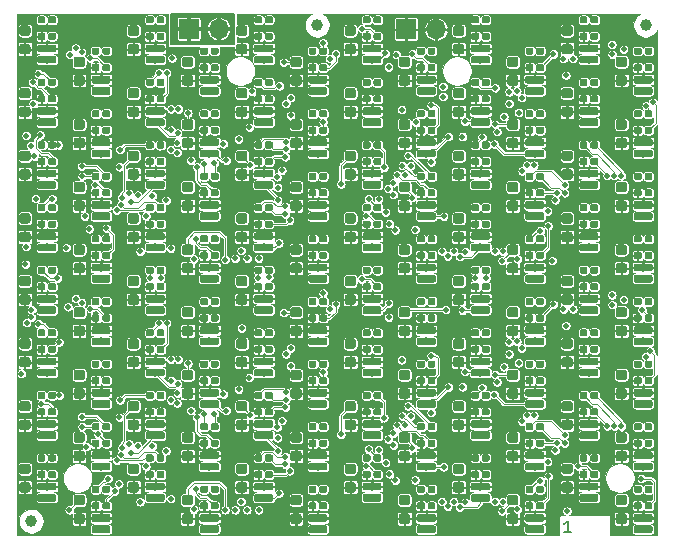
<source format=gbr>
G04 #@! TF.GenerationSoftware,KiCad,Pcbnew,(5.0.1)-3*
G04 #@! TF.CreationDate,2019-05-17T14:34:34+10:00*
G04 #@! TF.ProjectId,UVTV,555654562E6B696361645F7063620000,1*
G04 #@! TF.SameCoordinates,PX30291a0PY5aa5910*
G04 #@! TF.FileFunction,Copper,L1,Top,Signal*
G04 #@! TF.FilePolarity,Positive*
%FSLAX46Y46*%
G04 Gerber Fmt 4.6, Leading zero omitted, Abs format (unit mm)*
G04 Created by KiCad (PCBNEW (5.0.1)-3) date 2019-05-17 2:34:34 PM*
%MOMM*%
%LPD*%
G01*
G04 APERTURE LIST*
G04 #@! TA.AperFunction,NonConductor*
%ADD10C,0.200000*%
G04 #@! TD*
G04 #@! TA.AperFunction,BGAPad,CuDef*
%ADD11C,1.000000*%
G04 #@! TD*
G04 #@! TA.AperFunction,Conductor*
%ADD12C,0.100000*%
G04 #@! TD*
G04 #@! TA.AperFunction,SMDPad,CuDef*
%ADD13C,0.600000*%
G04 #@! TD*
G04 #@! TA.AperFunction,SMDPad,CuDef*
%ADD14C,0.875000*%
G04 #@! TD*
G04 #@! TA.AperFunction,SMDPad,CuDef*
%ADD15C,0.650000*%
G04 #@! TD*
G04 #@! TA.AperFunction,ComponentPad*
%ADD16O,1.700000X1.700000*%
G04 #@! TD*
G04 #@! TA.AperFunction,ComponentPad*
%ADD17R,1.700000X1.700000*%
G04 #@! TD*
G04 #@! TA.AperFunction,ViaPad*
%ADD18C,0.500000*%
G04 #@! TD*
G04 #@! TA.AperFunction,Conductor*
%ADD19C,0.130000*%
G04 #@! TD*
G04 APERTURE END LIST*
D10*
X47391904Y697620D02*
X46820476Y697620D01*
X47106190Y697620D02*
X47106190Y1697620D01*
X47010952Y1554762D01*
X46915714Y1459524D01*
X46820476Y1411905D01*
D11*
G04 #@! TO.P,FID2,~*
G04 #@! TO.N,N/C*
X53700000Y43650000D03*
G04 #@! TD*
G04 #@! TO.P,FID1,~*
G04 #@! TO.N,N/C*
X1700000Y1650000D03*
G04 #@! TD*
D12*
G04 #@! TO.N,+3V3*
G04 #@! TO.C,RGB1B4*
G36*
X21099441Y37699279D02*
X21114002Y37697119D01*
X21128281Y37693542D01*
X21142141Y37688583D01*
X21155448Y37682289D01*
X21168074Y37674721D01*
X21179897Y37665953D01*
X21190804Y37656067D01*
X21200690Y37645160D01*
X21209458Y37633337D01*
X21217026Y37620711D01*
X21223320Y37607404D01*
X21228279Y37593544D01*
X21231856Y37579265D01*
X21234016Y37564704D01*
X21234738Y37550001D01*
X21234738Y37250001D01*
X21234016Y37235298D01*
X21231856Y37220737D01*
X21228279Y37206458D01*
X21223320Y37192598D01*
X21217026Y37179291D01*
X21209458Y37166665D01*
X21200690Y37154842D01*
X21190804Y37143935D01*
X21179897Y37134049D01*
X21168074Y37125281D01*
X21155448Y37117713D01*
X21142141Y37111419D01*
X21128281Y37106460D01*
X21114002Y37102883D01*
X21099441Y37100723D01*
X21084738Y37100001D01*
X20734738Y37100001D01*
X20720035Y37100723D01*
X20705474Y37102883D01*
X20691195Y37106460D01*
X20677335Y37111419D01*
X20664028Y37117713D01*
X20651402Y37125281D01*
X20639579Y37134049D01*
X20628672Y37143935D01*
X20618786Y37154842D01*
X20610018Y37166665D01*
X20602450Y37179291D01*
X20596156Y37192598D01*
X20591197Y37206458D01*
X20587620Y37220737D01*
X20585460Y37235298D01*
X20584738Y37250001D01*
X20584738Y37550001D01*
X20585460Y37564704D01*
X20587620Y37579265D01*
X20591197Y37593544D01*
X20596156Y37607404D01*
X20602450Y37620711D01*
X20610018Y37633337D01*
X20618786Y37645160D01*
X20628672Y37656067D01*
X20639579Y37665953D01*
X20651402Y37674721D01*
X20664028Y37682289D01*
X20677335Y37688583D01*
X20691195Y37693542D01*
X20705474Y37697119D01*
X20720035Y37699279D01*
X20734738Y37700001D01*
X21084738Y37700001D01*
X21099441Y37699279D01*
X21099441Y37699279D01*
G37*
D13*
G04 #@! TD*
G04 #@! TO.P,RGB1B4,1*
G04 #@! TO.N,+3V3*
X20909738Y37400001D03*
D12*
G04 #@! TO.N,/B1B4*
G04 #@! TO.C,RGB1B4*
G36*
X21999441Y37699279D02*
X22014002Y37697119D01*
X22028281Y37693542D01*
X22042141Y37688583D01*
X22055448Y37682289D01*
X22068074Y37674721D01*
X22079897Y37665953D01*
X22090804Y37656067D01*
X22100690Y37645160D01*
X22109458Y37633337D01*
X22117026Y37620711D01*
X22123320Y37607404D01*
X22128279Y37593544D01*
X22131856Y37579265D01*
X22134016Y37564704D01*
X22134738Y37550001D01*
X22134738Y37250001D01*
X22134016Y37235298D01*
X22131856Y37220737D01*
X22128279Y37206458D01*
X22123320Y37192598D01*
X22117026Y37179291D01*
X22109458Y37166665D01*
X22100690Y37154842D01*
X22090804Y37143935D01*
X22079897Y37134049D01*
X22068074Y37125281D01*
X22055448Y37117713D01*
X22042141Y37111419D01*
X22028281Y37106460D01*
X22014002Y37102883D01*
X21999441Y37100723D01*
X21984738Y37100001D01*
X21634738Y37100001D01*
X21620035Y37100723D01*
X21605474Y37102883D01*
X21591195Y37106460D01*
X21577335Y37111419D01*
X21564028Y37117713D01*
X21551402Y37125281D01*
X21539579Y37134049D01*
X21528672Y37143935D01*
X21518786Y37154842D01*
X21510018Y37166665D01*
X21502450Y37179291D01*
X21496156Y37192598D01*
X21491197Y37206458D01*
X21487620Y37220737D01*
X21485460Y37235298D01*
X21484738Y37250001D01*
X21484738Y37550001D01*
X21485460Y37564704D01*
X21487620Y37579265D01*
X21491197Y37593544D01*
X21496156Y37607404D01*
X21502450Y37620711D01*
X21510018Y37633337D01*
X21518786Y37645160D01*
X21528672Y37656067D01*
X21539579Y37665953D01*
X21551402Y37674721D01*
X21564028Y37682289D01*
X21577335Y37688583D01*
X21591195Y37693542D01*
X21605474Y37697119D01*
X21620035Y37699279D01*
X21634738Y37700001D01*
X21984738Y37700001D01*
X21999441Y37699279D01*
X21999441Y37699279D01*
G37*
D13*
G04 #@! TD*
G04 #@! TO.P,RGB1B4,4*
G04 #@! TO.N,/B1B4*
X21809738Y37400001D03*
D12*
G04 #@! TO.N,/R1B4*
G04 #@! TO.C,RGB1B4*
G36*
X21099441Y39099279D02*
X21114002Y39097119D01*
X21128281Y39093542D01*
X21142141Y39088583D01*
X21155448Y39082289D01*
X21168074Y39074721D01*
X21179897Y39065953D01*
X21190804Y39056067D01*
X21200690Y39045160D01*
X21209458Y39033337D01*
X21217026Y39020711D01*
X21223320Y39007404D01*
X21228279Y38993544D01*
X21231856Y38979265D01*
X21234016Y38964704D01*
X21234738Y38950001D01*
X21234738Y38650001D01*
X21234016Y38635298D01*
X21231856Y38620737D01*
X21228279Y38606458D01*
X21223320Y38592598D01*
X21217026Y38579291D01*
X21209458Y38566665D01*
X21200690Y38554842D01*
X21190804Y38543935D01*
X21179897Y38534049D01*
X21168074Y38525281D01*
X21155448Y38517713D01*
X21142141Y38511419D01*
X21128281Y38506460D01*
X21114002Y38502883D01*
X21099441Y38500723D01*
X21084738Y38500001D01*
X20734738Y38500001D01*
X20720035Y38500723D01*
X20705474Y38502883D01*
X20691195Y38506460D01*
X20677335Y38511419D01*
X20664028Y38517713D01*
X20651402Y38525281D01*
X20639579Y38534049D01*
X20628672Y38543935D01*
X20618786Y38554842D01*
X20610018Y38566665D01*
X20602450Y38579291D01*
X20596156Y38592598D01*
X20591197Y38606458D01*
X20587620Y38620737D01*
X20585460Y38635298D01*
X20584738Y38650001D01*
X20584738Y38950001D01*
X20585460Y38964704D01*
X20587620Y38979265D01*
X20591197Y38993544D01*
X20596156Y39007404D01*
X20602450Y39020711D01*
X20610018Y39033337D01*
X20618786Y39045160D01*
X20628672Y39056067D01*
X20639579Y39065953D01*
X20651402Y39074721D01*
X20664028Y39082289D01*
X20677335Y39088583D01*
X20691195Y39093542D01*
X20705474Y39097119D01*
X20720035Y39099279D01*
X20734738Y39100001D01*
X21084738Y39100001D01*
X21099441Y39099279D01*
X21099441Y39099279D01*
G37*
D13*
G04 #@! TD*
G04 #@! TO.P,RGB1B4,2*
G04 #@! TO.N,/R1B4*
X20909738Y38800001D03*
D12*
G04 #@! TO.N,/G1B4*
G04 #@! TO.C,RGB1B4*
G36*
X21999441Y39099279D02*
X22014002Y39097119D01*
X22028281Y39093542D01*
X22042141Y39088583D01*
X22055448Y39082289D01*
X22068074Y39074721D01*
X22079897Y39065953D01*
X22090804Y39056067D01*
X22100690Y39045160D01*
X22109458Y39033337D01*
X22117026Y39020711D01*
X22123320Y39007404D01*
X22128279Y38993544D01*
X22131856Y38979265D01*
X22134016Y38964704D01*
X22134738Y38950001D01*
X22134738Y38650001D01*
X22134016Y38635298D01*
X22131856Y38620737D01*
X22128279Y38606458D01*
X22123320Y38592598D01*
X22117026Y38579291D01*
X22109458Y38566665D01*
X22100690Y38554842D01*
X22090804Y38543935D01*
X22079897Y38534049D01*
X22068074Y38525281D01*
X22055448Y38517713D01*
X22042141Y38511419D01*
X22028281Y38506460D01*
X22014002Y38502883D01*
X21999441Y38500723D01*
X21984738Y38500001D01*
X21634738Y38500001D01*
X21620035Y38500723D01*
X21605474Y38502883D01*
X21591195Y38506460D01*
X21577335Y38511419D01*
X21564028Y38517713D01*
X21551402Y38525281D01*
X21539579Y38534049D01*
X21528672Y38543935D01*
X21518786Y38554842D01*
X21510018Y38566665D01*
X21502450Y38579291D01*
X21496156Y38592598D01*
X21491197Y38606458D01*
X21487620Y38620737D01*
X21485460Y38635298D01*
X21484738Y38650001D01*
X21484738Y38950001D01*
X21485460Y38964704D01*
X21487620Y38979265D01*
X21491197Y38993544D01*
X21496156Y39007404D01*
X21502450Y39020711D01*
X21510018Y39033337D01*
X21518786Y39045160D01*
X21528672Y39056067D01*
X21539579Y39065953D01*
X21551402Y39074721D01*
X21564028Y39082289D01*
X21577335Y39088583D01*
X21591195Y39093542D01*
X21605474Y39097119D01*
X21620035Y39099279D01*
X21634738Y39100001D01*
X21984738Y39100001D01*
X21999441Y39099279D01*
X21999441Y39099279D01*
G37*
D13*
G04 #@! TD*
G04 #@! TO.P,RGB1B4,3*
G04 #@! TO.N,/G1B4*
X21809738Y38800001D03*
D12*
G04 #@! TO.N,+3V3*
G04 #@! TO.C,V1B4*
G36*
X6017625Y28798947D02*
X6038860Y28795797D01*
X6059684Y28790581D01*
X6079896Y28783349D01*
X6099302Y28774170D01*
X6117715Y28763134D01*
X6134958Y28750346D01*
X6150864Y28735930D01*
X6165280Y28720024D01*
X6178068Y28702781D01*
X6189104Y28684368D01*
X6198283Y28664962D01*
X6205515Y28644750D01*
X6210731Y28623926D01*
X6213881Y28602691D01*
X6214934Y28581250D01*
X6214934Y28143750D01*
X6213881Y28122309D01*
X6210731Y28101074D01*
X6205515Y28080250D01*
X6198283Y28060038D01*
X6189104Y28040632D01*
X6178068Y28022219D01*
X6165280Y28004976D01*
X6150864Y27989070D01*
X6134958Y27974654D01*
X6117715Y27961866D01*
X6099302Y27950830D01*
X6079896Y27941651D01*
X6059684Y27934419D01*
X6038860Y27929203D01*
X6017625Y27926053D01*
X5996184Y27925000D01*
X5483684Y27925000D01*
X5462243Y27926053D01*
X5441008Y27929203D01*
X5420184Y27934419D01*
X5399972Y27941651D01*
X5380566Y27950830D01*
X5362153Y27961866D01*
X5344910Y27974654D01*
X5329004Y27989070D01*
X5314588Y28004976D01*
X5301800Y28022219D01*
X5290764Y28040632D01*
X5281585Y28060038D01*
X5274353Y28080250D01*
X5269137Y28101074D01*
X5265987Y28122309D01*
X5264934Y28143750D01*
X5264934Y28581250D01*
X5265987Y28602691D01*
X5269137Y28623926D01*
X5274353Y28644750D01*
X5281585Y28664962D01*
X5290764Y28684368D01*
X5301800Y28702781D01*
X5314588Y28720024D01*
X5329004Y28735930D01*
X5344910Y28750346D01*
X5362153Y28763134D01*
X5380566Y28774170D01*
X5399972Y28783349D01*
X5420184Y28790581D01*
X5441008Y28795797D01*
X5462243Y28798947D01*
X5483684Y28800000D01*
X5996184Y28800000D01*
X6017625Y28798947D01*
X6017625Y28798947D01*
G37*
D14*
G04 #@! TD*
G04 #@! TO.P,V1B4,2*
G04 #@! TO.N,+3V3*
X5739934Y28362500D03*
D12*
G04 #@! TO.N,/V1B4*
G04 #@! TO.C,V1B4*
G36*
X6017625Y30373947D02*
X6038860Y30370797D01*
X6059684Y30365581D01*
X6079896Y30358349D01*
X6099302Y30349170D01*
X6117715Y30338134D01*
X6134958Y30325346D01*
X6150864Y30310930D01*
X6165280Y30295024D01*
X6178068Y30277781D01*
X6189104Y30259368D01*
X6198283Y30239962D01*
X6205515Y30219750D01*
X6210731Y30198926D01*
X6213881Y30177691D01*
X6214934Y30156250D01*
X6214934Y29718750D01*
X6213881Y29697309D01*
X6210731Y29676074D01*
X6205515Y29655250D01*
X6198283Y29635038D01*
X6189104Y29615632D01*
X6178068Y29597219D01*
X6165280Y29579976D01*
X6150864Y29564070D01*
X6134958Y29549654D01*
X6117715Y29536866D01*
X6099302Y29525830D01*
X6079896Y29516651D01*
X6059684Y29509419D01*
X6038860Y29504203D01*
X6017625Y29501053D01*
X5996184Y29500000D01*
X5483684Y29500000D01*
X5462243Y29501053D01*
X5441008Y29504203D01*
X5420184Y29509419D01*
X5399972Y29516651D01*
X5380566Y29525830D01*
X5362153Y29536866D01*
X5344910Y29549654D01*
X5329004Y29564070D01*
X5314588Y29579976D01*
X5301800Y29597219D01*
X5290764Y29615632D01*
X5281585Y29635038D01*
X5274353Y29655250D01*
X5269137Y29676074D01*
X5265987Y29697309D01*
X5264934Y29718750D01*
X5264934Y30156250D01*
X5265987Y30177691D01*
X5269137Y30198926D01*
X5274353Y30219750D01*
X5281585Y30239962D01*
X5290764Y30259368D01*
X5301800Y30277781D01*
X5314588Y30295024D01*
X5329004Y30310930D01*
X5344910Y30325346D01*
X5362153Y30338134D01*
X5380566Y30349170D01*
X5399972Y30358349D01*
X5420184Y30365581D01*
X5441008Y30370797D01*
X5462243Y30373947D01*
X5483684Y30375000D01*
X5996184Y30375000D01*
X6017625Y30373947D01*
X6017625Y30373947D01*
G37*
D14*
G04 #@! TD*
G04 #@! TO.P,V1B4,1*
G04 #@! TO.N,/V1B4*
X5739934Y29937500D03*
D12*
G04 #@! TO.N,+3V3*
G04 #@! TO.C,V1A0*
G36*
X1427691Y42048947D02*
X1448926Y42045797D01*
X1469750Y42040581D01*
X1489962Y42033349D01*
X1509368Y42024170D01*
X1527781Y42013134D01*
X1545024Y42000346D01*
X1560930Y41985930D01*
X1575346Y41970024D01*
X1588134Y41952781D01*
X1599170Y41934368D01*
X1608349Y41914962D01*
X1615581Y41894750D01*
X1620797Y41873926D01*
X1623947Y41852691D01*
X1625000Y41831250D01*
X1625000Y41393750D01*
X1623947Y41372309D01*
X1620797Y41351074D01*
X1615581Y41330250D01*
X1608349Y41310038D01*
X1599170Y41290632D01*
X1588134Y41272219D01*
X1575346Y41254976D01*
X1560930Y41239070D01*
X1545024Y41224654D01*
X1527781Y41211866D01*
X1509368Y41200830D01*
X1489962Y41191651D01*
X1469750Y41184419D01*
X1448926Y41179203D01*
X1427691Y41176053D01*
X1406250Y41175000D01*
X893750Y41175000D01*
X872309Y41176053D01*
X851074Y41179203D01*
X830250Y41184419D01*
X810038Y41191651D01*
X790632Y41200830D01*
X772219Y41211866D01*
X754976Y41224654D01*
X739070Y41239070D01*
X724654Y41254976D01*
X711866Y41272219D01*
X700830Y41290632D01*
X691651Y41310038D01*
X684419Y41330250D01*
X679203Y41351074D01*
X676053Y41372309D01*
X675000Y41393750D01*
X675000Y41831250D01*
X676053Y41852691D01*
X679203Y41873926D01*
X684419Y41894750D01*
X691651Y41914962D01*
X700830Y41934368D01*
X711866Y41952781D01*
X724654Y41970024D01*
X739070Y41985930D01*
X754976Y42000346D01*
X772219Y42013134D01*
X790632Y42024170D01*
X810038Y42033349D01*
X830250Y42040581D01*
X851074Y42045797D01*
X872309Y42048947D01*
X893750Y42050000D01*
X1406250Y42050000D01*
X1427691Y42048947D01*
X1427691Y42048947D01*
G37*
D14*
G04 #@! TD*
G04 #@! TO.P,V1A0,2*
G04 #@! TO.N,+3V3*
X1150000Y41612500D03*
D12*
G04 #@! TO.N,/V1A0*
G04 #@! TO.C,V1A0*
G36*
X1427691Y43623947D02*
X1448926Y43620797D01*
X1469750Y43615581D01*
X1489962Y43608349D01*
X1509368Y43599170D01*
X1527781Y43588134D01*
X1545024Y43575346D01*
X1560930Y43560930D01*
X1575346Y43545024D01*
X1588134Y43527781D01*
X1599170Y43509368D01*
X1608349Y43489962D01*
X1615581Y43469750D01*
X1620797Y43448926D01*
X1623947Y43427691D01*
X1625000Y43406250D01*
X1625000Y42968750D01*
X1623947Y42947309D01*
X1620797Y42926074D01*
X1615581Y42905250D01*
X1608349Y42885038D01*
X1599170Y42865632D01*
X1588134Y42847219D01*
X1575346Y42829976D01*
X1560930Y42814070D01*
X1545024Y42799654D01*
X1527781Y42786866D01*
X1509368Y42775830D01*
X1489962Y42766651D01*
X1469750Y42759419D01*
X1448926Y42754203D01*
X1427691Y42751053D01*
X1406250Y42750000D01*
X893750Y42750000D01*
X872309Y42751053D01*
X851074Y42754203D01*
X830250Y42759419D01*
X810038Y42766651D01*
X790632Y42775830D01*
X772219Y42786866D01*
X754976Y42799654D01*
X739070Y42814070D01*
X724654Y42829976D01*
X711866Y42847219D01*
X700830Y42865632D01*
X691651Y42885038D01*
X684419Y42905250D01*
X679203Y42926074D01*
X676053Y42947309D01*
X675000Y42968750D01*
X675000Y43406250D01*
X676053Y43427691D01*
X679203Y43448926D01*
X684419Y43469750D01*
X691651Y43489962D01*
X700830Y43509368D01*
X711866Y43527781D01*
X724654Y43545024D01*
X739070Y43560930D01*
X754976Y43575346D01*
X772219Y43588134D01*
X790632Y43599170D01*
X810038Y43608349D01*
X830250Y43615581D01*
X851074Y43620797D01*
X872309Y43623947D01*
X893750Y43625000D01*
X1406250Y43625000D01*
X1427691Y43623947D01*
X1427691Y43623947D01*
G37*
D14*
G04 #@! TD*
G04 #@! TO.P,V1A0,1*
G04 #@! TO.N,/V1A0*
X1150000Y43187500D03*
D12*
G04 #@! TO.N,+3V3*
G04 #@! TO.C,RGB1A0*
G36*
X2739703Y42999278D02*
X2754264Y42997118D01*
X2768543Y42993541D01*
X2782403Y42988582D01*
X2795710Y42982288D01*
X2808336Y42974720D01*
X2820159Y42965952D01*
X2831066Y42956066D01*
X2840952Y42945159D01*
X2849720Y42933336D01*
X2857288Y42920710D01*
X2863582Y42907403D01*
X2868541Y42893543D01*
X2872118Y42879264D01*
X2874278Y42864703D01*
X2875000Y42850000D01*
X2875000Y42550000D01*
X2874278Y42535297D01*
X2872118Y42520736D01*
X2868541Y42506457D01*
X2863582Y42492597D01*
X2857288Y42479290D01*
X2849720Y42466664D01*
X2840952Y42454841D01*
X2831066Y42443934D01*
X2820159Y42434048D01*
X2808336Y42425280D01*
X2795710Y42417712D01*
X2782403Y42411418D01*
X2768543Y42406459D01*
X2754264Y42402882D01*
X2739703Y42400722D01*
X2725000Y42400000D01*
X2375000Y42400000D01*
X2360297Y42400722D01*
X2345736Y42402882D01*
X2331457Y42406459D01*
X2317597Y42411418D01*
X2304290Y42417712D01*
X2291664Y42425280D01*
X2279841Y42434048D01*
X2268934Y42443934D01*
X2259048Y42454841D01*
X2250280Y42466664D01*
X2242712Y42479290D01*
X2236418Y42492597D01*
X2231459Y42506457D01*
X2227882Y42520736D01*
X2225722Y42535297D01*
X2225000Y42550000D01*
X2225000Y42850000D01*
X2225722Y42864703D01*
X2227882Y42879264D01*
X2231459Y42893543D01*
X2236418Y42907403D01*
X2242712Y42920710D01*
X2250280Y42933336D01*
X2259048Y42945159D01*
X2268934Y42956066D01*
X2279841Y42965952D01*
X2291664Y42974720D01*
X2304290Y42982288D01*
X2317597Y42988582D01*
X2331457Y42993541D01*
X2345736Y42997118D01*
X2360297Y42999278D01*
X2375000Y43000000D01*
X2725000Y43000000D01*
X2739703Y42999278D01*
X2739703Y42999278D01*
G37*
D13*
G04 #@! TD*
G04 #@! TO.P,RGB1A0,1*
G04 #@! TO.N,+3V3*
X2550000Y42700000D03*
D12*
G04 #@! TO.N,/B1A0*
G04 #@! TO.C,RGB1A0*
G36*
X3639703Y42999278D02*
X3654264Y42997118D01*
X3668543Y42993541D01*
X3682403Y42988582D01*
X3695710Y42982288D01*
X3708336Y42974720D01*
X3720159Y42965952D01*
X3731066Y42956066D01*
X3740952Y42945159D01*
X3749720Y42933336D01*
X3757288Y42920710D01*
X3763582Y42907403D01*
X3768541Y42893543D01*
X3772118Y42879264D01*
X3774278Y42864703D01*
X3775000Y42850000D01*
X3775000Y42550000D01*
X3774278Y42535297D01*
X3772118Y42520736D01*
X3768541Y42506457D01*
X3763582Y42492597D01*
X3757288Y42479290D01*
X3749720Y42466664D01*
X3740952Y42454841D01*
X3731066Y42443934D01*
X3720159Y42434048D01*
X3708336Y42425280D01*
X3695710Y42417712D01*
X3682403Y42411418D01*
X3668543Y42406459D01*
X3654264Y42402882D01*
X3639703Y42400722D01*
X3625000Y42400000D01*
X3275000Y42400000D01*
X3260297Y42400722D01*
X3245736Y42402882D01*
X3231457Y42406459D01*
X3217597Y42411418D01*
X3204290Y42417712D01*
X3191664Y42425280D01*
X3179841Y42434048D01*
X3168934Y42443934D01*
X3159048Y42454841D01*
X3150280Y42466664D01*
X3142712Y42479290D01*
X3136418Y42492597D01*
X3131459Y42506457D01*
X3127882Y42520736D01*
X3125722Y42535297D01*
X3125000Y42550000D01*
X3125000Y42850000D01*
X3125722Y42864703D01*
X3127882Y42879264D01*
X3131459Y42893543D01*
X3136418Y42907403D01*
X3142712Y42920710D01*
X3150280Y42933336D01*
X3159048Y42945159D01*
X3168934Y42956066D01*
X3179841Y42965952D01*
X3191664Y42974720D01*
X3204290Y42982288D01*
X3217597Y42988582D01*
X3231457Y42993541D01*
X3245736Y42997118D01*
X3260297Y42999278D01*
X3275000Y43000000D01*
X3625000Y43000000D01*
X3639703Y42999278D01*
X3639703Y42999278D01*
G37*
D13*
G04 #@! TD*
G04 #@! TO.P,RGB1A0,4*
G04 #@! TO.N,/B1A0*
X3450000Y42700000D03*
D12*
G04 #@! TO.N,/R1A0*
G04 #@! TO.C,RGB1A0*
G36*
X2739703Y44399278D02*
X2754264Y44397118D01*
X2768543Y44393541D01*
X2782403Y44388582D01*
X2795710Y44382288D01*
X2808336Y44374720D01*
X2820159Y44365952D01*
X2831066Y44356066D01*
X2840952Y44345159D01*
X2849720Y44333336D01*
X2857288Y44320710D01*
X2863582Y44307403D01*
X2868541Y44293543D01*
X2872118Y44279264D01*
X2874278Y44264703D01*
X2875000Y44250000D01*
X2875000Y43950000D01*
X2874278Y43935297D01*
X2872118Y43920736D01*
X2868541Y43906457D01*
X2863582Y43892597D01*
X2857288Y43879290D01*
X2849720Y43866664D01*
X2840952Y43854841D01*
X2831066Y43843934D01*
X2820159Y43834048D01*
X2808336Y43825280D01*
X2795710Y43817712D01*
X2782403Y43811418D01*
X2768543Y43806459D01*
X2754264Y43802882D01*
X2739703Y43800722D01*
X2725000Y43800000D01*
X2375000Y43800000D01*
X2360297Y43800722D01*
X2345736Y43802882D01*
X2331457Y43806459D01*
X2317597Y43811418D01*
X2304290Y43817712D01*
X2291664Y43825280D01*
X2279841Y43834048D01*
X2268934Y43843934D01*
X2259048Y43854841D01*
X2250280Y43866664D01*
X2242712Y43879290D01*
X2236418Y43892597D01*
X2231459Y43906457D01*
X2227882Y43920736D01*
X2225722Y43935297D01*
X2225000Y43950000D01*
X2225000Y44250000D01*
X2225722Y44264703D01*
X2227882Y44279264D01*
X2231459Y44293543D01*
X2236418Y44307403D01*
X2242712Y44320710D01*
X2250280Y44333336D01*
X2259048Y44345159D01*
X2268934Y44356066D01*
X2279841Y44365952D01*
X2291664Y44374720D01*
X2304290Y44382288D01*
X2317597Y44388582D01*
X2331457Y44393541D01*
X2345736Y44397118D01*
X2360297Y44399278D01*
X2375000Y44400000D01*
X2725000Y44400000D01*
X2739703Y44399278D01*
X2739703Y44399278D01*
G37*
D13*
G04 #@! TD*
G04 #@! TO.P,RGB1A0,2*
G04 #@! TO.N,/R1A0*
X2550000Y44100000D03*
D12*
G04 #@! TO.N,/G1A0*
G04 #@! TO.C,RGB1A0*
G36*
X3639703Y44399278D02*
X3654264Y44397118D01*
X3668543Y44393541D01*
X3682403Y44388582D01*
X3695710Y44382288D01*
X3708336Y44374720D01*
X3720159Y44365952D01*
X3731066Y44356066D01*
X3740952Y44345159D01*
X3749720Y44333336D01*
X3757288Y44320710D01*
X3763582Y44307403D01*
X3768541Y44293543D01*
X3772118Y44279264D01*
X3774278Y44264703D01*
X3775000Y44250000D01*
X3775000Y43950000D01*
X3774278Y43935297D01*
X3772118Y43920736D01*
X3768541Y43906457D01*
X3763582Y43892597D01*
X3757288Y43879290D01*
X3749720Y43866664D01*
X3740952Y43854841D01*
X3731066Y43843934D01*
X3720159Y43834048D01*
X3708336Y43825280D01*
X3695710Y43817712D01*
X3682403Y43811418D01*
X3668543Y43806459D01*
X3654264Y43802882D01*
X3639703Y43800722D01*
X3625000Y43800000D01*
X3275000Y43800000D01*
X3260297Y43800722D01*
X3245736Y43802882D01*
X3231457Y43806459D01*
X3217597Y43811418D01*
X3204290Y43817712D01*
X3191664Y43825280D01*
X3179841Y43834048D01*
X3168934Y43843934D01*
X3159048Y43854841D01*
X3150280Y43866664D01*
X3142712Y43879290D01*
X3136418Y43892597D01*
X3131459Y43906457D01*
X3127882Y43920736D01*
X3125722Y43935297D01*
X3125000Y43950000D01*
X3125000Y44250000D01*
X3125722Y44264703D01*
X3127882Y44279264D01*
X3131459Y44293543D01*
X3136418Y44307403D01*
X3142712Y44320710D01*
X3150280Y44333336D01*
X3159048Y44345159D01*
X3168934Y44356066D01*
X3179841Y44365952D01*
X3191664Y44374720D01*
X3204290Y44382288D01*
X3217597Y44388582D01*
X3231457Y44393541D01*
X3245736Y44397118D01*
X3260297Y44399278D01*
X3275000Y44400000D01*
X3625000Y44400000D01*
X3639703Y44399278D01*
X3639703Y44399278D01*
G37*
D13*
G04 #@! TD*
G04 #@! TO.P,RGB1A0,3*
G04 #@! TO.N,/G1A0*
X3450000Y44100000D03*
D12*
G04 #@! TO.N,+3V3*
G04 #@! TO.C,RGB1A1*
G36*
X7329637Y40349278D02*
X7344198Y40347118D01*
X7358477Y40343541D01*
X7372337Y40338582D01*
X7385644Y40332288D01*
X7398270Y40324720D01*
X7410093Y40315952D01*
X7421000Y40306066D01*
X7430886Y40295159D01*
X7439654Y40283336D01*
X7447222Y40270710D01*
X7453516Y40257403D01*
X7458475Y40243543D01*
X7462052Y40229264D01*
X7464212Y40214703D01*
X7464934Y40200000D01*
X7464934Y39900000D01*
X7464212Y39885297D01*
X7462052Y39870736D01*
X7458475Y39856457D01*
X7453516Y39842597D01*
X7447222Y39829290D01*
X7439654Y39816664D01*
X7430886Y39804841D01*
X7421000Y39793934D01*
X7410093Y39784048D01*
X7398270Y39775280D01*
X7385644Y39767712D01*
X7372337Y39761418D01*
X7358477Y39756459D01*
X7344198Y39752882D01*
X7329637Y39750722D01*
X7314934Y39750000D01*
X6964934Y39750000D01*
X6950231Y39750722D01*
X6935670Y39752882D01*
X6921391Y39756459D01*
X6907531Y39761418D01*
X6894224Y39767712D01*
X6881598Y39775280D01*
X6869775Y39784048D01*
X6858868Y39793934D01*
X6848982Y39804841D01*
X6840214Y39816664D01*
X6832646Y39829290D01*
X6826352Y39842597D01*
X6821393Y39856457D01*
X6817816Y39870736D01*
X6815656Y39885297D01*
X6814934Y39900000D01*
X6814934Y40200000D01*
X6815656Y40214703D01*
X6817816Y40229264D01*
X6821393Y40243543D01*
X6826352Y40257403D01*
X6832646Y40270710D01*
X6840214Y40283336D01*
X6848982Y40295159D01*
X6858868Y40306066D01*
X6869775Y40315952D01*
X6881598Y40324720D01*
X6894224Y40332288D01*
X6907531Y40338582D01*
X6921391Y40343541D01*
X6935670Y40347118D01*
X6950231Y40349278D01*
X6964934Y40350000D01*
X7314934Y40350000D01*
X7329637Y40349278D01*
X7329637Y40349278D01*
G37*
D13*
G04 #@! TD*
G04 #@! TO.P,RGB1A1,1*
G04 #@! TO.N,+3V3*
X7139934Y40050000D03*
D12*
G04 #@! TO.N,/B1A1*
G04 #@! TO.C,RGB1A1*
G36*
X8229637Y40349278D02*
X8244198Y40347118D01*
X8258477Y40343541D01*
X8272337Y40338582D01*
X8285644Y40332288D01*
X8298270Y40324720D01*
X8310093Y40315952D01*
X8321000Y40306066D01*
X8330886Y40295159D01*
X8339654Y40283336D01*
X8347222Y40270710D01*
X8353516Y40257403D01*
X8358475Y40243543D01*
X8362052Y40229264D01*
X8364212Y40214703D01*
X8364934Y40200000D01*
X8364934Y39900000D01*
X8364212Y39885297D01*
X8362052Y39870736D01*
X8358475Y39856457D01*
X8353516Y39842597D01*
X8347222Y39829290D01*
X8339654Y39816664D01*
X8330886Y39804841D01*
X8321000Y39793934D01*
X8310093Y39784048D01*
X8298270Y39775280D01*
X8285644Y39767712D01*
X8272337Y39761418D01*
X8258477Y39756459D01*
X8244198Y39752882D01*
X8229637Y39750722D01*
X8214934Y39750000D01*
X7864934Y39750000D01*
X7850231Y39750722D01*
X7835670Y39752882D01*
X7821391Y39756459D01*
X7807531Y39761418D01*
X7794224Y39767712D01*
X7781598Y39775280D01*
X7769775Y39784048D01*
X7758868Y39793934D01*
X7748982Y39804841D01*
X7740214Y39816664D01*
X7732646Y39829290D01*
X7726352Y39842597D01*
X7721393Y39856457D01*
X7717816Y39870736D01*
X7715656Y39885297D01*
X7714934Y39900000D01*
X7714934Y40200000D01*
X7715656Y40214703D01*
X7717816Y40229264D01*
X7721393Y40243543D01*
X7726352Y40257403D01*
X7732646Y40270710D01*
X7740214Y40283336D01*
X7748982Y40295159D01*
X7758868Y40306066D01*
X7769775Y40315952D01*
X7781598Y40324720D01*
X7794224Y40332288D01*
X7807531Y40338582D01*
X7821391Y40343541D01*
X7835670Y40347118D01*
X7850231Y40349278D01*
X7864934Y40350000D01*
X8214934Y40350000D01*
X8229637Y40349278D01*
X8229637Y40349278D01*
G37*
D13*
G04 #@! TD*
G04 #@! TO.P,RGB1A1,4*
G04 #@! TO.N,/B1A1*
X8039934Y40050000D03*
D12*
G04 #@! TO.N,/R1A1*
G04 #@! TO.C,RGB1A1*
G36*
X7329637Y41749278D02*
X7344198Y41747118D01*
X7358477Y41743541D01*
X7372337Y41738582D01*
X7385644Y41732288D01*
X7398270Y41724720D01*
X7410093Y41715952D01*
X7421000Y41706066D01*
X7430886Y41695159D01*
X7439654Y41683336D01*
X7447222Y41670710D01*
X7453516Y41657403D01*
X7458475Y41643543D01*
X7462052Y41629264D01*
X7464212Y41614703D01*
X7464934Y41600000D01*
X7464934Y41300000D01*
X7464212Y41285297D01*
X7462052Y41270736D01*
X7458475Y41256457D01*
X7453516Y41242597D01*
X7447222Y41229290D01*
X7439654Y41216664D01*
X7430886Y41204841D01*
X7421000Y41193934D01*
X7410093Y41184048D01*
X7398270Y41175280D01*
X7385644Y41167712D01*
X7372337Y41161418D01*
X7358477Y41156459D01*
X7344198Y41152882D01*
X7329637Y41150722D01*
X7314934Y41150000D01*
X6964934Y41150000D01*
X6950231Y41150722D01*
X6935670Y41152882D01*
X6921391Y41156459D01*
X6907531Y41161418D01*
X6894224Y41167712D01*
X6881598Y41175280D01*
X6869775Y41184048D01*
X6858868Y41193934D01*
X6848982Y41204841D01*
X6840214Y41216664D01*
X6832646Y41229290D01*
X6826352Y41242597D01*
X6821393Y41256457D01*
X6817816Y41270736D01*
X6815656Y41285297D01*
X6814934Y41300000D01*
X6814934Y41600000D01*
X6815656Y41614703D01*
X6817816Y41629264D01*
X6821393Y41643543D01*
X6826352Y41657403D01*
X6832646Y41670710D01*
X6840214Y41683336D01*
X6848982Y41695159D01*
X6858868Y41706066D01*
X6869775Y41715952D01*
X6881598Y41724720D01*
X6894224Y41732288D01*
X6907531Y41738582D01*
X6921391Y41743541D01*
X6935670Y41747118D01*
X6950231Y41749278D01*
X6964934Y41750000D01*
X7314934Y41750000D01*
X7329637Y41749278D01*
X7329637Y41749278D01*
G37*
D13*
G04 #@! TD*
G04 #@! TO.P,RGB1A1,2*
G04 #@! TO.N,/R1A1*
X7139934Y41450000D03*
D12*
G04 #@! TO.N,/G1A1*
G04 #@! TO.C,RGB1A1*
G36*
X8229637Y41749278D02*
X8244198Y41747118D01*
X8258477Y41743541D01*
X8272337Y41738582D01*
X8285644Y41732288D01*
X8298270Y41724720D01*
X8310093Y41715952D01*
X8321000Y41706066D01*
X8330886Y41695159D01*
X8339654Y41683336D01*
X8347222Y41670710D01*
X8353516Y41657403D01*
X8358475Y41643543D01*
X8362052Y41629264D01*
X8364212Y41614703D01*
X8364934Y41600000D01*
X8364934Y41300000D01*
X8364212Y41285297D01*
X8362052Y41270736D01*
X8358475Y41256457D01*
X8353516Y41242597D01*
X8347222Y41229290D01*
X8339654Y41216664D01*
X8330886Y41204841D01*
X8321000Y41193934D01*
X8310093Y41184048D01*
X8298270Y41175280D01*
X8285644Y41167712D01*
X8272337Y41161418D01*
X8258477Y41156459D01*
X8244198Y41152882D01*
X8229637Y41150722D01*
X8214934Y41150000D01*
X7864934Y41150000D01*
X7850231Y41150722D01*
X7835670Y41152882D01*
X7821391Y41156459D01*
X7807531Y41161418D01*
X7794224Y41167712D01*
X7781598Y41175280D01*
X7769775Y41184048D01*
X7758868Y41193934D01*
X7748982Y41204841D01*
X7740214Y41216664D01*
X7732646Y41229290D01*
X7726352Y41242597D01*
X7721393Y41256457D01*
X7717816Y41270736D01*
X7715656Y41285297D01*
X7714934Y41300000D01*
X7714934Y41600000D01*
X7715656Y41614703D01*
X7717816Y41629264D01*
X7721393Y41643543D01*
X7726352Y41657403D01*
X7732646Y41670710D01*
X7740214Y41683336D01*
X7748982Y41695159D01*
X7758868Y41706066D01*
X7769775Y41715952D01*
X7781598Y41724720D01*
X7794224Y41732288D01*
X7807531Y41738582D01*
X7821391Y41743541D01*
X7835670Y41747118D01*
X7850231Y41749278D01*
X7864934Y41750000D01*
X8214934Y41750000D01*
X8229637Y41749278D01*
X8229637Y41749278D01*
G37*
D13*
G04 #@! TD*
G04 #@! TO.P,RGB1A1,3*
G04 #@! TO.N,/G1A1*
X8039934Y41450000D03*
D12*
G04 #@! TO.N,+3V3*
G04 #@! TO.C,RGB1A2*
G36*
X11919572Y42999278D02*
X11934133Y42997118D01*
X11948412Y42993541D01*
X11962272Y42988582D01*
X11975579Y42982288D01*
X11988205Y42974720D01*
X12000028Y42965952D01*
X12010935Y42956066D01*
X12020821Y42945159D01*
X12029589Y42933336D01*
X12037157Y42920710D01*
X12043451Y42907403D01*
X12048410Y42893543D01*
X12051987Y42879264D01*
X12054147Y42864703D01*
X12054869Y42850000D01*
X12054869Y42550000D01*
X12054147Y42535297D01*
X12051987Y42520736D01*
X12048410Y42506457D01*
X12043451Y42492597D01*
X12037157Y42479290D01*
X12029589Y42466664D01*
X12020821Y42454841D01*
X12010935Y42443934D01*
X12000028Y42434048D01*
X11988205Y42425280D01*
X11975579Y42417712D01*
X11962272Y42411418D01*
X11948412Y42406459D01*
X11934133Y42402882D01*
X11919572Y42400722D01*
X11904869Y42400000D01*
X11554869Y42400000D01*
X11540166Y42400722D01*
X11525605Y42402882D01*
X11511326Y42406459D01*
X11497466Y42411418D01*
X11484159Y42417712D01*
X11471533Y42425280D01*
X11459710Y42434048D01*
X11448803Y42443934D01*
X11438917Y42454841D01*
X11430149Y42466664D01*
X11422581Y42479290D01*
X11416287Y42492597D01*
X11411328Y42506457D01*
X11407751Y42520736D01*
X11405591Y42535297D01*
X11404869Y42550000D01*
X11404869Y42850000D01*
X11405591Y42864703D01*
X11407751Y42879264D01*
X11411328Y42893543D01*
X11416287Y42907403D01*
X11422581Y42920710D01*
X11430149Y42933336D01*
X11438917Y42945159D01*
X11448803Y42956066D01*
X11459710Y42965952D01*
X11471533Y42974720D01*
X11484159Y42982288D01*
X11497466Y42988582D01*
X11511326Y42993541D01*
X11525605Y42997118D01*
X11540166Y42999278D01*
X11554869Y43000000D01*
X11904869Y43000000D01*
X11919572Y42999278D01*
X11919572Y42999278D01*
G37*
D13*
G04 #@! TD*
G04 #@! TO.P,RGB1A2,1*
G04 #@! TO.N,+3V3*
X11729869Y42700000D03*
D12*
G04 #@! TO.N,/B1A2*
G04 #@! TO.C,RGB1A2*
G36*
X12819572Y42999278D02*
X12834133Y42997118D01*
X12848412Y42993541D01*
X12862272Y42988582D01*
X12875579Y42982288D01*
X12888205Y42974720D01*
X12900028Y42965952D01*
X12910935Y42956066D01*
X12920821Y42945159D01*
X12929589Y42933336D01*
X12937157Y42920710D01*
X12943451Y42907403D01*
X12948410Y42893543D01*
X12951987Y42879264D01*
X12954147Y42864703D01*
X12954869Y42850000D01*
X12954869Y42550000D01*
X12954147Y42535297D01*
X12951987Y42520736D01*
X12948410Y42506457D01*
X12943451Y42492597D01*
X12937157Y42479290D01*
X12929589Y42466664D01*
X12920821Y42454841D01*
X12910935Y42443934D01*
X12900028Y42434048D01*
X12888205Y42425280D01*
X12875579Y42417712D01*
X12862272Y42411418D01*
X12848412Y42406459D01*
X12834133Y42402882D01*
X12819572Y42400722D01*
X12804869Y42400000D01*
X12454869Y42400000D01*
X12440166Y42400722D01*
X12425605Y42402882D01*
X12411326Y42406459D01*
X12397466Y42411418D01*
X12384159Y42417712D01*
X12371533Y42425280D01*
X12359710Y42434048D01*
X12348803Y42443934D01*
X12338917Y42454841D01*
X12330149Y42466664D01*
X12322581Y42479290D01*
X12316287Y42492597D01*
X12311328Y42506457D01*
X12307751Y42520736D01*
X12305591Y42535297D01*
X12304869Y42550000D01*
X12304869Y42850000D01*
X12305591Y42864703D01*
X12307751Y42879264D01*
X12311328Y42893543D01*
X12316287Y42907403D01*
X12322581Y42920710D01*
X12330149Y42933336D01*
X12338917Y42945159D01*
X12348803Y42956066D01*
X12359710Y42965952D01*
X12371533Y42974720D01*
X12384159Y42982288D01*
X12397466Y42988582D01*
X12411326Y42993541D01*
X12425605Y42997118D01*
X12440166Y42999278D01*
X12454869Y43000000D01*
X12804869Y43000000D01*
X12819572Y42999278D01*
X12819572Y42999278D01*
G37*
D13*
G04 #@! TD*
G04 #@! TO.P,RGB1A2,4*
G04 #@! TO.N,/B1A2*
X12629869Y42700000D03*
D12*
G04 #@! TO.N,/R1A2*
G04 #@! TO.C,RGB1A2*
G36*
X11919572Y44399278D02*
X11934133Y44397118D01*
X11948412Y44393541D01*
X11962272Y44388582D01*
X11975579Y44382288D01*
X11988205Y44374720D01*
X12000028Y44365952D01*
X12010935Y44356066D01*
X12020821Y44345159D01*
X12029589Y44333336D01*
X12037157Y44320710D01*
X12043451Y44307403D01*
X12048410Y44293543D01*
X12051987Y44279264D01*
X12054147Y44264703D01*
X12054869Y44250000D01*
X12054869Y43950000D01*
X12054147Y43935297D01*
X12051987Y43920736D01*
X12048410Y43906457D01*
X12043451Y43892597D01*
X12037157Y43879290D01*
X12029589Y43866664D01*
X12020821Y43854841D01*
X12010935Y43843934D01*
X12000028Y43834048D01*
X11988205Y43825280D01*
X11975579Y43817712D01*
X11962272Y43811418D01*
X11948412Y43806459D01*
X11934133Y43802882D01*
X11919572Y43800722D01*
X11904869Y43800000D01*
X11554869Y43800000D01*
X11540166Y43800722D01*
X11525605Y43802882D01*
X11511326Y43806459D01*
X11497466Y43811418D01*
X11484159Y43817712D01*
X11471533Y43825280D01*
X11459710Y43834048D01*
X11448803Y43843934D01*
X11438917Y43854841D01*
X11430149Y43866664D01*
X11422581Y43879290D01*
X11416287Y43892597D01*
X11411328Y43906457D01*
X11407751Y43920736D01*
X11405591Y43935297D01*
X11404869Y43950000D01*
X11404869Y44250000D01*
X11405591Y44264703D01*
X11407751Y44279264D01*
X11411328Y44293543D01*
X11416287Y44307403D01*
X11422581Y44320710D01*
X11430149Y44333336D01*
X11438917Y44345159D01*
X11448803Y44356066D01*
X11459710Y44365952D01*
X11471533Y44374720D01*
X11484159Y44382288D01*
X11497466Y44388582D01*
X11511326Y44393541D01*
X11525605Y44397118D01*
X11540166Y44399278D01*
X11554869Y44400000D01*
X11904869Y44400000D01*
X11919572Y44399278D01*
X11919572Y44399278D01*
G37*
D13*
G04 #@! TD*
G04 #@! TO.P,RGB1A2,2*
G04 #@! TO.N,/R1A2*
X11729869Y44100000D03*
D12*
G04 #@! TO.N,/G1A2*
G04 #@! TO.C,RGB1A2*
G36*
X12819572Y44399278D02*
X12834133Y44397118D01*
X12848412Y44393541D01*
X12862272Y44388582D01*
X12875579Y44382288D01*
X12888205Y44374720D01*
X12900028Y44365952D01*
X12910935Y44356066D01*
X12920821Y44345159D01*
X12929589Y44333336D01*
X12937157Y44320710D01*
X12943451Y44307403D01*
X12948410Y44293543D01*
X12951987Y44279264D01*
X12954147Y44264703D01*
X12954869Y44250000D01*
X12954869Y43950000D01*
X12954147Y43935297D01*
X12951987Y43920736D01*
X12948410Y43906457D01*
X12943451Y43892597D01*
X12937157Y43879290D01*
X12929589Y43866664D01*
X12920821Y43854841D01*
X12910935Y43843934D01*
X12900028Y43834048D01*
X12888205Y43825280D01*
X12875579Y43817712D01*
X12862272Y43811418D01*
X12848412Y43806459D01*
X12834133Y43802882D01*
X12819572Y43800722D01*
X12804869Y43800000D01*
X12454869Y43800000D01*
X12440166Y43800722D01*
X12425605Y43802882D01*
X12411326Y43806459D01*
X12397466Y43811418D01*
X12384159Y43817712D01*
X12371533Y43825280D01*
X12359710Y43834048D01*
X12348803Y43843934D01*
X12338917Y43854841D01*
X12330149Y43866664D01*
X12322581Y43879290D01*
X12316287Y43892597D01*
X12311328Y43906457D01*
X12307751Y43920736D01*
X12305591Y43935297D01*
X12304869Y43950000D01*
X12304869Y44250000D01*
X12305591Y44264703D01*
X12307751Y44279264D01*
X12311328Y44293543D01*
X12316287Y44307403D01*
X12322581Y44320710D01*
X12330149Y44333336D01*
X12338917Y44345159D01*
X12348803Y44356066D01*
X12359710Y44365952D01*
X12371533Y44374720D01*
X12384159Y44382288D01*
X12397466Y44388582D01*
X12411326Y44393541D01*
X12425605Y44397118D01*
X12440166Y44399278D01*
X12454869Y44400000D01*
X12804869Y44400000D01*
X12819572Y44399278D01*
X12819572Y44399278D01*
G37*
D13*
G04 #@! TD*
G04 #@! TO.P,RGB1A2,3*
G04 #@! TO.N,/G1A2*
X12629869Y44100000D03*
D12*
G04 #@! TO.N,+3V3*
G04 #@! TO.C,RGB1A3*
G36*
X16509506Y40349278D02*
X16524067Y40347118D01*
X16538346Y40343541D01*
X16552206Y40338582D01*
X16565513Y40332288D01*
X16578139Y40324720D01*
X16589962Y40315952D01*
X16600869Y40306066D01*
X16610755Y40295159D01*
X16619523Y40283336D01*
X16627091Y40270710D01*
X16633385Y40257403D01*
X16638344Y40243543D01*
X16641921Y40229264D01*
X16644081Y40214703D01*
X16644803Y40200000D01*
X16644803Y39900000D01*
X16644081Y39885297D01*
X16641921Y39870736D01*
X16638344Y39856457D01*
X16633385Y39842597D01*
X16627091Y39829290D01*
X16619523Y39816664D01*
X16610755Y39804841D01*
X16600869Y39793934D01*
X16589962Y39784048D01*
X16578139Y39775280D01*
X16565513Y39767712D01*
X16552206Y39761418D01*
X16538346Y39756459D01*
X16524067Y39752882D01*
X16509506Y39750722D01*
X16494803Y39750000D01*
X16144803Y39750000D01*
X16130100Y39750722D01*
X16115539Y39752882D01*
X16101260Y39756459D01*
X16087400Y39761418D01*
X16074093Y39767712D01*
X16061467Y39775280D01*
X16049644Y39784048D01*
X16038737Y39793934D01*
X16028851Y39804841D01*
X16020083Y39816664D01*
X16012515Y39829290D01*
X16006221Y39842597D01*
X16001262Y39856457D01*
X15997685Y39870736D01*
X15995525Y39885297D01*
X15994803Y39900000D01*
X15994803Y40200000D01*
X15995525Y40214703D01*
X15997685Y40229264D01*
X16001262Y40243543D01*
X16006221Y40257403D01*
X16012515Y40270710D01*
X16020083Y40283336D01*
X16028851Y40295159D01*
X16038737Y40306066D01*
X16049644Y40315952D01*
X16061467Y40324720D01*
X16074093Y40332288D01*
X16087400Y40338582D01*
X16101260Y40343541D01*
X16115539Y40347118D01*
X16130100Y40349278D01*
X16144803Y40350000D01*
X16494803Y40350000D01*
X16509506Y40349278D01*
X16509506Y40349278D01*
G37*
D13*
G04 #@! TD*
G04 #@! TO.P,RGB1A3,1*
G04 #@! TO.N,+3V3*
X16319803Y40050000D03*
D12*
G04 #@! TO.N,/B1A3*
G04 #@! TO.C,RGB1A3*
G36*
X17409506Y40349278D02*
X17424067Y40347118D01*
X17438346Y40343541D01*
X17452206Y40338582D01*
X17465513Y40332288D01*
X17478139Y40324720D01*
X17489962Y40315952D01*
X17500869Y40306066D01*
X17510755Y40295159D01*
X17519523Y40283336D01*
X17527091Y40270710D01*
X17533385Y40257403D01*
X17538344Y40243543D01*
X17541921Y40229264D01*
X17544081Y40214703D01*
X17544803Y40200000D01*
X17544803Y39900000D01*
X17544081Y39885297D01*
X17541921Y39870736D01*
X17538344Y39856457D01*
X17533385Y39842597D01*
X17527091Y39829290D01*
X17519523Y39816664D01*
X17510755Y39804841D01*
X17500869Y39793934D01*
X17489962Y39784048D01*
X17478139Y39775280D01*
X17465513Y39767712D01*
X17452206Y39761418D01*
X17438346Y39756459D01*
X17424067Y39752882D01*
X17409506Y39750722D01*
X17394803Y39750000D01*
X17044803Y39750000D01*
X17030100Y39750722D01*
X17015539Y39752882D01*
X17001260Y39756459D01*
X16987400Y39761418D01*
X16974093Y39767712D01*
X16961467Y39775280D01*
X16949644Y39784048D01*
X16938737Y39793934D01*
X16928851Y39804841D01*
X16920083Y39816664D01*
X16912515Y39829290D01*
X16906221Y39842597D01*
X16901262Y39856457D01*
X16897685Y39870736D01*
X16895525Y39885297D01*
X16894803Y39900000D01*
X16894803Y40200000D01*
X16895525Y40214703D01*
X16897685Y40229264D01*
X16901262Y40243543D01*
X16906221Y40257403D01*
X16912515Y40270710D01*
X16920083Y40283336D01*
X16928851Y40295159D01*
X16938737Y40306066D01*
X16949644Y40315952D01*
X16961467Y40324720D01*
X16974093Y40332288D01*
X16987400Y40338582D01*
X17001260Y40343541D01*
X17015539Y40347118D01*
X17030100Y40349278D01*
X17044803Y40350000D01*
X17394803Y40350000D01*
X17409506Y40349278D01*
X17409506Y40349278D01*
G37*
D13*
G04 #@! TD*
G04 #@! TO.P,RGB1A3,4*
G04 #@! TO.N,/B1A3*
X17219803Y40050000D03*
D12*
G04 #@! TO.N,/R1A3*
G04 #@! TO.C,RGB1A3*
G36*
X16509506Y41749278D02*
X16524067Y41747118D01*
X16538346Y41743541D01*
X16552206Y41738582D01*
X16565513Y41732288D01*
X16578139Y41724720D01*
X16589962Y41715952D01*
X16600869Y41706066D01*
X16610755Y41695159D01*
X16619523Y41683336D01*
X16627091Y41670710D01*
X16633385Y41657403D01*
X16638344Y41643543D01*
X16641921Y41629264D01*
X16644081Y41614703D01*
X16644803Y41600000D01*
X16644803Y41300000D01*
X16644081Y41285297D01*
X16641921Y41270736D01*
X16638344Y41256457D01*
X16633385Y41242597D01*
X16627091Y41229290D01*
X16619523Y41216664D01*
X16610755Y41204841D01*
X16600869Y41193934D01*
X16589962Y41184048D01*
X16578139Y41175280D01*
X16565513Y41167712D01*
X16552206Y41161418D01*
X16538346Y41156459D01*
X16524067Y41152882D01*
X16509506Y41150722D01*
X16494803Y41150000D01*
X16144803Y41150000D01*
X16130100Y41150722D01*
X16115539Y41152882D01*
X16101260Y41156459D01*
X16087400Y41161418D01*
X16074093Y41167712D01*
X16061467Y41175280D01*
X16049644Y41184048D01*
X16038737Y41193934D01*
X16028851Y41204841D01*
X16020083Y41216664D01*
X16012515Y41229290D01*
X16006221Y41242597D01*
X16001262Y41256457D01*
X15997685Y41270736D01*
X15995525Y41285297D01*
X15994803Y41300000D01*
X15994803Y41600000D01*
X15995525Y41614703D01*
X15997685Y41629264D01*
X16001262Y41643543D01*
X16006221Y41657403D01*
X16012515Y41670710D01*
X16020083Y41683336D01*
X16028851Y41695159D01*
X16038737Y41706066D01*
X16049644Y41715952D01*
X16061467Y41724720D01*
X16074093Y41732288D01*
X16087400Y41738582D01*
X16101260Y41743541D01*
X16115539Y41747118D01*
X16130100Y41749278D01*
X16144803Y41750000D01*
X16494803Y41750000D01*
X16509506Y41749278D01*
X16509506Y41749278D01*
G37*
D13*
G04 #@! TD*
G04 #@! TO.P,RGB1A3,2*
G04 #@! TO.N,/R1A3*
X16319803Y41450000D03*
D12*
G04 #@! TO.N,/G1A3*
G04 #@! TO.C,RGB1A3*
G36*
X17409506Y41749278D02*
X17424067Y41747118D01*
X17438346Y41743541D01*
X17452206Y41738582D01*
X17465513Y41732288D01*
X17478139Y41724720D01*
X17489962Y41715952D01*
X17500869Y41706066D01*
X17510755Y41695159D01*
X17519523Y41683336D01*
X17527091Y41670710D01*
X17533385Y41657403D01*
X17538344Y41643543D01*
X17541921Y41629264D01*
X17544081Y41614703D01*
X17544803Y41600000D01*
X17544803Y41300000D01*
X17544081Y41285297D01*
X17541921Y41270736D01*
X17538344Y41256457D01*
X17533385Y41242597D01*
X17527091Y41229290D01*
X17519523Y41216664D01*
X17510755Y41204841D01*
X17500869Y41193934D01*
X17489962Y41184048D01*
X17478139Y41175280D01*
X17465513Y41167712D01*
X17452206Y41161418D01*
X17438346Y41156459D01*
X17424067Y41152882D01*
X17409506Y41150722D01*
X17394803Y41150000D01*
X17044803Y41150000D01*
X17030100Y41150722D01*
X17015539Y41152882D01*
X17001260Y41156459D01*
X16987400Y41161418D01*
X16974093Y41167712D01*
X16961467Y41175280D01*
X16949644Y41184048D01*
X16938737Y41193934D01*
X16928851Y41204841D01*
X16920083Y41216664D01*
X16912515Y41229290D01*
X16906221Y41242597D01*
X16901262Y41256457D01*
X16897685Y41270736D01*
X16895525Y41285297D01*
X16894803Y41300000D01*
X16894803Y41600000D01*
X16895525Y41614703D01*
X16897685Y41629264D01*
X16901262Y41643543D01*
X16906221Y41657403D01*
X16912515Y41670710D01*
X16920083Y41683336D01*
X16928851Y41695159D01*
X16938737Y41706066D01*
X16949644Y41715952D01*
X16961467Y41724720D01*
X16974093Y41732288D01*
X16987400Y41738582D01*
X17001260Y41743541D01*
X17015539Y41747118D01*
X17030100Y41749278D01*
X17044803Y41750000D01*
X17394803Y41750000D01*
X17409506Y41749278D01*
X17409506Y41749278D01*
G37*
D13*
G04 #@! TD*
G04 #@! TO.P,RGB1A3,3*
G04 #@! TO.N,/G1A3*
X17219803Y41450000D03*
D12*
G04 #@! TO.N,+3V3*
G04 #@! TO.C,RGB1A4*
G36*
X2739703Y37699279D02*
X2754264Y37697119D01*
X2768543Y37693542D01*
X2782403Y37688583D01*
X2795710Y37682289D01*
X2808336Y37674721D01*
X2820159Y37665953D01*
X2831066Y37656067D01*
X2840952Y37645160D01*
X2849720Y37633337D01*
X2857288Y37620711D01*
X2863582Y37607404D01*
X2868541Y37593544D01*
X2872118Y37579265D01*
X2874278Y37564704D01*
X2875000Y37550001D01*
X2875000Y37250001D01*
X2874278Y37235298D01*
X2872118Y37220737D01*
X2868541Y37206458D01*
X2863582Y37192598D01*
X2857288Y37179291D01*
X2849720Y37166665D01*
X2840952Y37154842D01*
X2831066Y37143935D01*
X2820159Y37134049D01*
X2808336Y37125281D01*
X2795710Y37117713D01*
X2782403Y37111419D01*
X2768543Y37106460D01*
X2754264Y37102883D01*
X2739703Y37100723D01*
X2725000Y37100001D01*
X2375000Y37100001D01*
X2360297Y37100723D01*
X2345736Y37102883D01*
X2331457Y37106460D01*
X2317597Y37111419D01*
X2304290Y37117713D01*
X2291664Y37125281D01*
X2279841Y37134049D01*
X2268934Y37143935D01*
X2259048Y37154842D01*
X2250280Y37166665D01*
X2242712Y37179291D01*
X2236418Y37192598D01*
X2231459Y37206458D01*
X2227882Y37220737D01*
X2225722Y37235298D01*
X2225000Y37250001D01*
X2225000Y37550001D01*
X2225722Y37564704D01*
X2227882Y37579265D01*
X2231459Y37593544D01*
X2236418Y37607404D01*
X2242712Y37620711D01*
X2250280Y37633337D01*
X2259048Y37645160D01*
X2268934Y37656067D01*
X2279841Y37665953D01*
X2291664Y37674721D01*
X2304290Y37682289D01*
X2317597Y37688583D01*
X2331457Y37693542D01*
X2345736Y37697119D01*
X2360297Y37699279D01*
X2375000Y37700001D01*
X2725000Y37700001D01*
X2739703Y37699279D01*
X2739703Y37699279D01*
G37*
D13*
G04 #@! TD*
G04 #@! TO.P,RGB1A4,1*
G04 #@! TO.N,+3V3*
X2550000Y37400001D03*
D12*
G04 #@! TO.N,/B1A4*
G04 #@! TO.C,RGB1A4*
G36*
X3639703Y37699279D02*
X3654264Y37697119D01*
X3668543Y37693542D01*
X3682403Y37688583D01*
X3695710Y37682289D01*
X3708336Y37674721D01*
X3720159Y37665953D01*
X3731066Y37656067D01*
X3740952Y37645160D01*
X3749720Y37633337D01*
X3757288Y37620711D01*
X3763582Y37607404D01*
X3768541Y37593544D01*
X3772118Y37579265D01*
X3774278Y37564704D01*
X3775000Y37550001D01*
X3775000Y37250001D01*
X3774278Y37235298D01*
X3772118Y37220737D01*
X3768541Y37206458D01*
X3763582Y37192598D01*
X3757288Y37179291D01*
X3749720Y37166665D01*
X3740952Y37154842D01*
X3731066Y37143935D01*
X3720159Y37134049D01*
X3708336Y37125281D01*
X3695710Y37117713D01*
X3682403Y37111419D01*
X3668543Y37106460D01*
X3654264Y37102883D01*
X3639703Y37100723D01*
X3625000Y37100001D01*
X3275000Y37100001D01*
X3260297Y37100723D01*
X3245736Y37102883D01*
X3231457Y37106460D01*
X3217597Y37111419D01*
X3204290Y37117713D01*
X3191664Y37125281D01*
X3179841Y37134049D01*
X3168934Y37143935D01*
X3159048Y37154842D01*
X3150280Y37166665D01*
X3142712Y37179291D01*
X3136418Y37192598D01*
X3131459Y37206458D01*
X3127882Y37220737D01*
X3125722Y37235298D01*
X3125000Y37250001D01*
X3125000Y37550001D01*
X3125722Y37564704D01*
X3127882Y37579265D01*
X3131459Y37593544D01*
X3136418Y37607404D01*
X3142712Y37620711D01*
X3150280Y37633337D01*
X3159048Y37645160D01*
X3168934Y37656067D01*
X3179841Y37665953D01*
X3191664Y37674721D01*
X3204290Y37682289D01*
X3217597Y37688583D01*
X3231457Y37693542D01*
X3245736Y37697119D01*
X3260297Y37699279D01*
X3275000Y37700001D01*
X3625000Y37700001D01*
X3639703Y37699279D01*
X3639703Y37699279D01*
G37*
D13*
G04 #@! TD*
G04 #@! TO.P,RGB1A4,4*
G04 #@! TO.N,/B1A4*
X3450000Y37400001D03*
D12*
G04 #@! TO.N,/R1A4*
G04 #@! TO.C,RGB1A4*
G36*
X2739703Y39099279D02*
X2754264Y39097119D01*
X2768543Y39093542D01*
X2782403Y39088583D01*
X2795710Y39082289D01*
X2808336Y39074721D01*
X2820159Y39065953D01*
X2831066Y39056067D01*
X2840952Y39045160D01*
X2849720Y39033337D01*
X2857288Y39020711D01*
X2863582Y39007404D01*
X2868541Y38993544D01*
X2872118Y38979265D01*
X2874278Y38964704D01*
X2875000Y38950001D01*
X2875000Y38650001D01*
X2874278Y38635298D01*
X2872118Y38620737D01*
X2868541Y38606458D01*
X2863582Y38592598D01*
X2857288Y38579291D01*
X2849720Y38566665D01*
X2840952Y38554842D01*
X2831066Y38543935D01*
X2820159Y38534049D01*
X2808336Y38525281D01*
X2795710Y38517713D01*
X2782403Y38511419D01*
X2768543Y38506460D01*
X2754264Y38502883D01*
X2739703Y38500723D01*
X2725000Y38500001D01*
X2375000Y38500001D01*
X2360297Y38500723D01*
X2345736Y38502883D01*
X2331457Y38506460D01*
X2317597Y38511419D01*
X2304290Y38517713D01*
X2291664Y38525281D01*
X2279841Y38534049D01*
X2268934Y38543935D01*
X2259048Y38554842D01*
X2250280Y38566665D01*
X2242712Y38579291D01*
X2236418Y38592598D01*
X2231459Y38606458D01*
X2227882Y38620737D01*
X2225722Y38635298D01*
X2225000Y38650001D01*
X2225000Y38950001D01*
X2225722Y38964704D01*
X2227882Y38979265D01*
X2231459Y38993544D01*
X2236418Y39007404D01*
X2242712Y39020711D01*
X2250280Y39033337D01*
X2259048Y39045160D01*
X2268934Y39056067D01*
X2279841Y39065953D01*
X2291664Y39074721D01*
X2304290Y39082289D01*
X2317597Y39088583D01*
X2331457Y39093542D01*
X2345736Y39097119D01*
X2360297Y39099279D01*
X2375000Y39100001D01*
X2725000Y39100001D01*
X2739703Y39099279D01*
X2739703Y39099279D01*
G37*
D13*
G04 #@! TD*
G04 #@! TO.P,RGB1A4,2*
G04 #@! TO.N,/R1A4*
X2550000Y38800001D03*
D12*
G04 #@! TO.N,/G1A4*
G04 #@! TO.C,RGB1A4*
G36*
X3639703Y39099279D02*
X3654264Y39097119D01*
X3668543Y39093542D01*
X3682403Y39088583D01*
X3695710Y39082289D01*
X3708336Y39074721D01*
X3720159Y39065953D01*
X3731066Y39056067D01*
X3740952Y39045160D01*
X3749720Y39033337D01*
X3757288Y39020711D01*
X3763582Y39007404D01*
X3768541Y38993544D01*
X3772118Y38979265D01*
X3774278Y38964704D01*
X3775000Y38950001D01*
X3775000Y38650001D01*
X3774278Y38635298D01*
X3772118Y38620737D01*
X3768541Y38606458D01*
X3763582Y38592598D01*
X3757288Y38579291D01*
X3749720Y38566665D01*
X3740952Y38554842D01*
X3731066Y38543935D01*
X3720159Y38534049D01*
X3708336Y38525281D01*
X3695710Y38517713D01*
X3682403Y38511419D01*
X3668543Y38506460D01*
X3654264Y38502883D01*
X3639703Y38500723D01*
X3625000Y38500001D01*
X3275000Y38500001D01*
X3260297Y38500723D01*
X3245736Y38502883D01*
X3231457Y38506460D01*
X3217597Y38511419D01*
X3204290Y38517713D01*
X3191664Y38525281D01*
X3179841Y38534049D01*
X3168934Y38543935D01*
X3159048Y38554842D01*
X3150280Y38566665D01*
X3142712Y38579291D01*
X3136418Y38592598D01*
X3131459Y38606458D01*
X3127882Y38620737D01*
X3125722Y38635298D01*
X3125000Y38650001D01*
X3125000Y38950001D01*
X3125722Y38964704D01*
X3127882Y38979265D01*
X3131459Y38993544D01*
X3136418Y39007404D01*
X3142712Y39020711D01*
X3150280Y39033337D01*
X3159048Y39045160D01*
X3168934Y39056067D01*
X3179841Y39065953D01*
X3191664Y39074721D01*
X3204290Y39082289D01*
X3217597Y39088583D01*
X3231457Y39093542D01*
X3245736Y39097119D01*
X3260297Y39099279D01*
X3275000Y39100001D01*
X3625000Y39100001D01*
X3639703Y39099279D01*
X3639703Y39099279D01*
G37*
D13*
G04 #@! TD*
G04 #@! TO.P,RGB1A4,3*
G04 #@! TO.N,/G1A4*
X3450000Y38800001D03*
D12*
G04 #@! TO.N,+3V3*
G04 #@! TO.C,RGB1A5*
G36*
X7329637Y35049279D02*
X7344198Y35047119D01*
X7358477Y35043542D01*
X7372337Y35038583D01*
X7385644Y35032289D01*
X7398270Y35024721D01*
X7410093Y35015953D01*
X7421000Y35006067D01*
X7430886Y34995160D01*
X7439654Y34983337D01*
X7447222Y34970711D01*
X7453516Y34957404D01*
X7458475Y34943544D01*
X7462052Y34929265D01*
X7464212Y34914704D01*
X7464934Y34900001D01*
X7464934Y34600001D01*
X7464212Y34585298D01*
X7462052Y34570737D01*
X7458475Y34556458D01*
X7453516Y34542598D01*
X7447222Y34529291D01*
X7439654Y34516665D01*
X7430886Y34504842D01*
X7421000Y34493935D01*
X7410093Y34484049D01*
X7398270Y34475281D01*
X7385644Y34467713D01*
X7372337Y34461419D01*
X7358477Y34456460D01*
X7344198Y34452883D01*
X7329637Y34450723D01*
X7314934Y34450001D01*
X6964934Y34450001D01*
X6950231Y34450723D01*
X6935670Y34452883D01*
X6921391Y34456460D01*
X6907531Y34461419D01*
X6894224Y34467713D01*
X6881598Y34475281D01*
X6869775Y34484049D01*
X6858868Y34493935D01*
X6848982Y34504842D01*
X6840214Y34516665D01*
X6832646Y34529291D01*
X6826352Y34542598D01*
X6821393Y34556458D01*
X6817816Y34570737D01*
X6815656Y34585298D01*
X6814934Y34600001D01*
X6814934Y34900001D01*
X6815656Y34914704D01*
X6817816Y34929265D01*
X6821393Y34943544D01*
X6826352Y34957404D01*
X6832646Y34970711D01*
X6840214Y34983337D01*
X6848982Y34995160D01*
X6858868Y35006067D01*
X6869775Y35015953D01*
X6881598Y35024721D01*
X6894224Y35032289D01*
X6907531Y35038583D01*
X6921391Y35043542D01*
X6935670Y35047119D01*
X6950231Y35049279D01*
X6964934Y35050001D01*
X7314934Y35050001D01*
X7329637Y35049279D01*
X7329637Y35049279D01*
G37*
D13*
G04 #@! TD*
G04 #@! TO.P,RGB1A5,1*
G04 #@! TO.N,+3V3*
X7139934Y34750001D03*
D12*
G04 #@! TO.N,/B1A5*
G04 #@! TO.C,RGB1A5*
G36*
X8229637Y35049279D02*
X8244198Y35047119D01*
X8258477Y35043542D01*
X8272337Y35038583D01*
X8285644Y35032289D01*
X8298270Y35024721D01*
X8310093Y35015953D01*
X8321000Y35006067D01*
X8330886Y34995160D01*
X8339654Y34983337D01*
X8347222Y34970711D01*
X8353516Y34957404D01*
X8358475Y34943544D01*
X8362052Y34929265D01*
X8364212Y34914704D01*
X8364934Y34900001D01*
X8364934Y34600001D01*
X8364212Y34585298D01*
X8362052Y34570737D01*
X8358475Y34556458D01*
X8353516Y34542598D01*
X8347222Y34529291D01*
X8339654Y34516665D01*
X8330886Y34504842D01*
X8321000Y34493935D01*
X8310093Y34484049D01*
X8298270Y34475281D01*
X8285644Y34467713D01*
X8272337Y34461419D01*
X8258477Y34456460D01*
X8244198Y34452883D01*
X8229637Y34450723D01*
X8214934Y34450001D01*
X7864934Y34450001D01*
X7850231Y34450723D01*
X7835670Y34452883D01*
X7821391Y34456460D01*
X7807531Y34461419D01*
X7794224Y34467713D01*
X7781598Y34475281D01*
X7769775Y34484049D01*
X7758868Y34493935D01*
X7748982Y34504842D01*
X7740214Y34516665D01*
X7732646Y34529291D01*
X7726352Y34542598D01*
X7721393Y34556458D01*
X7717816Y34570737D01*
X7715656Y34585298D01*
X7714934Y34600001D01*
X7714934Y34900001D01*
X7715656Y34914704D01*
X7717816Y34929265D01*
X7721393Y34943544D01*
X7726352Y34957404D01*
X7732646Y34970711D01*
X7740214Y34983337D01*
X7748982Y34995160D01*
X7758868Y35006067D01*
X7769775Y35015953D01*
X7781598Y35024721D01*
X7794224Y35032289D01*
X7807531Y35038583D01*
X7821391Y35043542D01*
X7835670Y35047119D01*
X7850231Y35049279D01*
X7864934Y35050001D01*
X8214934Y35050001D01*
X8229637Y35049279D01*
X8229637Y35049279D01*
G37*
D13*
G04 #@! TD*
G04 #@! TO.P,RGB1A5,4*
G04 #@! TO.N,/B1A5*
X8039934Y34750001D03*
D12*
G04 #@! TO.N,/R1A5*
G04 #@! TO.C,RGB1A5*
G36*
X7329637Y36449279D02*
X7344198Y36447119D01*
X7358477Y36443542D01*
X7372337Y36438583D01*
X7385644Y36432289D01*
X7398270Y36424721D01*
X7410093Y36415953D01*
X7421000Y36406067D01*
X7430886Y36395160D01*
X7439654Y36383337D01*
X7447222Y36370711D01*
X7453516Y36357404D01*
X7458475Y36343544D01*
X7462052Y36329265D01*
X7464212Y36314704D01*
X7464934Y36300001D01*
X7464934Y36000001D01*
X7464212Y35985298D01*
X7462052Y35970737D01*
X7458475Y35956458D01*
X7453516Y35942598D01*
X7447222Y35929291D01*
X7439654Y35916665D01*
X7430886Y35904842D01*
X7421000Y35893935D01*
X7410093Y35884049D01*
X7398270Y35875281D01*
X7385644Y35867713D01*
X7372337Y35861419D01*
X7358477Y35856460D01*
X7344198Y35852883D01*
X7329637Y35850723D01*
X7314934Y35850001D01*
X6964934Y35850001D01*
X6950231Y35850723D01*
X6935670Y35852883D01*
X6921391Y35856460D01*
X6907531Y35861419D01*
X6894224Y35867713D01*
X6881598Y35875281D01*
X6869775Y35884049D01*
X6858868Y35893935D01*
X6848982Y35904842D01*
X6840214Y35916665D01*
X6832646Y35929291D01*
X6826352Y35942598D01*
X6821393Y35956458D01*
X6817816Y35970737D01*
X6815656Y35985298D01*
X6814934Y36000001D01*
X6814934Y36300001D01*
X6815656Y36314704D01*
X6817816Y36329265D01*
X6821393Y36343544D01*
X6826352Y36357404D01*
X6832646Y36370711D01*
X6840214Y36383337D01*
X6848982Y36395160D01*
X6858868Y36406067D01*
X6869775Y36415953D01*
X6881598Y36424721D01*
X6894224Y36432289D01*
X6907531Y36438583D01*
X6921391Y36443542D01*
X6935670Y36447119D01*
X6950231Y36449279D01*
X6964934Y36450001D01*
X7314934Y36450001D01*
X7329637Y36449279D01*
X7329637Y36449279D01*
G37*
D13*
G04 #@! TD*
G04 #@! TO.P,RGB1A5,2*
G04 #@! TO.N,/R1A5*
X7139934Y36150001D03*
D12*
G04 #@! TO.N,/G1A5*
G04 #@! TO.C,RGB1A5*
G36*
X8229637Y36449279D02*
X8244198Y36447119D01*
X8258477Y36443542D01*
X8272337Y36438583D01*
X8285644Y36432289D01*
X8298270Y36424721D01*
X8310093Y36415953D01*
X8321000Y36406067D01*
X8330886Y36395160D01*
X8339654Y36383337D01*
X8347222Y36370711D01*
X8353516Y36357404D01*
X8358475Y36343544D01*
X8362052Y36329265D01*
X8364212Y36314704D01*
X8364934Y36300001D01*
X8364934Y36000001D01*
X8364212Y35985298D01*
X8362052Y35970737D01*
X8358475Y35956458D01*
X8353516Y35942598D01*
X8347222Y35929291D01*
X8339654Y35916665D01*
X8330886Y35904842D01*
X8321000Y35893935D01*
X8310093Y35884049D01*
X8298270Y35875281D01*
X8285644Y35867713D01*
X8272337Y35861419D01*
X8258477Y35856460D01*
X8244198Y35852883D01*
X8229637Y35850723D01*
X8214934Y35850001D01*
X7864934Y35850001D01*
X7850231Y35850723D01*
X7835670Y35852883D01*
X7821391Y35856460D01*
X7807531Y35861419D01*
X7794224Y35867713D01*
X7781598Y35875281D01*
X7769775Y35884049D01*
X7758868Y35893935D01*
X7748982Y35904842D01*
X7740214Y35916665D01*
X7732646Y35929291D01*
X7726352Y35942598D01*
X7721393Y35956458D01*
X7717816Y35970737D01*
X7715656Y35985298D01*
X7714934Y36000001D01*
X7714934Y36300001D01*
X7715656Y36314704D01*
X7717816Y36329265D01*
X7721393Y36343544D01*
X7726352Y36357404D01*
X7732646Y36370711D01*
X7740214Y36383337D01*
X7748982Y36395160D01*
X7758868Y36406067D01*
X7769775Y36415953D01*
X7781598Y36424721D01*
X7794224Y36432289D01*
X7807531Y36438583D01*
X7821391Y36443542D01*
X7835670Y36447119D01*
X7850231Y36449279D01*
X7864934Y36450001D01*
X8214934Y36450001D01*
X8229637Y36449279D01*
X8229637Y36449279D01*
G37*
D13*
G04 #@! TD*
G04 #@! TO.P,RGB1A5,3*
G04 #@! TO.N,/G1A5*
X8039934Y36150001D03*
D12*
G04 #@! TO.N,+3V3*
G04 #@! TO.C,RGB1A6*
G36*
X11919572Y37699279D02*
X11934133Y37697119D01*
X11948412Y37693542D01*
X11962272Y37688583D01*
X11975579Y37682289D01*
X11988205Y37674721D01*
X12000028Y37665953D01*
X12010935Y37656067D01*
X12020821Y37645160D01*
X12029589Y37633337D01*
X12037157Y37620711D01*
X12043451Y37607404D01*
X12048410Y37593544D01*
X12051987Y37579265D01*
X12054147Y37564704D01*
X12054869Y37550001D01*
X12054869Y37250001D01*
X12054147Y37235298D01*
X12051987Y37220737D01*
X12048410Y37206458D01*
X12043451Y37192598D01*
X12037157Y37179291D01*
X12029589Y37166665D01*
X12020821Y37154842D01*
X12010935Y37143935D01*
X12000028Y37134049D01*
X11988205Y37125281D01*
X11975579Y37117713D01*
X11962272Y37111419D01*
X11948412Y37106460D01*
X11934133Y37102883D01*
X11919572Y37100723D01*
X11904869Y37100001D01*
X11554869Y37100001D01*
X11540166Y37100723D01*
X11525605Y37102883D01*
X11511326Y37106460D01*
X11497466Y37111419D01*
X11484159Y37117713D01*
X11471533Y37125281D01*
X11459710Y37134049D01*
X11448803Y37143935D01*
X11438917Y37154842D01*
X11430149Y37166665D01*
X11422581Y37179291D01*
X11416287Y37192598D01*
X11411328Y37206458D01*
X11407751Y37220737D01*
X11405591Y37235298D01*
X11404869Y37250001D01*
X11404869Y37550001D01*
X11405591Y37564704D01*
X11407751Y37579265D01*
X11411328Y37593544D01*
X11416287Y37607404D01*
X11422581Y37620711D01*
X11430149Y37633337D01*
X11438917Y37645160D01*
X11448803Y37656067D01*
X11459710Y37665953D01*
X11471533Y37674721D01*
X11484159Y37682289D01*
X11497466Y37688583D01*
X11511326Y37693542D01*
X11525605Y37697119D01*
X11540166Y37699279D01*
X11554869Y37700001D01*
X11904869Y37700001D01*
X11919572Y37699279D01*
X11919572Y37699279D01*
G37*
D13*
G04 #@! TD*
G04 #@! TO.P,RGB1A6,1*
G04 #@! TO.N,+3V3*
X11729869Y37400001D03*
D12*
G04 #@! TO.N,/B1A6*
G04 #@! TO.C,RGB1A6*
G36*
X12819572Y37699279D02*
X12834133Y37697119D01*
X12848412Y37693542D01*
X12862272Y37688583D01*
X12875579Y37682289D01*
X12888205Y37674721D01*
X12900028Y37665953D01*
X12910935Y37656067D01*
X12920821Y37645160D01*
X12929589Y37633337D01*
X12937157Y37620711D01*
X12943451Y37607404D01*
X12948410Y37593544D01*
X12951987Y37579265D01*
X12954147Y37564704D01*
X12954869Y37550001D01*
X12954869Y37250001D01*
X12954147Y37235298D01*
X12951987Y37220737D01*
X12948410Y37206458D01*
X12943451Y37192598D01*
X12937157Y37179291D01*
X12929589Y37166665D01*
X12920821Y37154842D01*
X12910935Y37143935D01*
X12900028Y37134049D01*
X12888205Y37125281D01*
X12875579Y37117713D01*
X12862272Y37111419D01*
X12848412Y37106460D01*
X12834133Y37102883D01*
X12819572Y37100723D01*
X12804869Y37100001D01*
X12454869Y37100001D01*
X12440166Y37100723D01*
X12425605Y37102883D01*
X12411326Y37106460D01*
X12397466Y37111419D01*
X12384159Y37117713D01*
X12371533Y37125281D01*
X12359710Y37134049D01*
X12348803Y37143935D01*
X12338917Y37154842D01*
X12330149Y37166665D01*
X12322581Y37179291D01*
X12316287Y37192598D01*
X12311328Y37206458D01*
X12307751Y37220737D01*
X12305591Y37235298D01*
X12304869Y37250001D01*
X12304869Y37550001D01*
X12305591Y37564704D01*
X12307751Y37579265D01*
X12311328Y37593544D01*
X12316287Y37607404D01*
X12322581Y37620711D01*
X12330149Y37633337D01*
X12338917Y37645160D01*
X12348803Y37656067D01*
X12359710Y37665953D01*
X12371533Y37674721D01*
X12384159Y37682289D01*
X12397466Y37688583D01*
X12411326Y37693542D01*
X12425605Y37697119D01*
X12440166Y37699279D01*
X12454869Y37700001D01*
X12804869Y37700001D01*
X12819572Y37699279D01*
X12819572Y37699279D01*
G37*
D13*
G04 #@! TD*
G04 #@! TO.P,RGB1A6,4*
G04 #@! TO.N,/B1A6*
X12629869Y37400001D03*
D12*
G04 #@! TO.N,/R1A6*
G04 #@! TO.C,RGB1A6*
G36*
X11919572Y39099279D02*
X11934133Y39097119D01*
X11948412Y39093542D01*
X11962272Y39088583D01*
X11975579Y39082289D01*
X11988205Y39074721D01*
X12000028Y39065953D01*
X12010935Y39056067D01*
X12020821Y39045160D01*
X12029589Y39033337D01*
X12037157Y39020711D01*
X12043451Y39007404D01*
X12048410Y38993544D01*
X12051987Y38979265D01*
X12054147Y38964704D01*
X12054869Y38950001D01*
X12054869Y38650001D01*
X12054147Y38635298D01*
X12051987Y38620737D01*
X12048410Y38606458D01*
X12043451Y38592598D01*
X12037157Y38579291D01*
X12029589Y38566665D01*
X12020821Y38554842D01*
X12010935Y38543935D01*
X12000028Y38534049D01*
X11988205Y38525281D01*
X11975579Y38517713D01*
X11962272Y38511419D01*
X11948412Y38506460D01*
X11934133Y38502883D01*
X11919572Y38500723D01*
X11904869Y38500001D01*
X11554869Y38500001D01*
X11540166Y38500723D01*
X11525605Y38502883D01*
X11511326Y38506460D01*
X11497466Y38511419D01*
X11484159Y38517713D01*
X11471533Y38525281D01*
X11459710Y38534049D01*
X11448803Y38543935D01*
X11438917Y38554842D01*
X11430149Y38566665D01*
X11422581Y38579291D01*
X11416287Y38592598D01*
X11411328Y38606458D01*
X11407751Y38620737D01*
X11405591Y38635298D01*
X11404869Y38650001D01*
X11404869Y38950001D01*
X11405591Y38964704D01*
X11407751Y38979265D01*
X11411328Y38993544D01*
X11416287Y39007404D01*
X11422581Y39020711D01*
X11430149Y39033337D01*
X11438917Y39045160D01*
X11448803Y39056067D01*
X11459710Y39065953D01*
X11471533Y39074721D01*
X11484159Y39082289D01*
X11497466Y39088583D01*
X11511326Y39093542D01*
X11525605Y39097119D01*
X11540166Y39099279D01*
X11554869Y39100001D01*
X11904869Y39100001D01*
X11919572Y39099279D01*
X11919572Y39099279D01*
G37*
D13*
G04 #@! TD*
G04 #@! TO.P,RGB1A6,2*
G04 #@! TO.N,/R1A6*
X11729869Y38800001D03*
D12*
G04 #@! TO.N,/G1A6*
G04 #@! TO.C,RGB1A6*
G36*
X12819572Y39099279D02*
X12834133Y39097119D01*
X12848412Y39093542D01*
X12862272Y39088583D01*
X12875579Y39082289D01*
X12888205Y39074721D01*
X12900028Y39065953D01*
X12910935Y39056067D01*
X12920821Y39045160D01*
X12929589Y39033337D01*
X12937157Y39020711D01*
X12943451Y39007404D01*
X12948410Y38993544D01*
X12951987Y38979265D01*
X12954147Y38964704D01*
X12954869Y38950001D01*
X12954869Y38650001D01*
X12954147Y38635298D01*
X12951987Y38620737D01*
X12948410Y38606458D01*
X12943451Y38592598D01*
X12937157Y38579291D01*
X12929589Y38566665D01*
X12920821Y38554842D01*
X12910935Y38543935D01*
X12900028Y38534049D01*
X12888205Y38525281D01*
X12875579Y38517713D01*
X12862272Y38511419D01*
X12848412Y38506460D01*
X12834133Y38502883D01*
X12819572Y38500723D01*
X12804869Y38500001D01*
X12454869Y38500001D01*
X12440166Y38500723D01*
X12425605Y38502883D01*
X12411326Y38506460D01*
X12397466Y38511419D01*
X12384159Y38517713D01*
X12371533Y38525281D01*
X12359710Y38534049D01*
X12348803Y38543935D01*
X12338917Y38554842D01*
X12330149Y38566665D01*
X12322581Y38579291D01*
X12316287Y38592598D01*
X12311328Y38606458D01*
X12307751Y38620737D01*
X12305591Y38635298D01*
X12304869Y38650001D01*
X12304869Y38950001D01*
X12305591Y38964704D01*
X12307751Y38979265D01*
X12311328Y38993544D01*
X12316287Y39007404D01*
X12322581Y39020711D01*
X12330149Y39033337D01*
X12338917Y39045160D01*
X12348803Y39056067D01*
X12359710Y39065953D01*
X12371533Y39074721D01*
X12384159Y39082289D01*
X12397466Y39088583D01*
X12411326Y39093542D01*
X12425605Y39097119D01*
X12440166Y39099279D01*
X12454869Y39100001D01*
X12804869Y39100001D01*
X12819572Y39099279D01*
X12819572Y39099279D01*
G37*
D13*
G04 #@! TD*
G04 #@! TO.P,RGB1A6,3*
G04 #@! TO.N,/G1A6*
X12629869Y38800001D03*
D12*
G04 #@! TO.N,+3V3*
G04 #@! TO.C,RGB1A7*
G36*
X16509506Y35049279D02*
X16524067Y35047119D01*
X16538346Y35043542D01*
X16552206Y35038583D01*
X16565513Y35032289D01*
X16578139Y35024721D01*
X16589962Y35015953D01*
X16600869Y35006067D01*
X16610755Y34995160D01*
X16619523Y34983337D01*
X16627091Y34970711D01*
X16633385Y34957404D01*
X16638344Y34943544D01*
X16641921Y34929265D01*
X16644081Y34914704D01*
X16644803Y34900001D01*
X16644803Y34600001D01*
X16644081Y34585298D01*
X16641921Y34570737D01*
X16638344Y34556458D01*
X16633385Y34542598D01*
X16627091Y34529291D01*
X16619523Y34516665D01*
X16610755Y34504842D01*
X16600869Y34493935D01*
X16589962Y34484049D01*
X16578139Y34475281D01*
X16565513Y34467713D01*
X16552206Y34461419D01*
X16538346Y34456460D01*
X16524067Y34452883D01*
X16509506Y34450723D01*
X16494803Y34450001D01*
X16144803Y34450001D01*
X16130100Y34450723D01*
X16115539Y34452883D01*
X16101260Y34456460D01*
X16087400Y34461419D01*
X16074093Y34467713D01*
X16061467Y34475281D01*
X16049644Y34484049D01*
X16038737Y34493935D01*
X16028851Y34504842D01*
X16020083Y34516665D01*
X16012515Y34529291D01*
X16006221Y34542598D01*
X16001262Y34556458D01*
X15997685Y34570737D01*
X15995525Y34585298D01*
X15994803Y34600001D01*
X15994803Y34900001D01*
X15995525Y34914704D01*
X15997685Y34929265D01*
X16001262Y34943544D01*
X16006221Y34957404D01*
X16012515Y34970711D01*
X16020083Y34983337D01*
X16028851Y34995160D01*
X16038737Y35006067D01*
X16049644Y35015953D01*
X16061467Y35024721D01*
X16074093Y35032289D01*
X16087400Y35038583D01*
X16101260Y35043542D01*
X16115539Y35047119D01*
X16130100Y35049279D01*
X16144803Y35050001D01*
X16494803Y35050001D01*
X16509506Y35049279D01*
X16509506Y35049279D01*
G37*
D13*
G04 #@! TD*
G04 #@! TO.P,RGB1A7,1*
G04 #@! TO.N,+3V3*
X16319803Y34750001D03*
D12*
G04 #@! TO.N,/B1A7*
G04 #@! TO.C,RGB1A7*
G36*
X17409506Y35049279D02*
X17424067Y35047119D01*
X17438346Y35043542D01*
X17452206Y35038583D01*
X17465513Y35032289D01*
X17478139Y35024721D01*
X17489962Y35015953D01*
X17500869Y35006067D01*
X17510755Y34995160D01*
X17519523Y34983337D01*
X17527091Y34970711D01*
X17533385Y34957404D01*
X17538344Y34943544D01*
X17541921Y34929265D01*
X17544081Y34914704D01*
X17544803Y34900001D01*
X17544803Y34600001D01*
X17544081Y34585298D01*
X17541921Y34570737D01*
X17538344Y34556458D01*
X17533385Y34542598D01*
X17527091Y34529291D01*
X17519523Y34516665D01*
X17510755Y34504842D01*
X17500869Y34493935D01*
X17489962Y34484049D01*
X17478139Y34475281D01*
X17465513Y34467713D01*
X17452206Y34461419D01*
X17438346Y34456460D01*
X17424067Y34452883D01*
X17409506Y34450723D01*
X17394803Y34450001D01*
X17044803Y34450001D01*
X17030100Y34450723D01*
X17015539Y34452883D01*
X17001260Y34456460D01*
X16987400Y34461419D01*
X16974093Y34467713D01*
X16961467Y34475281D01*
X16949644Y34484049D01*
X16938737Y34493935D01*
X16928851Y34504842D01*
X16920083Y34516665D01*
X16912515Y34529291D01*
X16906221Y34542598D01*
X16901262Y34556458D01*
X16897685Y34570737D01*
X16895525Y34585298D01*
X16894803Y34600001D01*
X16894803Y34900001D01*
X16895525Y34914704D01*
X16897685Y34929265D01*
X16901262Y34943544D01*
X16906221Y34957404D01*
X16912515Y34970711D01*
X16920083Y34983337D01*
X16928851Y34995160D01*
X16938737Y35006067D01*
X16949644Y35015953D01*
X16961467Y35024721D01*
X16974093Y35032289D01*
X16987400Y35038583D01*
X17001260Y35043542D01*
X17015539Y35047119D01*
X17030100Y35049279D01*
X17044803Y35050001D01*
X17394803Y35050001D01*
X17409506Y35049279D01*
X17409506Y35049279D01*
G37*
D13*
G04 #@! TD*
G04 #@! TO.P,RGB1A7,4*
G04 #@! TO.N,/B1A7*
X17219803Y34750001D03*
D12*
G04 #@! TO.N,/R1A7*
G04 #@! TO.C,RGB1A7*
G36*
X16509506Y36449279D02*
X16524067Y36447119D01*
X16538346Y36443542D01*
X16552206Y36438583D01*
X16565513Y36432289D01*
X16578139Y36424721D01*
X16589962Y36415953D01*
X16600869Y36406067D01*
X16610755Y36395160D01*
X16619523Y36383337D01*
X16627091Y36370711D01*
X16633385Y36357404D01*
X16638344Y36343544D01*
X16641921Y36329265D01*
X16644081Y36314704D01*
X16644803Y36300001D01*
X16644803Y36000001D01*
X16644081Y35985298D01*
X16641921Y35970737D01*
X16638344Y35956458D01*
X16633385Y35942598D01*
X16627091Y35929291D01*
X16619523Y35916665D01*
X16610755Y35904842D01*
X16600869Y35893935D01*
X16589962Y35884049D01*
X16578139Y35875281D01*
X16565513Y35867713D01*
X16552206Y35861419D01*
X16538346Y35856460D01*
X16524067Y35852883D01*
X16509506Y35850723D01*
X16494803Y35850001D01*
X16144803Y35850001D01*
X16130100Y35850723D01*
X16115539Y35852883D01*
X16101260Y35856460D01*
X16087400Y35861419D01*
X16074093Y35867713D01*
X16061467Y35875281D01*
X16049644Y35884049D01*
X16038737Y35893935D01*
X16028851Y35904842D01*
X16020083Y35916665D01*
X16012515Y35929291D01*
X16006221Y35942598D01*
X16001262Y35956458D01*
X15997685Y35970737D01*
X15995525Y35985298D01*
X15994803Y36000001D01*
X15994803Y36300001D01*
X15995525Y36314704D01*
X15997685Y36329265D01*
X16001262Y36343544D01*
X16006221Y36357404D01*
X16012515Y36370711D01*
X16020083Y36383337D01*
X16028851Y36395160D01*
X16038737Y36406067D01*
X16049644Y36415953D01*
X16061467Y36424721D01*
X16074093Y36432289D01*
X16087400Y36438583D01*
X16101260Y36443542D01*
X16115539Y36447119D01*
X16130100Y36449279D01*
X16144803Y36450001D01*
X16494803Y36450001D01*
X16509506Y36449279D01*
X16509506Y36449279D01*
G37*
D13*
G04 #@! TD*
G04 #@! TO.P,RGB1A7,2*
G04 #@! TO.N,/R1A7*
X16319803Y36150001D03*
D12*
G04 #@! TO.N,/G1A7*
G04 #@! TO.C,RGB1A7*
G36*
X17409506Y36449279D02*
X17424067Y36447119D01*
X17438346Y36443542D01*
X17452206Y36438583D01*
X17465513Y36432289D01*
X17478139Y36424721D01*
X17489962Y36415953D01*
X17500869Y36406067D01*
X17510755Y36395160D01*
X17519523Y36383337D01*
X17527091Y36370711D01*
X17533385Y36357404D01*
X17538344Y36343544D01*
X17541921Y36329265D01*
X17544081Y36314704D01*
X17544803Y36300001D01*
X17544803Y36000001D01*
X17544081Y35985298D01*
X17541921Y35970737D01*
X17538344Y35956458D01*
X17533385Y35942598D01*
X17527091Y35929291D01*
X17519523Y35916665D01*
X17510755Y35904842D01*
X17500869Y35893935D01*
X17489962Y35884049D01*
X17478139Y35875281D01*
X17465513Y35867713D01*
X17452206Y35861419D01*
X17438346Y35856460D01*
X17424067Y35852883D01*
X17409506Y35850723D01*
X17394803Y35850001D01*
X17044803Y35850001D01*
X17030100Y35850723D01*
X17015539Y35852883D01*
X17001260Y35856460D01*
X16987400Y35861419D01*
X16974093Y35867713D01*
X16961467Y35875281D01*
X16949644Y35884049D01*
X16938737Y35893935D01*
X16928851Y35904842D01*
X16920083Y35916665D01*
X16912515Y35929291D01*
X16906221Y35942598D01*
X16901262Y35956458D01*
X16897685Y35970737D01*
X16895525Y35985298D01*
X16894803Y36000001D01*
X16894803Y36300001D01*
X16895525Y36314704D01*
X16897685Y36329265D01*
X16901262Y36343544D01*
X16906221Y36357404D01*
X16912515Y36370711D01*
X16920083Y36383337D01*
X16928851Y36395160D01*
X16938737Y36406067D01*
X16949644Y36415953D01*
X16961467Y36424721D01*
X16974093Y36432289D01*
X16987400Y36438583D01*
X17001260Y36443542D01*
X17015539Y36447119D01*
X17030100Y36449279D01*
X17044803Y36450001D01*
X17394803Y36450001D01*
X17409506Y36449279D01*
X17409506Y36449279D01*
G37*
D13*
G04 #@! TD*
G04 #@! TO.P,RGB1A7,3*
G04 #@! TO.N,/G1A7*
X17219803Y36150001D03*
D12*
G04 #@! TO.N,+3V3*
G04 #@! TO.C,RGB1A8*
G36*
X2739703Y32399278D02*
X2754264Y32397118D01*
X2768543Y32393541D01*
X2782403Y32388582D01*
X2795710Y32382288D01*
X2808336Y32374720D01*
X2820159Y32365952D01*
X2831066Y32356066D01*
X2840952Y32345159D01*
X2849720Y32333336D01*
X2857288Y32320710D01*
X2863582Y32307403D01*
X2868541Y32293543D01*
X2872118Y32279264D01*
X2874278Y32264703D01*
X2875000Y32250000D01*
X2875000Y31950000D01*
X2874278Y31935297D01*
X2872118Y31920736D01*
X2868541Y31906457D01*
X2863582Y31892597D01*
X2857288Y31879290D01*
X2849720Y31866664D01*
X2840952Y31854841D01*
X2831066Y31843934D01*
X2820159Y31834048D01*
X2808336Y31825280D01*
X2795710Y31817712D01*
X2782403Y31811418D01*
X2768543Y31806459D01*
X2754264Y31802882D01*
X2739703Y31800722D01*
X2725000Y31800000D01*
X2375000Y31800000D01*
X2360297Y31800722D01*
X2345736Y31802882D01*
X2331457Y31806459D01*
X2317597Y31811418D01*
X2304290Y31817712D01*
X2291664Y31825280D01*
X2279841Y31834048D01*
X2268934Y31843934D01*
X2259048Y31854841D01*
X2250280Y31866664D01*
X2242712Y31879290D01*
X2236418Y31892597D01*
X2231459Y31906457D01*
X2227882Y31920736D01*
X2225722Y31935297D01*
X2225000Y31950000D01*
X2225000Y32250000D01*
X2225722Y32264703D01*
X2227882Y32279264D01*
X2231459Y32293543D01*
X2236418Y32307403D01*
X2242712Y32320710D01*
X2250280Y32333336D01*
X2259048Y32345159D01*
X2268934Y32356066D01*
X2279841Y32365952D01*
X2291664Y32374720D01*
X2304290Y32382288D01*
X2317597Y32388582D01*
X2331457Y32393541D01*
X2345736Y32397118D01*
X2360297Y32399278D01*
X2375000Y32400000D01*
X2725000Y32400000D01*
X2739703Y32399278D01*
X2739703Y32399278D01*
G37*
D13*
G04 #@! TD*
G04 #@! TO.P,RGB1A8,1*
G04 #@! TO.N,+3V3*
X2550000Y32100000D03*
D12*
G04 #@! TO.N,/B1A8*
G04 #@! TO.C,RGB1A8*
G36*
X3639703Y32399278D02*
X3654264Y32397118D01*
X3668543Y32393541D01*
X3682403Y32388582D01*
X3695710Y32382288D01*
X3708336Y32374720D01*
X3720159Y32365952D01*
X3731066Y32356066D01*
X3740952Y32345159D01*
X3749720Y32333336D01*
X3757288Y32320710D01*
X3763582Y32307403D01*
X3768541Y32293543D01*
X3772118Y32279264D01*
X3774278Y32264703D01*
X3775000Y32250000D01*
X3775000Y31950000D01*
X3774278Y31935297D01*
X3772118Y31920736D01*
X3768541Y31906457D01*
X3763582Y31892597D01*
X3757288Y31879290D01*
X3749720Y31866664D01*
X3740952Y31854841D01*
X3731066Y31843934D01*
X3720159Y31834048D01*
X3708336Y31825280D01*
X3695710Y31817712D01*
X3682403Y31811418D01*
X3668543Y31806459D01*
X3654264Y31802882D01*
X3639703Y31800722D01*
X3625000Y31800000D01*
X3275000Y31800000D01*
X3260297Y31800722D01*
X3245736Y31802882D01*
X3231457Y31806459D01*
X3217597Y31811418D01*
X3204290Y31817712D01*
X3191664Y31825280D01*
X3179841Y31834048D01*
X3168934Y31843934D01*
X3159048Y31854841D01*
X3150280Y31866664D01*
X3142712Y31879290D01*
X3136418Y31892597D01*
X3131459Y31906457D01*
X3127882Y31920736D01*
X3125722Y31935297D01*
X3125000Y31950000D01*
X3125000Y32250000D01*
X3125722Y32264703D01*
X3127882Y32279264D01*
X3131459Y32293543D01*
X3136418Y32307403D01*
X3142712Y32320710D01*
X3150280Y32333336D01*
X3159048Y32345159D01*
X3168934Y32356066D01*
X3179841Y32365952D01*
X3191664Y32374720D01*
X3204290Y32382288D01*
X3217597Y32388582D01*
X3231457Y32393541D01*
X3245736Y32397118D01*
X3260297Y32399278D01*
X3275000Y32400000D01*
X3625000Y32400000D01*
X3639703Y32399278D01*
X3639703Y32399278D01*
G37*
D13*
G04 #@! TD*
G04 #@! TO.P,RGB1A8,4*
G04 #@! TO.N,/B1A8*
X3450000Y32100000D03*
D12*
G04 #@! TO.N,/R1A8*
G04 #@! TO.C,RGB1A8*
G36*
X2739703Y33799278D02*
X2754264Y33797118D01*
X2768543Y33793541D01*
X2782403Y33788582D01*
X2795710Y33782288D01*
X2808336Y33774720D01*
X2820159Y33765952D01*
X2831066Y33756066D01*
X2840952Y33745159D01*
X2849720Y33733336D01*
X2857288Y33720710D01*
X2863582Y33707403D01*
X2868541Y33693543D01*
X2872118Y33679264D01*
X2874278Y33664703D01*
X2875000Y33650000D01*
X2875000Y33350000D01*
X2874278Y33335297D01*
X2872118Y33320736D01*
X2868541Y33306457D01*
X2863582Y33292597D01*
X2857288Y33279290D01*
X2849720Y33266664D01*
X2840952Y33254841D01*
X2831066Y33243934D01*
X2820159Y33234048D01*
X2808336Y33225280D01*
X2795710Y33217712D01*
X2782403Y33211418D01*
X2768543Y33206459D01*
X2754264Y33202882D01*
X2739703Y33200722D01*
X2725000Y33200000D01*
X2375000Y33200000D01*
X2360297Y33200722D01*
X2345736Y33202882D01*
X2331457Y33206459D01*
X2317597Y33211418D01*
X2304290Y33217712D01*
X2291664Y33225280D01*
X2279841Y33234048D01*
X2268934Y33243934D01*
X2259048Y33254841D01*
X2250280Y33266664D01*
X2242712Y33279290D01*
X2236418Y33292597D01*
X2231459Y33306457D01*
X2227882Y33320736D01*
X2225722Y33335297D01*
X2225000Y33350000D01*
X2225000Y33650000D01*
X2225722Y33664703D01*
X2227882Y33679264D01*
X2231459Y33693543D01*
X2236418Y33707403D01*
X2242712Y33720710D01*
X2250280Y33733336D01*
X2259048Y33745159D01*
X2268934Y33756066D01*
X2279841Y33765952D01*
X2291664Y33774720D01*
X2304290Y33782288D01*
X2317597Y33788582D01*
X2331457Y33793541D01*
X2345736Y33797118D01*
X2360297Y33799278D01*
X2375000Y33800000D01*
X2725000Y33800000D01*
X2739703Y33799278D01*
X2739703Y33799278D01*
G37*
D13*
G04 #@! TD*
G04 #@! TO.P,RGB1A8,2*
G04 #@! TO.N,/R1A8*
X2550000Y33500000D03*
D12*
G04 #@! TO.N,/G1A8*
G04 #@! TO.C,RGB1A8*
G36*
X3639703Y33799278D02*
X3654264Y33797118D01*
X3668543Y33793541D01*
X3682403Y33788582D01*
X3695710Y33782288D01*
X3708336Y33774720D01*
X3720159Y33765952D01*
X3731066Y33756066D01*
X3740952Y33745159D01*
X3749720Y33733336D01*
X3757288Y33720710D01*
X3763582Y33707403D01*
X3768541Y33693543D01*
X3772118Y33679264D01*
X3774278Y33664703D01*
X3775000Y33650000D01*
X3775000Y33350000D01*
X3774278Y33335297D01*
X3772118Y33320736D01*
X3768541Y33306457D01*
X3763582Y33292597D01*
X3757288Y33279290D01*
X3749720Y33266664D01*
X3740952Y33254841D01*
X3731066Y33243934D01*
X3720159Y33234048D01*
X3708336Y33225280D01*
X3695710Y33217712D01*
X3682403Y33211418D01*
X3668543Y33206459D01*
X3654264Y33202882D01*
X3639703Y33200722D01*
X3625000Y33200000D01*
X3275000Y33200000D01*
X3260297Y33200722D01*
X3245736Y33202882D01*
X3231457Y33206459D01*
X3217597Y33211418D01*
X3204290Y33217712D01*
X3191664Y33225280D01*
X3179841Y33234048D01*
X3168934Y33243934D01*
X3159048Y33254841D01*
X3150280Y33266664D01*
X3142712Y33279290D01*
X3136418Y33292597D01*
X3131459Y33306457D01*
X3127882Y33320736D01*
X3125722Y33335297D01*
X3125000Y33350000D01*
X3125000Y33650000D01*
X3125722Y33664703D01*
X3127882Y33679264D01*
X3131459Y33693543D01*
X3136418Y33707403D01*
X3142712Y33720710D01*
X3150280Y33733336D01*
X3159048Y33745159D01*
X3168934Y33756066D01*
X3179841Y33765952D01*
X3191664Y33774720D01*
X3204290Y33782288D01*
X3217597Y33788582D01*
X3231457Y33793541D01*
X3245736Y33797118D01*
X3260297Y33799278D01*
X3275000Y33800000D01*
X3625000Y33800000D01*
X3639703Y33799278D01*
X3639703Y33799278D01*
G37*
D13*
G04 #@! TD*
G04 #@! TO.P,RGB1A8,3*
G04 #@! TO.N,/G1A8*
X3450000Y33500000D03*
D12*
G04 #@! TO.N,+3V3*
G04 #@! TO.C,RGB1A9*
G36*
X7329637Y29749278D02*
X7344198Y29747118D01*
X7358477Y29743541D01*
X7372337Y29738582D01*
X7385644Y29732288D01*
X7398270Y29724720D01*
X7410093Y29715952D01*
X7421000Y29706066D01*
X7430886Y29695159D01*
X7439654Y29683336D01*
X7447222Y29670710D01*
X7453516Y29657403D01*
X7458475Y29643543D01*
X7462052Y29629264D01*
X7464212Y29614703D01*
X7464934Y29600000D01*
X7464934Y29300000D01*
X7464212Y29285297D01*
X7462052Y29270736D01*
X7458475Y29256457D01*
X7453516Y29242597D01*
X7447222Y29229290D01*
X7439654Y29216664D01*
X7430886Y29204841D01*
X7421000Y29193934D01*
X7410093Y29184048D01*
X7398270Y29175280D01*
X7385644Y29167712D01*
X7372337Y29161418D01*
X7358477Y29156459D01*
X7344198Y29152882D01*
X7329637Y29150722D01*
X7314934Y29150000D01*
X6964934Y29150000D01*
X6950231Y29150722D01*
X6935670Y29152882D01*
X6921391Y29156459D01*
X6907531Y29161418D01*
X6894224Y29167712D01*
X6881598Y29175280D01*
X6869775Y29184048D01*
X6858868Y29193934D01*
X6848982Y29204841D01*
X6840214Y29216664D01*
X6832646Y29229290D01*
X6826352Y29242597D01*
X6821393Y29256457D01*
X6817816Y29270736D01*
X6815656Y29285297D01*
X6814934Y29300000D01*
X6814934Y29600000D01*
X6815656Y29614703D01*
X6817816Y29629264D01*
X6821393Y29643543D01*
X6826352Y29657403D01*
X6832646Y29670710D01*
X6840214Y29683336D01*
X6848982Y29695159D01*
X6858868Y29706066D01*
X6869775Y29715952D01*
X6881598Y29724720D01*
X6894224Y29732288D01*
X6907531Y29738582D01*
X6921391Y29743541D01*
X6935670Y29747118D01*
X6950231Y29749278D01*
X6964934Y29750000D01*
X7314934Y29750000D01*
X7329637Y29749278D01*
X7329637Y29749278D01*
G37*
D13*
G04 #@! TD*
G04 #@! TO.P,RGB1A9,1*
G04 #@! TO.N,+3V3*
X7139934Y29450000D03*
D12*
G04 #@! TO.N,/B1A9*
G04 #@! TO.C,RGB1A9*
G36*
X8229637Y29749278D02*
X8244198Y29747118D01*
X8258477Y29743541D01*
X8272337Y29738582D01*
X8285644Y29732288D01*
X8298270Y29724720D01*
X8310093Y29715952D01*
X8321000Y29706066D01*
X8330886Y29695159D01*
X8339654Y29683336D01*
X8347222Y29670710D01*
X8353516Y29657403D01*
X8358475Y29643543D01*
X8362052Y29629264D01*
X8364212Y29614703D01*
X8364934Y29600000D01*
X8364934Y29300000D01*
X8364212Y29285297D01*
X8362052Y29270736D01*
X8358475Y29256457D01*
X8353516Y29242597D01*
X8347222Y29229290D01*
X8339654Y29216664D01*
X8330886Y29204841D01*
X8321000Y29193934D01*
X8310093Y29184048D01*
X8298270Y29175280D01*
X8285644Y29167712D01*
X8272337Y29161418D01*
X8258477Y29156459D01*
X8244198Y29152882D01*
X8229637Y29150722D01*
X8214934Y29150000D01*
X7864934Y29150000D01*
X7850231Y29150722D01*
X7835670Y29152882D01*
X7821391Y29156459D01*
X7807531Y29161418D01*
X7794224Y29167712D01*
X7781598Y29175280D01*
X7769775Y29184048D01*
X7758868Y29193934D01*
X7748982Y29204841D01*
X7740214Y29216664D01*
X7732646Y29229290D01*
X7726352Y29242597D01*
X7721393Y29256457D01*
X7717816Y29270736D01*
X7715656Y29285297D01*
X7714934Y29300000D01*
X7714934Y29600000D01*
X7715656Y29614703D01*
X7717816Y29629264D01*
X7721393Y29643543D01*
X7726352Y29657403D01*
X7732646Y29670710D01*
X7740214Y29683336D01*
X7748982Y29695159D01*
X7758868Y29706066D01*
X7769775Y29715952D01*
X7781598Y29724720D01*
X7794224Y29732288D01*
X7807531Y29738582D01*
X7821391Y29743541D01*
X7835670Y29747118D01*
X7850231Y29749278D01*
X7864934Y29750000D01*
X8214934Y29750000D01*
X8229637Y29749278D01*
X8229637Y29749278D01*
G37*
D13*
G04 #@! TD*
G04 #@! TO.P,RGB1A9,4*
G04 #@! TO.N,/B1A9*
X8039934Y29450000D03*
D12*
G04 #@! TO.N,/R1A9*
G04 #@! TO.C,RGB1A9*
G36*
X7329637Y31149278D02*
X7344198Y31147118D01*
X7358477Y31143541D01*
X7372337Y31138582D01*
X7385644Y31132288D01*
X7398270Y31124720D01*
X7410093Y31115952D01*
X7421000Y31106066D01*
X7430886Y31095159D01*
X7439654Y31083336D01*
X7447222Y31070710D01*
X7453516Y31057403D01*
X7458475Y31043543D01*
X7462052Y31029264D01*
X7464212Y31014703D01*
X7464934Y31000000D01*
X7464934Y30700000D01*
X7464212Y30685297D01*
X7462052Y30670736D01*
X7458475Y30656457D01*
X7453516Y30642597D01*
X7447222Y30629290D01*
X7439654Y30616664D01*
X7430886Y30604841D01*
X7421000Y30593934D01*
X7410093Y30584048D01*
X7398270Y30575280D01*
X7385644Y30567712D01*
X7372337Y30561418D01*
X7358477Y30556459D01*
X7344198Y30552882D01*
X7329637Y30550722D01*
X7314934Y30550000D01*
X6964934Y30550000D01*
X6950231Y30550722D01*
X6935670Y30552882D01*
X6921391Y30556459D01*
X6907531Y30561418D01*
X6894224Y30567712D01*
X6881598Y30575280D01*
X6869775Y30584048D01*
X6858868Y30593934D01*
X6848982Y30604841D01*
X6840214Y30616664D01*
X6832646Y30629290D01*
X6826352Y30642597D01*
X6821393Y30656457D01*
X6817816Y30670736D01*
X6815656Y30685297D01*
X6814934Y30700000D01*
X6814934Y31000000D01*
X6815656Y31014703D01*
X6817816Y31029264D01*
X6821393Y31043543D01*
X6826352Y31057403D01*
X6832646Y31070710D01*
X6840214Y31083336D01*
X6848982Y31095159D01*
X6858868Y31106066D01*
X6869775Y31115952D01*
X6881598Y31124720D01*
X6894224Y31132288D01*
X6907531Y31138582D01*
X6921391Y31143541D01*
X6935670Y31147118D01*
X6950231Y31149278D01*
X6964934Y31150000D01*
X7314934Y31150000D01*
X7329637Y31149278D01*
X7329637Y31149278D01*
G37*
D13*
G04 #@! TD*
G04 #@! TO.P,RGB1A9,2*
G04 #@! TO.N,/R1A9*
X7139934Y30850000D03*
D12*
G04 #@! TO.N,/G1A9*
G04 #@! TO.C,RGB1A9*
G36*
X8229637Y31149278D02*
X8244198Y31147118D01*
X8258477Y31143541D01*
X8272337Y31138582D01*
X8285644Y31132288D01*
X8298270Y31124720D01*
X8310093Y31115952D01*
X8321000Y31106066D01*
X8330886Y31095159D01*
X8339654Y31083336D01*
X8347222Y31070710D01*
X8353516Y31057403D01*
X8358475Y31043543D01*
X8362052Y31029264D01*
X8364212Y31014703D01*
X8364934Y31000000D01*
X8364934Y30700000D01*
X8364212Y30685297D01*
X8362052Y30670736D01*
X8358475Y30656457D01*
X8353516Y30642597D01*
X8347222Y30629290D01*
X8339654Y30616664D01*
X8330886Y30604841D01*
X8321000Y30593934D01*
X8310093Y30584048D01*
X8298270Y30575280D01*
X8285644Y30567712D01*
X8272337Y30561418D01*
X8258477Y30556459D01*
X8244198Y30552882D01*
X8229637Y30550722D01*
X8214934Y30550000D01*
X7864934Y30550000D01*
X7850231Y30550722D01*
X7835670Y30552882D01*
X7821391Y30556459D01*
X7807531Y30561418D01*
X7794224Y30567712D01*
X7781598Y30575280D01*
X7769775Y30584048D01*
X7758868Y30593934D01*
X7748982Y30604841D01*
X7740214Y30616664D01*
X7732646Y30629290D01*
X7726352Y30642597D01*
X7721393Y30656457D01*
X7717816Y30670736D01*
X7715656Y30685297D01*
X7714934Y30700000D01*
X7714934Y31000000D01*
X7715656Y31014703D01*
X7717816Y31029264D01*
X7721393Y31043543D01*
X7726352Y31057403D01*
X7732646Y31070710D01*
X7740214Y31083336D01*
X7748982Y31095159D01*
X7758868Y31106066D01*
X7769775Y31115952D01*
X7781598Y31124720D01*
X7794224Y31132288D01*
X7807531Y31138582D01*
X7821391Y31143541D01*
X7835670Y31147118D01*
X7850231Y31149278D01*
X7864934Y31150000D01*
X8214934Y31150000D01*
X8229637Y31149278D01*
X8229637Y31149278D01*
G37*
D13*
G04 #@! TD*
G04 #@! TO.P,RGB1A9,3*
G04 #@! TO.N,/G1A9*
X8039934Y30850000D03*
D12*
G04 #@! TO.N,+3V3*
G04 #@! TO.C,RGB1A10*
G36*
X11919572Y32399278D02*
X11934133Y32397118D01*
X11948412Y32393541D01*
X11962272Y32388582D01*
X11975579Y32382288D01*
X11988205Y32374720D01*
X12000028Y32365952D01*
X12010935Y32356066D01*
X12020821Y32345159D01*
X12029589Y32333336D01*
X12037157Y32320710D01*
X12043451Y32307403D01*
X12048410Y32293543D01*
X12051987Y32279264D01*
X12054147Y32264703D01*
X12054869Y32250000D01*
X12054869Y31950000D01*
X12054147Y31935297D01*
X12051987Y31920736D01*
X12048410Y31906457D01*
X12043451Y31892597D01*
X12037157Y31879290D01*
X12029589Y31866664D01*
X12020821Y31854841D01*
X12010935Y31843934D01*
X12000028Y31834048D01*
X11988205Y31825280D01*
X11975579Y31817712D01*
X11962272Y31811418D01*
X11948412Y31806459D01*
X11934133Y31802882D01*
X11919572Y31800722D01*
X11904869Y31800000D01*
X11554869Y31800000D01*
X11540166Y31800722D01*
X11525605Y31802882D01*
X11511326Y31806459D01*
X11497466Y31811418D01*
X11484159Y31817712D01*
X11471533Y31825280D01*
X11459710Y31834048D01*
X11448803Y31843934D01*
X11438917Y31854841D01*
X11430149Y31866664D01*
X11422581Y31879290D01*
X11416287Y31892597D01*
X11411328Y31906457D01*
X11407751Y31920736D01*
X11405591Y31935297D01*
X11404869Y31950000D01*
X11404869Y32250000D01*
X11405591Y32264703D01*
X11407751Y32279264D01*
X11411328Y32293543D01*
X11416287Y32307403D01*
X11422581Y32320710D01*
X11430149Y32333336D01*
X11438917Y32345159D01*
X11448803Y32356066D01*
X11459710Y32365952D01*
X11471533Y32374720D01*
X11484159Y32382288D01*
X11497466Y32388582D01*
X11511326Y32393541D01*
X11525605Y32397118D01*
X11540166Y32399278D01*
X11554869Y32400000D01*
X11904869Y32400000D01*
X11919572Y32399278D01*
X11919572Y32399278D01*
G37*
D13*
G04 #@! TD*
G04 #@! TO.P,RGB1A10,1*
G04 #@! TO.N,+3V3*
X11729869Y32100000D03*
D12*
G04 #@! TO.N,/B1A10*
G04 #@! TO.C,RGB1A10*
G36*
X12819572Y32399278D02*
X12834133Y32397118D01*
X12848412Y32393541D01*
X12862272Y32388582D01*
X12875579Y32382288D01*
X12888205Y32374720D01*
X12900028Y32365952D01*
X12910935Y32356066D01*
X12920821Y32345159D01*
X12929589Y32333336D01*
X12937157Y32320710D01*
X12943451Y32307403D01*
X12948410Y32293543D01*
X12951987Y32279264D01*
X12954147Y32264703D01*
X12954869Y32250000D01*
X12954869Y31950000D01*
X12954147Y31935297D01*
X12951987Y31920736D01*
X12948410Y31906457D01*
X12943451Y31892597D01*
X12937157Y31879290D01*
X12929589Y31866664D01*
X12920821Y31854841D01*
X12910935Y31843934D01*
X12900028Y31834048D01*
X12888205Y31825280D01*
X12875579Y31817712D01*
X12862272Y31811418D01*
X12848412Y31806459D01*
X12834133Y31802882D01*
X12819572Y31800722D01*
X12804869Y31800000D01*
X12454869Y31800000D01*
X12440166Y31800722D01*
X12425605Y31802882D01*
X12411326Y31806459D01*
X12397466Y31811418D01*
X12384159Y31817712D01*
X12371533Y31825280D01*
X12359710Y31834048D01*
X12348803Y31843934D01*
X12338917Y31854841D01*
X12330149Y31866664D01*
X12322581Y31879290D01*
X12316287Y31892597D01*
X12311328Y31906457D01*
X12307751Y31920736D01*
X12305591Y31935297D01*
X12304869Y31950000D01*
X12304869Y32250000D01*
X12305591Y32264703D01*
X12307751Y32279264D01*
X12311328Y32293543D01*
X12316287Y32307403D01*
X12322581Y32320710D01*
X12330149Y32333336D01*
X12338917Y32345159D01*
X12348803Y32356066D01*
X12359710Y32365952D01*
X12371533Y32374720D01*
X12384159Y32382288D01*
X12397466Y32388582D01*
X12411326Y32393541D01*
X12425605Y32397118D01*
X12440166Y32399278D01*
X12454869Y32400000D01*
X12804869Y32400000D01*
X12819572Y32399278D01*
X12819572Y32399278D01*
G37*
D13*
G04 #@! TD*
G04 #@! TO.P,RGB1A10,4*
G04 #@! TO.N,/B1A10*
X12629869Y32100000D03*
D12*
G04 #@! TO.N,/R1A10*
G04 #@! TO.C,RGB1A10*
G36*
X11919572Y33799278D02*
X11934133Y33797118D01*
X11948412Y33793541D01*
X11962272Y33788582D01*
X11975579Y33782288D01*
X11988205Y33774720D01*
X12000028Y33765952D01*
X12010935Y33756066D01*
X12020821Y33745159D01*
X12029589Y33733336D01*
X12037157Y33720710D01*
X12043451Y33707403D01*
X12048410Y33693543D01*
X12051987Y33679264D01*
X12054147Y33664703D01*
X12054869Y33650000D01*
X12054869Y33350000D01*
X12054147Y33335297D01*
X12051987Y33320736D01*
X12048410Y33306457D01*
X12043451Y33292597D01*
X12037157Y33279290D01*
X12029589Y33266664D01*
X12020821Y33254841D01*
X12010935Y33243934D01*
X12000028Y33234048D01*
X11988205Y33225280D01*
X11975579Y33217712D01*
X11962272Y33211418D01*
X11948412Y33206459D01*
X11934133Y33202882D01*
X11919572Y33200722D01*
X11904869Y33200000D01*
X11554869Y33200000D01*
X11540166Y33200722D01*
X11525605Y33202882D01*
X11511326Y33206459D01*
X11497466Y33211418D01*
X11484159Y33217712D01*
X11471533Y33225280D01*
X11459710Y33234048D01*
X11448803Y33243934D01*
X11438917Y33254841D01*
X11430149Y33266664D01*
X11422581Y33279290D01*
X11416287Y33292597D01*
X11411328Y33306457D01*
X11407751Y33320736D01*
X11405591Y33335297D01*
X11404869Y33350000D01*
X11404869Y33650000D01*
X11405591Y33664703D01*
X11407751Y33679264D01*
X11411328Y33693543D01*
X11416287Y33707403D01*
X11422581Y33720710D01*
X11430149Y33733336D01*
X11438917Y33745159D01*
X11448803Y33756066D01*
X11459710Y33765952D01*
X11471533Y33774720D01*
X11484159Y33782288D01*
X11497466Y33788582D01*
X11511326Y33793541D01*
X11525605Y33797118D01*
X11540166Y33799278D01*
X11554869Y33800000D01*
X11904869Y33800000D01*
X11919572Y33799278D01*
X11919572Y33799278D01*
G37*
D13*
G04 #@! TD*
G04 #@! TO.P,RGB1A10,2*
G04 #@! TO.N,/R1A10*
X11729869Y33500000D03*
D12*
G04 #@! TO.N,/G1A10*
G04 #@! TO.C,RGB1A10*
G36*
X12819572Y33799278D02*
X12834133Y33797118D01*
X12848412Y33793541D01*
X12862272Y33788582D01*
X12875579Y33782288D01*
X12888205Y33774720D01*
X12900028Y33765952D01*
X12910935Y33756066D01*
X12920821Y33745159D01*
X12929589Y33733336D01*
X12937157Y33720710D01*
X12943451Y33707403D01*
X12948410Y33693543D01*
X12951987Y33679264D01*
X12954147Y33664703D01*
X12954869Y33650000D01*
X12954869Y33350000D01*
X12954147Y33335297D01*
X12951987Y33320736D01*
X12948410Y33306457D01*
X12943451Y33292597D01*
X12937157Y33279290D01*
X12929589Y33266664D01*
X12920821Y33254841D01*
X12910935Y33243934D01*
X12900028Y33234048D01*
X12888205Y33225280D01*
X12875579Y33217712D01*
X12862272Y33211418D01*
X12848412Y33206459D01*
X12834133Y33202882D01*
X12819572Y33200722D01*
X12804869Y33200000D01*
X12454869Y33200000D01*
X12440166Y33200722D01*
X12425605Y33202882D01*
X12411326Y33206459D01*
X12397466Y33211418D01*
X12384159Y33217712D01*
X12371533Y33225280D01*
X12359710Y33234048D01*
X12348803Y33243934D01*
X12338917Y33254841D01*
X12330149Y33266664D01*
X12322581Y33279290D01*
X12316287Y33292597D01*
X12311328Y33306457D01*
X12307751Y33320736D01*
X12305591Y33335297D01*
X12304869Y33350000D01*
X12304869Y33650000D01*
X12305591Y33664703D01*
X12307751Y33679264D01*
X12311328Y33693543D01*
X12316287Y33707403D01*
X12322581Y33720710D01*
X12330149Y33733336D01*
X12338917Y33745159D01*
X12348803Y33756066D01*
X12359710Y33765952D01*
X12371533Y33774720D01*
X12384159Y33782288D01*
X12397466Y33788582D01*
X12411326Y33793541D01*
X12425605Y33797118D01*
X12440166Y33799278D01*
X12454869Y33800000D01*
X12804869Y33800000D01*
X12819572Y33799278D01*
X12819572Y33799278D01*
G37*
D13*
G04 #@! TD*
G04 #@! TO.P,RGB1A10,3*
G04 #@! TO.N,/G1A10*
X12629869Y33500000D03*
D12*
G04 #@! TO.N,+3V3*
G04 #@! TO.C,RGB1A11*
G36*
X16509506Y29749278D02*
X16524067Y29747118D01*
X16538346Y29743541D01*
X16552206Y29738582D01*
X16565513Y29732288D01*
X16578139Y29724720D01*
X16589962Y29715952D01*
X16600869Y29706066D01*
X16610755Y29695159D01*
X16619523Y29683336D01*
X16627091Y29670710D01*
X16633385Y29657403D01*
X16638344Y29643543D01*
X16641921Y29629264D01*
X16644081Y29614703D01*
X16644803Y29600000D01*
X16644803Y29300000D01*
X16644081Y29285297D01*
X16641921Y29270736D01*
X16638344Y29256457D01*
X16633385Y29242597D01*
X16627091Y29229290D01*
X16619523Y29216664D01*
X16610755Y29204841D01*
X16600869Y29193934D01*
X16589962Y29184048D01*
X16578139Y29175280D01*
X16565513Y29167712D01*
X16552206Y29161418D01*
X16538346Y29156459D01*
X16524067Y29152882D01*
X16509506Y29150722D01*
X16494803Y29150000D01*
X16144803Y29150000D01*
X16130100Y29150722D01*
X16115539Y29152882D01*
X16101260Y29156459D01*
X16087400Y29161418D01*
X16074093Y29167712D01*
X16061467Y29175280D01*
X16049644Y29184048D01*
X16038737Y29193934D01*
X16028851Y29204841D01*
X16020083Y29216664D01*
X16012515Y29229290D01*
X16006221Y29242597D01*
X16001262Y29256457D01*
X15997685Y29270736D01*
X15995525Y29285297D01*
X15994803Y29300000D01*
X15994803Y29600000D01*
X15995525Y29614703D01*
X15997685Y29629264D01*
X16001262Y29643543D01*
X16006221Y29657403D01*
X16012515Y29670710D01*
X16020083Y29683336D01*
X16028851Y29695159D01*
X16038737Y29706066D01*
X16049644Y29715952D01*
X16061467Y29724720D01*
X16074093Y29732288D01*
X16087400Y29738582D01*
X16101260Y29743541D01*
X16115539Y29747118D01*
X16130100Y29749278D01*
X16144803Y29750000D01*
X16494803Y29750000D01*
X16509506Y29749278D01*
X16509506Y29749278D01*
G37*
D13*
G04 #@! TD*
G04 #@! TO.P,RGB1A11,1*
G04 #@! TO.N,+3V3*
X16319803Y29450000D03*
D12*
G04 #@! TO.N,/B1A11*
G04 #@! TO.C,RGB1A11*
G36*
X17409506Y29749278D02*
X17424067Y29747118D01*
X17438346Y29743541D01*
X17452206Y29738582D01*
X17465513Y29732288D01*
X17478139Y29724720D01*
X17489962Y29715952D01*
X17500869Y29706066D01*
X17510755Y29695159D01*
X17519523Y29683336D01*
X17527091Y29670710D01*
X17533385Y29657403D01*
X17538344Y29643543D01*
X17541921Y29629264D01*
X17544081Y29614703D01*
X17544803Y29600000D01*
X17544803Y29300000D01*
X17544081Y29285297D01*
X17541921Y29270736D01*
X17538344Y29256457D01*
X17533385Y29242597D01*
X17527091Y29229290D01*
X17519523Y29216664D01*
X17510755Y29204841D01*
X17500869Y29193934D01*
X17489962Y29184048D01*
X17478139Y29175280D01*
X17465513Y29167712D01*
X17452206Y29161418D01*
X17438346Y29156459D01*
X17424067Y29152882D01*
X17409506Y29150722D01*
X17394803Y29150000D01*
X17044803Y29150000D01*
X17030100Y29150722D01*
X17015539Y29152882D01*
X17001260Y29156459D01*
X16987400Y29161418D01*
X16974093Y29167712D01*
X16961467Y29175280D01*
X16949644Y29184048D01*
X16938737Y29193934D01*
X16928851Y29204841D01*
X16920083Y29216664D01*
X16912515Y29229290D01*
X16906221Y29242597D01*
X16901262Y29256457D01*
X16897685Y29270736D01*
X16895525Y29285297D01*
X16894803Y29300000D01*
X16894803Y29600000D01*
X16895525Y29614703D01*
X16897685Y29629264D01*
X16901262Y29643543D01*
X16906221Y29657403D01*
X16912515Y29670710D01*
X16920083Y29683336D01*
X16928851Y29695159D01*
X16938737Y29706066D01*
X16949644Y29715952D01*
X16961467Y29724720D01*
X16974093Y29732288D01*
X16987400Y29738582D01*
X17001260Y29743541D01*
X17015539Y29747118D01*
X17030100Y29749278D01*
X17044803Y29750000D01*
X17394803Y29750000D01*
X17409506Y29749278D01*
X17409506Y29749278D01*
G37*
D13*
G04 #@! TD*
G04 #@! TO.P,RGB1A11,4*
G04 #@! TO.N,/B1A11*
X17219803Y29450000D03*
D12*
G04 #@! TO.N,/R1A11*
G04 #@! TO.C,RGB1A11*
G36*
X16509506Y31149278D02*
X16524067Y31147118D01*
X16538346Y31143541D01*
X16552206Y31138582D01*
X16565513Y31132288D01*
X16578139Y31124720D01*
X16589962Y31115952D01*
X16600869Y31106066D01*
X16610755Y31095159D01*
X16619523Y31083336D01*
X16627091Y31070710D01*
X16633385Y31057403D01*
X16638344Y31043543D01*
X16641921Y31029264D01*
X16644081Y31014703D01*
X16644803Y31000000D01*
X16644803Y30700000D01*
X16644081Y30685297D01*
X16641921Y30670736D01*
X16638344Y30656457D01*
X16633385Y30642597D01*
X16627091Y30629290D01*
X16619523Y30616664D01*
X16610755Y30604841D01*
X16600869Y30593934D01*
X16589962Y30584048D01*
X16578139Y30575280D01*
X16565513Y30567712D01*
X16552206Y30561418D01*
X16538346Y30556459D01*
X16524067Y30552882D01*
X16509506Y30550722D01*
X16494803Y30550000D01*
X16144803Y30550000D01*
X16130100Y30550722D01*
X16115539Y30552882D01*
X16101260Y30556459D01*
X16087400Y30561418D01*
X16074093Y30567712D01*
X16061467Y30575280D01*
X16049644Y30584048D01*
X16038737Y30593934D01*
X16028851Y30604841D01*
X16020083Y30616664D01*
X16012515Y30629290D01*
X16006221Y30642597D01*
X16001262Y30656457D01*
X15997685Y30670736D01*
X15995525Y30685297D01*
X15994803Y30700000D01*
X15994803Y31000000D01*
X15995525Y31014703D01*
X15997685Y31029264D01*
X16001262Y31043543D01*
X16006221Y31057403D01*
X16012515Y31070710D01*
X16020083Y31083336D01*
X16028851Y31095159D01*
X16038737Y31106066D01*
X16049644Y31115952D01*
X16061467Y31124720D01*
X16074093Y31132288D01*
X16087400Y31138582D01*
X16101260Y31143541D01*
X16115539Y31147118D01*
X16130100Y31149278D01*
X16144803Y31150000D01*
X16494803Y31150000D01*
X16509506Y31149278D01*
X16509506Y31149278D01*
G37*
D13*
G04 #@! TD*
G04 #@! TO.P,RGB1A11,2*
G04 #@! TO.N,/R1A11*
X16319803Y30850000D03*
D12*
G04 #@! TO.N,/G1A11*
G04 #@! TO.C,RGB1A11*
G36*
X17409506Y31149278D02*
X17424067Y31147118D01*
X17438346Y31143541D01*
X17452206Y31138582D01*
X17465513Y31132288D01*
X17478139Y31124720D01*
X17489962Y31115952D01*
X17500869Y31106066D01*
X17510755Y31095159D01*
X17519523Y31083336D01*
X17527091Y31070710D01*
X17533385Y31057403D01*
X17538344Y31043543D01*
X17541921Y31029264D01*
X17544081Y31014703D01*
X17544803Y31000000D01*
X17544803Y30700000D01*
X17544081Y30685297D01*
X17541921Y30670736D01*
X17538344Y30656457D01*
X17533385Y30642597D01*
X17527091Y30629290D01*
X17519523Y30616664D01*
X17510755Y30604841D01*
X17500869Y30593934D01*
X17489962Y30584048D01*
X17478139Y30575280D01*
X17465513Y30567712D01*
X17452206Y30561418D01*
X17438346Y30556459D01*
X17424067Y30552882D01*
X17409506Y30550722D01*
X17394803Y30550000D01*
X17044803Y30550000D01*
X17030100Y30550722D01*
X17015539Y30552882D01*
X17001260Y30556459D01*
X16987400Y30561418D01*
X16974093Y30567712D01*
X16961467Y30575280D01*
X16949644Y30584048D01*
X16938737Y30593934D01*
X16928851Y30604841D01*
X16920083Y30616664D01*
X16912515Y30629290D01*
X16906221Y30642597D01*
X16901262Y30656457D01*
X16897685Y30670736D01*
X16895525Y30685297D01*
X16894803Y30700000D01*
X16894803Y31000000D01*
X16895525Y31014703D01*
X16897685Y31029264D01*
X16901262Y31043543D01*
X16906221Y31057403D01*
X16912515Y31070710D01*
X16920083Y31083336D01*
X16928851Y31095159D01*
X16938737Y31106066D01*
X16949644Y31115952D01*
X16961467Y31124720D01*
X16974093Y31132288D01*
X16987400Y31138582D01*
X17001260Y31143541D01*
X17015539Y31147118D01*
X17030100Y31149278D01*
X17044803Y31150000D01*
X17394803Y31150000D01*
X17409506Y31149278D01*
X17409506Y31149278D01*
G37*
D13*
G04 #@! TD*
G04 #@! TO.P,RGB1A11,3*
G04 #@! TO.N,/G1A11*
X17219803Y30850000D03*
D12*
G04 #@! TO.N,+3V3*
G04 #@! TO.C,RGB1A12*
G36*
X2739703Y27099278D02*
X2754264Y27097118D01*
X2768543Y27093541D01*
X2782403Y27088582D01*
X2795710Y27082288D01*
X2808336Y27074720D01*
X2820159Y27065952D01*
X2831066Y27056066D01*
X2840952Y27045159D01*
X2849720Y27033336D01*
X2857288Y27020710D01*
X2863582Y27007403D01*
X2868541Y26993543D01*
X2872118Y26979264D01*
X2874278Y26964703D01*
X2875000Y26950000D01*
X2875000Y26650000D01*
X2874278Y26635297D01*
X2872118Y26620736D01*
X2868541Y26606457D01*
X2863582Y26592597D01*
X2857288Y26579290D01*
X2849720Y26566664D01*
X2840952Y26554841D01*
X2831066Y26543934D01*
X2820159Y26534048D01*
X2808336Y26525280D01*
X2795710Y26517712D01*
X2782403Y26511418D01*
X2768543Y26506459D01*
X2754264Y26502882D01*
X2739703Y26500722D01*
X2725000Y26500000D01*
X2375000Y26500000D01*
X2360297Y26500722D01*
X2345736Y26502882D01*
X2331457Y26506459D01*
X2317597Y26511418D01*
X2304290Y26517712D01*
X2291664Y26525280D01*
X2279841Y26534048D01*
X2268934Y26543934D01*
X2259048Y26554841D01*
X2250280Y26566664D01*
X2242712Y26579290D01*
X2236418Y26592597D01*
X2231459Y26606457D01*
X2227882Y26620736D01*
X2225722Y26635297D01*
X2225000Y26650000D01*
X2225000Y26950000D01*
X2225722Y26964703D01*
X2227882Y26979264D01*
X2231459Y26993543D01*
X2236418Y27007403D01*
X2242712Y27020710D01*
X2250280Y27033336D01*
X2259048Y27045159D01*
X2268934Y27056066D01*
X2279841Y27065952D01*
X2291664Y27074720D01*
X2304290Y27082288D01*
X2317597Y27088582D01*
X2331457Y27093541D01*
X2345736Y27097118D01*
X2360297Y27099278D01*
X2375000Y27100000D01*
X2725000Y27100000D01*
X2739703Y27099278D01*
X2739703Y27099278D01*
G37*
D13*
G04 #@! TD*
G04 #@! TO.P,RGB1A12,1*
G04 #@! TO.N,+3V3*
X2550000Y26800000D03*
D12*
G04 #@! TO.N,/B1A12*
G04 #@! TO.C,RGB1A12*
G36*
X3639703Y27099278D02*
X3654264Y27097118D01*
X3668543Y27093541D01*
X3682403Y27088582D01*
X3695710Y27082288D01*
X3708336Y27074720D01*
X3720159Y27065952D01*
X3731066Y27056066D01*
X3740952Y27045159D01*
X3749720Y27033336D01*
X3757288Y27020710D01*
X3763582Y27007403D01*
X3768541Y26993543D01*
X3772118Y26979264D01*
X3774278Y26964703D01*
X3775000Y26950000D01*
X3775000Y26650000D01*
X3774278Y26635297D01*
X3772118Y26620736D01*
X3768541Y26606457D01*
X3763582Y26592597D01*
X3757288Y26579290D01*
X3749720Y26566664D01*
X3740952Y26554841D01*
X3731066Y26543934D01*
X3720159Y26534048D01*
X3708336Y26525280D01*
X3695710Y26517712D01*
X3682403Y26511418D01*
X3668543Y26506459D01*
X3654264Y26502882D01*
X3639703Y26500722D01*
X3625000Y26500000D01*
X3275000Y26500000D01*
X3260297Y26500722D01*
X3245736Y26502882D01*
X3231457Y26506459D01*
X3217597Y26511418D01*
X3204290Y26517712D01*
X3191664Y26525280D01*
X3179841Y26534048D01*
X3168934Y26543934D01*
X3159048Y26554841D01*
X3150280Y26566664D01*
X3142712Y26579290D01*
X3136418Y26592597D01*
X3131459Y26606457D01*
X3127882Y26620736D01*
X3125722Y26635297D01*
X3125000Y26650000D01*
X3125000Y26950000D01*
X3125722Y26964703D01*
X3127882Y26979264D01*
X3131459Y26993543D01*
X3136418Y27007403D01*
X3142712Y27020710D01*
X3150280Y27033336D01*
X3159048Y27045159D01*
X3168934Y27056066D01*
X3179841Y27065952D01*
X3191664Y27074720D01*
X3204290Y27082288D01*
X3217597Y27088582D01*
X3231457Y27093541D01*
X3245736Y27097118D01*
X3260297Y27099278D01*
X3275000Y27100000D01*
X3625000Y27100000D01*
X3639703Y27099278D01*
X3639703Y27099278D01*
G37*
D13*
G04 #@! TD*
G04 #@! TO.P,RGB1A12,4*
G04 #@! TO.N,/B1A12*
X3450000Y26800000D03*
D12*
G04 #@! TO.N,/R1A12*
G04 #@! TO.C,RGB1A12*
G36*
X2739703Y28499278D02*
X2754264Y28497118D01*
X2768543Y28493541D01*
X2782403Y28488582D01*
X2795710Y28482288D01*
X2808336Y28474720D01*
X2820159Y28465952D01*
X2831066Y28456066D01*
X2840952Y28445159D01*
X2849720Y28433336D01*
X2857288Y28420710D01*
X2863582Y28407403D01*
X2868541Y28393543D01*
X2872118Y28379264D01*
X2874278Y28364703D01*
X2875000Y28350000D01*
X2875000Y28050000D01*
X2874278Y28035297D01*
X2872118Y28020736D01*
X2868541Y28006457D01*
X2863582Y27992597D01*
X2857288Y27979290D01*
X2849720Y27966664D01*
X2840952Y27954841D01*
X2831066Y27943934D01*
X2820159Y27934048D01*
X2808336Y27925280D01*
X2795710Y27917712D01*
X2782403Y27911418D01*
X2768543Y27906459D01*
X2754264Y27902882D01*
X2739703Y27900722D01*
X2725000Y27900000D01*
X2375000Y27900000D01*
X2360297Y27900722D01*
X2345736Y27902882D01*
X2331457Y27906459D01*
X2317597Y27911418D01*
X2304290Y27917712D01*
X2291664Y27925280D01*
X2279841Y27934048D01*
X2268934Y27943934D01*
X2259048Y27954841D01*
X2250280Y27966664D01*
X2242712Y27979290D01*
X2236418Y27992597D01*
X2231459Y28006457D01*
X2227882Y28020736D01*
X2225722Y28035297D01*
X2225000Y28050000D01*
X2225000Y28350000D01*
X2225722Y28364703D01*
X2227882Y28379264D01*
X2231459Y28393543D01*
X2236418Y28407403D01*
X2242712Y28420710D01*
X2250280Y28433336D01*
X2259048Y28445159D01*
X2268934Y28456066D01*
X2279841Y28465952D01*
X2291664Y28474720D01*
X2304290Y28482288D01*
X2317597Y28488582D01*
X2331457Y28493541D01*
X2345736Y28497118D01*
X2360297Y28499278D01*
X2375000Y28500000D01*
X2725000Y28500000D01*
X2739703Y28499278D01*
X2739703Y28499278D01*
G37*
D13*
G04 #@! TD*
G04 #@! TO.P,RGB1A12,2*
G04 #@! TO.N,/R1A12*
X2550000Y28200000D03*
D12*
G04 #@! TO.N,/G1A12*
G04 #@! TO.C,RGB1A12*
G36*
X3639703Y28499278D02*
X3654264Y28497118D01*
X3668543Y28493541D01*
X3682403Y28488582D01*
X3695710Y28482288D01*
X3708336Y28474720D01*
X3720159Y28465952D01*
X3731066Y28456066D01*
X3740952Y28445159D01*
X3749720Y28433336D01*
X3757288Y28420710D01*
X3763582Y28407403D01*
X3768541Y28393543D01*
X3772118Y28379264D01*
X3774278Y28364703D01*
X3775000Y28350000D01*
X3775000Y28050000D01*
X3774278Y28035297D01*
X3772118Y28020736D01*
X3768541Y28006457D01*
X3763582Y27992597D01*
X3757288Y27979290D01*
X3749720Y27966664D01*
X3740952Y27954841D01*
X3731066Y27943934D01*
X3720159Y27934048D01*
X3708336Y27925280D01*
X3695710Y27917712D01*
X3682403Y27911418D01*
X3668543Y27906459D01*
X3654264Y27902882D01*
X3639703Y27900722D01*
X3625000Y27900000D01*
X3275000Y27900000D01*
X3260297Y27900722D01*
X3245736Y27902882D01*
X3231457Y27906459D01*
X3217597Y27911418D01*
X3204290Y27917712D01*
X3191664Y27925280D01*
X3179841Y27934048D01*
X3168934Y27943934D01*
X3159048Y27954841D01*
X3150280Y27966664D01*
X3142712Y27979290D01*
X3136418Y27992597D01*
X3131459Y28006457D01*
X3127882Y28020736D01*
X3125722Y28035297D01*
X3125000Y28050000D01*
X3125000Y28350000D01*
X3125722Y28364703D01*
X3127882Y28379264D01*
X3131459Y28393543D01*
X3136418Y28407403D01*
X3142712Y28420710D01*
X3150280Y28433336D01*
X3159048Y28445159D01*
X3168934Y28456066D01*
X3179841Y28465952D01*
X3191664Y28474720D01*
X3204290Y28482288D01*
X3217597Y28488582D01*
X3231457Y28493541D01*
X3245736Y28497118D01*
X3260297Y28499278D01*
X3275000Y28500000D01*
X3625000Y28500000D01*
X3639703Y28499278D01*
X3639703Y28499278D01*
G37*
D13*
G04 #@! TD*
G04 #@! TO.P,RGB1A12,3*
G04 #@! TO.N,/G1A12*
X3450000Y28200000D03*
D12*
G04 #@! TO.N,+3V3*
G04 #@! TO.C,RGB1A13*
G36*
X7329637Y24449278D02*
X7344198Y24447118D01*
X7358477Y24443541D01*
X7372337Y24438582D01*
X7385644Y24432288D01*
X7398270Y24424720D01*
X7410093Y24415952D01*
X7421000Y24406066D01*
X7430886Y24395159D01*
X7439654Y24383336D01*
X7447222Y24370710D01*
X7453516Y24357403D01*
X7458475Y24343543D01*
X7462052Y24329264D01*
X7464212Y24314703D01*
X7464934Y24300000D01*
X7464934Y24000000D01*
X7464212Y23985297D01*
X7462052Y23970736D01*
X7458475Y23956457D01*
X7453516Y23942597D01*
X7447222Y23929290D01*
X7439654Y23916664D01*
X7430886Y23904841D01*
X7421000Y23893934D01*
X7410093Y23884048D01*
X7398270Y23875280D01*
X7385644Y23867712D01*
X7372337Y23861418D01*
X7358477Y23856459D01*
X7344198Y23852882D01*
X7329637Y23850722D01*
X7314934Y23850000D01*
X6964934Y23850000D01*
X6950231Y23850722D01*
X6935670Y23852882D01*
X6921391Y23856459D01*
X6907531Y23861418D01*
X6894224Y23867712D01*
X6881598Y23875280D01*
X6869775Y23884048D01*
X6858868Y23893934D01*
X6848982Y23904841D01*
X6840214Y23916664D01*
X6832646Y23929290D01*
X6826352Y23942597D01*
X6821393Y23956457D01*
X6817816Y23970736D01*
X6815656Y23985297D01*
X6814934Y24000000D01*
X6814934Y24300000D01*
X6815656Y24314703D01*
X6817816Y24329264D01*
X6821393Y24343543D01*
X6826352Y24357403D01*
X6832646Y24370710D01*
X6840214Y24383336D01*
X6848982Y24395159D01*
X6858868Y24406066D01*
X6869775Y24415952D01*
X6881598Y24424720D01*
X6894224Y24432288D01*
X6907531Y24438582D01*
X6921391Y24443541D01*
X6935670Y24447118D01*
X6950231Y24449278D01*
X6964934Y24450000D01*
X7314934Y24450000D01*
X7329637Y24449278D01*
X7329637Y24449278D01*
G37*
D13*
G04 #@! TD*
G04 #@! TO.P,RGB1A13,1*
G04 #@! TO.N,+3V3*
X7139934Y24150000D03*
D12*
G04 #@! TO.N,/B1A13*
G04 #@! TO.C,RGB1A13*
G36*
X8229637Y24449278D02*
X8244198Y24447118D01*
X8258477Y24443541D01*
X8272337Y24438582D01*
X8285644Y24432288D01*
X8298270Y24424720D01*
X8310093Y24415952D01*
X8321000Y24406066D01*
X8330886Y24395159D01*
X8339654Y24383336D01*
X8347222Y24370710D01*
X8353516Y24357403D01*
X8358475Y24343543D01*
X8362052Y24329264D01*
X8364212Y24314703D01*
X8364934Y24300000D01*
X8364934Y24000000D01*
X8364212Y23985297D01*
X8362052Y23970736D01*
X8358475Y23956457D01*
X8353516Y23942597D01*
X8347222Y23929290D01*
X8339654Y23916664D01*
X8330886Y23904841D01*
X8321000Y23893934D01*
X8310093Y23884048D01*
X8298270Y23875280D01*
X8285644Y23867712D01*
X8272337Y23861418D01*
X8258477Y23856459D01*
X8244198Y23852882D01*
X8229637Y23850722D01*
X8214934Y23850000D01*
X7864934Y23850000D01*
X7850231Y23850722D01*
X7835670Y23852882D01*
X7821391Y23856459D01*
X7807531Y23861418D01*
X7794224Y23867712D01*
X7781598Y23875280D01*
X7769775Y23884048D01*
X7758868Y23893934D01*
X7748982Y23904841D01*
X7740214Y23916664D01*
X7732646Y23929290D01*
X7726352Y23942597D01*
X7721393Y23956457D01*
X7717816Y23970736D01*
X7715656Y23985297D01*
X7714934Y24000000D01*
X7714934Y24300000D01*
X7715656Y24314703D01*
X7717816Y24329264D01*
X7721393Y24343543D01*
X7726352Y24357403D01*
X7732646Y24370710D01*
X7740214Y24383336D01*
X7748982Y24395159D01*
X7758868Y24406066D01*
X7769775Y24415952D01*
X7781598Y24424720D01*
X7794224Y24432288D01*
X7807531Y24438582D01*
X7821391Y24443541D01*
X7835670Y24447118D01*
X7850231Y24449278D01*
X7864934Y24450000D01*
X8214934Y24450000D01*
X8229637Y24449278D01*
X8229637Y24449278D01*
G37*
D13*
G04 #@! TD*
G04 #@! TO.P,RGB1A13,4*
G04 #@! TO.N,/B1A13*
X8039934Y24150000D03*
D12*
G04 #@! TO.N,/R1A13*
G04 #@! TO.C,RGB1A13*
G36*
X7329637Y25849278D02*
X7344198Y25847118D01*
X7358477Y25843541D01*
X7372337Y25838582D01*
X7385644Y25832288D01*
X7398270Y25824720D01*
X7410093Y25815952D01*
X7421000Y25806066D01*
X7430886Y25795159D01*
X7439654Y25783336D01*
X7447222Y25770710D01*
X7453516Y25757403D01*
X7458475Y25743543D01*
X7462052Y25729264D01*
X7464212Y25714703D01*
X7464934Y25700000D01*
X7464934Y25400000D01*
X7464212Y25385297D01*
X7462052Y25370736D01*
X7458475Y25356457D01*
X7453516Y25342597D01*
X7447222Y25329290D01*
X7439654Y25316664D01*
X7430886Y25304841D01*
X7421000Y25293934D01*
X7410093Y25284048D01*
X7398270Y25275280D01*
X7385644Y25267712D01*
X7372337Y25261418D01*
X7358477Y25256459D01*
X7344198Y25252882D01*
X7329637Y25250722D01*
X7314934Y25250000D01*
X6964934Y25250000D01*
X6950231Y25250722D01*
X6935670Y25252882D01*
X6921391Y25256459D01*
X6907531Y25261418D01*
X6894224Y25267712D01*
X6881598Y25275280D01*
X6869775Y25284048D01*
X6858868Y25293934D01*
X6848982Y25304841D01*
X6840214Y25316664D01*
X6832646Y25329290D01*
X6826352Y25342597D01*
X6821393Y25356457D01*
X6817816Y25370736D01*
X6815656Y25385297D01*
X6814934Y25400000D01*
X6814934Y25700000D01*
X6815656Y25714703D01*
X6817816Y25729264D01*
X6821393Y25743543D01*
X6826352Y25757403D01*
X6832646Y25770710D01*
X6840214Y25783336D01*
X6848982Y25795159D01*
X6858868Y25806066D01*
X6869775Y25815952D01*
X6881598Y25824720D01*
X6894224Y25832288D01*
X6907531Y25838582D01*
X6921391Y25843541D01*
X6935670Y25847118D01*
X6950231Y25849278D01*
X6964934Y25850000D01*
X7314934Y25850000D01*
X7329637Y25849278D01*
X7329637Y25849278D01*
G37*
D13*
G04 #@! TD*
G04 #@! TO.P,RGB1A13,2*
G04 #@! TO.N,/R1A13*
X7139934Y25550000D03*
D12*
G04 #@! TO.N,/G1A13*
G04 #@! TO.C,RGB1A13*
G36*
X8229637Y25849278D02*
X8244198Y25847118D01*
X8258477Y25843541D01*
X8272337Y25838582D01*
X8285644Y25832288D01*
X8298270Y25824720D01*
X8310093Y25815952D01*
X8321000Y25806066D01*
X8330886Y25795159D01*
X8339654Y25783336D01*
X8347222Y25770710D01*
X8353516Y25757403D01*
X8358475Y25743543D01*
X8362052Y25729264D01*
X8364212Y25714703D01*
X8364934Y25700000D01*
X8364934Y25400000D01*
X8364212Y25385297D01*
X8362052Y25370736D01*
X8358475Y25356457D01*
X8353516Y25342597D01*
X8347222Y25329290D01*
X8339654Y25316664D01*
X8330886Y25304841D01*
X8321000Y25293934D01*
X8310093Y25284048D01*
X8298270Y25275280D01*
X8285644Y25267712D01*
X8272337Y25261418D01*
X8258477Y25256459D01*
X8244198Y25252882D01*
X8229637Y25250722D01*
X8214934Y25250000D01*
X7864934Y25250000D01*
X7850231Y25250722D01*
X7835670Y25252882D01*
X7821391Y25256459D01*
X7807531Y25261418D01*
X7794224Y25267712D01*
X7781598Y25275280D01*
X7769775Y25284048D01*
X7758868Y25293934D01*
X7748982Y25304841D01*
X7740214Y25316664D01*
X7732646Y25329290D01*
X7726352Y25342597D01*
X7721393Y25356457D01*
X7717816Y25370736D01*
X7715656Y25385297D01*
X7714934Y25400000D01*
X7714934Y25700000D01*
X7715656Y25714703D01*
X7717816Y25729264D01*
X7721393Y25743543D01*
X7726352Y25757403D01*
X7732646Y25770710D01*
X7740214Y25783336D01*
X7748982Y25795159D01*
X7758868Y25806066D01*
X7769775Y25815952D01*
X7781598Y25824720D01*
X7794224Y25832288D01*
X7807531Y25838582D01*
X7821391Y25843541D01*
X7835670Y25847118D01*
X7850231Y25849278D01*
X7864934Y25850000D01*
X8214934Y25850000D01*
X8229637Y25849278D01*
X8229637Y25849278D01*
G37*
D13*
G04 #@! TD*
G04 #@! TO.P,RGB1A13,3*
G04 #@! TO.N,/G1A13*
X8039934Y25550000D03*
D12*
G04 #@! TO.N,+3V3*
G04 #@! TO.C,RGB1A14*
G36*
X11919572Y27099278D02*
X11934133Y27097118D01*
X11948412Y27093541D01*
X11962272Y27088582D01*
X11975579Y27082288D01*
X11988205Y27074720D01*
X12000028Y27065952D01*
X12010935Y27056066D01*
X12020821Y27045159D01*
X12029589Y27033336D01*
X12037157Y27020710D01*
X12043451Y27007403D01*
X12048410Y26993543D01*
X12051987Y26979264D01*
X12054147Y26964703D01*
X12054869Y26950000D01*
X12054869Y26650000D01*
X12054147Y26635297D01*
X12051987Y26620736D01*
X12048410Y26606457D01*
X12043451Y26592597D01*
X12037157Y26579290D01*
X12029589Y26566664D01*
X12020821Y26554841D01*
X12010935Y26543934D01*
X12000028Y26534048D01*
X11988205Y26525280D01*
X11975579Y26517712D01*
X11962272Y26511418D01*
X11948412Y26506459D01*
X11934133Y26502882D01*
X11919572Y26500722D01*
X11904869Y26500000D01*
X11554869Y26500000D01*
X11540166Y26500722D01*
X11525605Y26502882D01*
X11511326Y26506459D01*
X11497466Y26511418D01*
X11484159Y26517712D01*
X11471533Y26525280D01*
X11459710Y26534048D01*
X11448803Y26543934D01*
X11438917Y26554841D01*
X11430149Y26566664D01*
X11422581Y26579290D01*
X11416287Y26592597D01*
X11411328Y26606457D01*
X11407751Y26620736D01*
X11405591Y26635297D01*
X11404869Y26650000D01*
X11404869Y26950000D01*
X11405591Y26964703D01*
X11407751Y26979264D01*
X11411328Y26993543D01*
X11416287Y27007403D01*
X11422581Y27020710D01*
X11430149Y27033336D01*
X11438917Y27045159D01*
X11448803Y27056066D01*
X11459710Y27065952D01*
X11471533Y27074720D01*
X11484159Y27082288D01*
X11497466Y27088582D01*
X11511326Y27093541D01*
X11525605Y27097118D01*
X11540166Y27099278D01*
X11554869Y27100000D01*
X11904869Y27100000D01*
X11919572Y27099278D01*
X11919572Y27099278D01*
G37*
D13*
G04 #@! TD*
G04 #@! TO.P,RGB1A14,1*
G04 #@! TO.N,+3V3*
X11729869Y26800000D03*
D12*
G04 #@! TO.N,/B1A14*
G04 #@! TO.C,RGB1A14*
G36*
X12819572Y27099278D02*
X12834133Y27097118D01*
X12848412Y27093541D01*
X12862272Y27088582D01*
X12875579Y27082288D01*
X12888205Y27074720D01*
X12900028Y27065952D01*
X12910935Y27056066D01*
X12920821Y27045159D01*
X12929589Y27033336D01*
X12937157Y27020710D01*
X12943451Y27007403D01*
X12948410Y26993543D01*
X12951987Y26979264D01*
X12954147Y26964703D01*
X12954869Y26950000D01*
X12954869Y26650000D01*
X12954147Y26635297D01*
X12951987Y26620736D01*
X12948410Y26606457D01*
X12943451Y26592597D01*
X12937157Y26579290D01*
X12929589Y26566664D01*
X12920821Y26554841D01*
X12910935Y26543934D01*
X12900028Y26534048D01*
X12888205Y26525280D01*
X12875579Y26517712D01*
X12862272Y26511418D01*
X12848412Y26506459D01*
X12834133Y26502882D01*
X12819572Y26500722D01*
X12804869Y26500000D01*
X12454869Y26500000D01*
X12440166Y26500722D01*
X12425605Y26502882D01*
X12411326Y26506459D01*
X12397466Y26511418D01*
X12384159Y26517712D01*
X12371533Y26525280D01*
X12359710Y26534048D01*
X12348803Y26543934D01*
X12338917Y26554841D01*
X12330149Y26566664D01*
X12322581Y26579290D01*
X12316287Y26592597D01*
X12311328Y26606457D01*
X12307751Y26620736D01*
X12305591Y26635297D01*
X12304869Y26650000D01*
X12304869Y26950000D01*
X12305591Y26964703D01*
X12307751Y26979264D01*
X12311328Y26993543D01*
X12316287Y27007403D01*
X12322581Y27020710D01*
X12330149Y27033336D01*
X12338917Y27045159D01*
X12348803Y27056066D01*
X12359710Y27065952D01*
X12371533Y27074720D01*
X12384159Y27082288D01*
X12397466Y27088582D01*
X12411326Y27093541D01*
X12425605Y27097118D01*
X12440166Y27099278D01*
X12454869Y27100000D01*
X12804869Y27100000D01*
X12819572Y27099278D01*
X12819572Y27099278D01*
G37*
D13*
G04 #@! TD*
G04 #@! TO.P,RGB1A14,4*
G04 #@! TO.N,/B1A14*
X12629869Y26800000D03*
D12*
G04 #@! TO.N,/R1A14*
G04 #@! TO.C,RGB1A14*
G36*
X11919572Y28499278D02*
X11934133Y28497118D01*
X11948412Y28493541D01*
X11962272Y28488582D01*
X11975579Y28482288D01*
X11988205Y28474720D01*
X12000028Y28465952D01*
X12010935Y28456066D01*
X12020821Y28445159D01*
X12029589Y28433336D01*
X12037157Y28420710D01*
X12043451Y28407403D01*
X12048410Y28393543D01*
X12051987Y28379264D01*
X12054147Y28364703D01*
X12054869Y28350000D01*
X12054869Y28050000D01*
X12054147Y28035297D01*
X12051987Y28020736D01*
X12048410Y28006457D01*
X12043451Y27992597D01*
X12037157Y27979290D01*
X12029589Y27966664D01*
X12020821Y27954841D01*
X12010935Y27943934D01*
X12000028Y27934048D01*
X11988205Y27925280D01*
X11975579Y27917712D01*
X11962272Y27911418D01*
X11948412Y27906459D01*
X11934133Y27902882D01*
X11919572Y27900722D01*
X11904869Y27900000D01*
X11554869Y27900000D01*
X11540166Y27900722D01*
X11525605Y27902882D01*
X11511326Y27906459D01*
X11497466Y27911418D01*
X11484159Y27917712D01*
X11471533Y27925280D01*
X11459710Y27934048D01*
X11448803Y27943934D01*
X11438917Y27954841D01*
X11430149Y27966664D01*
X11422581Y27979290D01*
X11416287Y27992597D01*
X11411328Y28006457D01*
X11407751Y28020736D01*
X11405591Y28035297D01*
X11404869Y28050000D01*
X11404869Y28350000D01*
X11405591Y28364703D01*
X11407751Y28379264D01*
X11411328Y28393543D01*
X11416287Y28407403D01*
X11422581Y28420710D01*
X11430149Y28433336D01*
X11438917Y28445159D01*
X11448803Y28456066D01*
X11459710Y28465952D01*
X11471533Y28474720D01*
X11484159Y28482288D01*
X11497466Y28488582D01*
X11511326Y28493541D01*
X11525605Y28497118D01*
X11540166Y28499278D01*
X11554869Y28500000D01*
X11904869Y28500000D01*
X11919572Y28499278D01*
X11919572Y28499278D01*
G37*
D13*
G04 #@! TD*
G04 #@! TO.P,RGB1A14,2*
G04 #@! TO.N,/R1A14*
X11729869Y28200000D03*
D12*
G04 #@! TO.N,/G1A14*
G04 #@! TO.C,RGB1A14*
G36*
X12819572Y28499278D02*
X12834133Y28497118D01*
X12848412Y28493541D01*
X12862272Y28488582D01*
X12875579Y28482288D01*
X12888205Y28474720D01*
X12900028Y28465952D01*
X12910935Y28456066D01*
X12920821Y28445159D01*
X12929589Y28433336D01*
X12937157Y28420710D01*
X12943451Y28407403D01*
X12948410Y28393543D01*
X12951987Y28379264D01*
X12954147Y28364703D01*
X12954869Y28350000D01*
X12954869Y28050000D01*
X12954147Y28035297D01*
X12951987Y28020736D01*
X12948410Y28006457D01*
X12943451Y27992597D01*
X12937157Y27979290D01*
X12929589Y27966664D01*
X12920821Y27954841D01*
X12910935Y27943934D01*
X12900028Y27934048D01*
X12888205Y27925280D01*
X12875579Y27917712D01*
X12862272Y27911418D01*
X12848412Y27906459D01*
X12834133Y27902882D01*
X12819572Y27900722D01*
X12804869Y27900000D01*
X12454869Y27900000D01*
X12440166Y27900722D01*
X12425605Y27902882D01*
X12411326Y27906459D01*
X12397466Y27911418D01*
X12384159Y27917712D01*
X12371533Y27925280D01*
X12359710Y27934048D01*
X12348803Y27943934D01*
X12338917Y27954841D01*
X12330149Y27966664D01*
X12322581Y27979290D01*
X12316287Y27992597D01*
X12311328Y28006457D01*
X12307751Y28020736D01*
X12305591Y28035297D01*
X12304869Y28050000D01*
X12304869Y28350000D01*
X12305591Y28364703D01*
X12307751Y28379264D01*
X12311328Y28393543D01*
X12316287Y28407403D01*
X12322581Y28420710D01*
X12330149Y28433336D01*
X12338917Y28445159D01*
X12348803Y28456066D01*
X12359710Y28465952D01*
X12371533Y28474720D01*
X12384159Y28482288D01*
X12397466Y28488582D01*
X12411326Y28493541D01*
X12425605Y28497118D01*
X12440166Y28499278D01*
X12454869Y28500000D01*
X12804869Y28500000D01*
X12819572Y28499278D01*
X12819572Y28499278D01*
G37*
D13*
G04 #@! TD*
G04 #@! TO.P,RGB1A14,3*
G04 #@! TO.N,/G1A14*
X12629869Y28200000D03*
D12*
G04 #@! TO.N,+3V3*
G04 #@! TO.C,RGB1A15*
G36*
X16509506Y24449278D02*
X16524067Y24447118D01*
X16538346Y24443541D01*
X16552206Y24438582D01*
X16565513Y24432288D01*
X16578139Y24424720D01*
X16589962Y24415952D01*
X16600869Y24406066D01*
X16610755Y24395159D01*
X16619523Y24383336D01*
X16627091Y24370710D01*
X16633385Y24357403D01*
X16638344Y24343543D01*
X16641921Y24329264D01*
X16644081Y24314703D01*
X16644803Y24300000D01*
X16644803Y24000000D01*
X16644081Y23985297D01*
X16641921Y23970736D01*
X16638344Y23956457D01*
X16633385Y23942597D01*
X16627091Y23929290D01*
X16619523Y23916664D01*
X16610755Y23904841D01*
X16600869Y23893934D01*
X16589962Y23884048D01*
X16578139Y23875280D01*
X16565513Y23867712D01*
X16552206Y23861418D01*
X16538346Y23856459D01*
X16524067Y23852882D01*
X16509506Y23850722D01*
X16494803Y23850000D01*
X16144803Y23850000D01*
X16130100Y23850722D01*
X16115539Y23852882D01*
X16101260Y23856459D01*
X16087400Y23861418D01*
X16074093Y23867712D01*
X16061467Y23875280D01*
X16049644Y23884048D01*
X16038737Y23893934D01*
X16028851Y23904841D01*
X16020083Y23916664D01*
X16012515Y23929290D01*
X16006221Y23942597D01*
X16001262Y23956457D01*
X15997685Y23970736D01*
X15995525Y23985297D01*
X15994803Y24000000D01*
X15994803Y24300000D01*
X15995525Y24314703D01*
X15997685Y24329264D01*
X16001262Y24343543D01*
X16006221Y24357403D01*
X16012515Y24370710D01*
X16020083Y24383336D01*
X16028851Y24395159D01*
X16038737Y24406066D01*
X16049644Y24415952D01*
X16061467Y24424720D01*
X16074093Y24432288D01*
X16087400Y24438582D01*
X16101260Y24443541D01*
X16115539Y24447118D01*
X16130100Y24449278D01*
X16144803Y24450000D01*
X16494803Y24450000D01*
X16509506Y24449278D01*
X16509506Y24449278D01*
G37*
D13*
G04 #@! TD*
G04 #@! TO.P,RGB1A15,1*
G04 #@! TO.N,+3V3*
X16319803Y24150000D03*
D12*
G04 #@! TO.N,/B1A15*
G04 #@! TO.C,RGB1A15*
G36*
X17409506Y24449278D02*
X17424067Y24447118D01*
X17438346Y24443541D01*
X17452206Y24438582D01*
X17465513Y24432288D01*
X17478139Y24424720D01*
X17489962Y24415952D01*
X17500869Y24406066D01*
X17510755Y24395159D01*
X17519523Y24383336D01*
X17527091Y24370710D01*
X17533385Y24357403D01*
X17538344Y24343543D01*
X17541921Y24329264D01*
X17544081Y24314703D01*
X17544803Y24300000D01*
X17544803Y24000000D01*
X17544081Y23985297D01*
X17541921Y23970736D01*
X17538344Y23956457D01*
X17533385Y23942597D01*
X17527091Y23929290D01*
X17519523Y23916664D01*
X17510755Y23904841D01*
X17500869Y23893934D01*
X17489962Y23884048D01*
X17478139Y23875280D01*
X17465513Y23867712D01*
X17452206Y23861418D01*
X17438346Y23856459D01*
X17424067Y23852882D01*
X17409506Y23850722D01*
X17394803Y23850000D01*
X17044803Y23850000D01*
X17030100Y23850722D01*
X17015539Y23852882D01*
X17001260Y23856459D01*
X16987400Y23861418D01*
X16974093Y23867712D01*
X16961467Y23875280D01*
X16949644Y23884048D01*
X16938737Y23893934D01*
X16928851Y23904841D01*
X16920083Y23916664D01*
X16912515Y23929290D01*
X16906221Y23942597D01*
X16901262Y23956457D01*
X16897685Y23970736D01*
X16895525Y23985297D01*
X16894803Y24000000D01*
X16894803Y24300000D01*
X16895525Y24314703D01*
X16897685Y24329264D01*
X16901262Y24343543D01*
X16906221Y24357403D01*
X16912515Y24370710D01*
X16920083Y24383336D01*
X16928851Y24395159D01*
X16938737Y24406066D01*
X16949644Y24415952D01*
X16961467Y24424720D01*
X16974093Y24432288D01*
X16987400Y24438582D01*
X17001260Y24443541D01*
X17015539Y24447118D01*
X17030100Y24449278D01*
X17044803Y24450000D01*
X17394803Y24450000D01*
X17409506Y24449278D01*
X17409506Y24449278D01*
G37*
D13*
G04 #@! TD*
G04 #@! TO.P,RGB1A15,4*
G04 #@! TO.N,/B1A15*
X17219803Y24150000D03*
D12*
G04 #@! TO.N,/R1A15*
G04 #@! TO.C,RGB1A15*
G36*
X16509506Y25849278D02*
X16524067Y25847118D01*
X16538346Y25843541D01*
X16552206Y25838582D01*
X16565513Y25832288D01*
X16578139Y25824720D01*
X16589962Y25815952D01*
X16600869Y25806066D01*
X16610755Y25795159D01*
X16619523Y25783336D01*
X16627091Y25770710D01*
X16633385Y25757403D01*
X16638344Y25743543D01*
X16641921Y25729264D01*
X16644081Y25714703D01*
X16644803Y25700000D01*
X16644803Y25400000D01*
X16644081Y25385297D01*
X16641921Y25370736D01*
X16638344Y25356457D01*
X16633385Y25342597D01*
X16627091Y25329290D01*
X16619523Y25316664D01*
X16610755Y25304841D01*
X16600869Y25293934D01*
X16589962Y25284048D01*
X16578139Y25275280D01*
X16565513Y25267712D01*
X16552206Y25261418D01*
X16538346Y25256459D01*
X16524067Y25252882D01*
X16509506Y25250722D01*
X16494803Y25250000D01*
X16144803Y25250000D01*
X16130100Y25250722D01*
X16115539Y25252882D01*
X16101260Y25256459D01*
X16087400Y25261418D01*
X16074093Y25267712D01*
X16061467Y25275280D01*
X16049644Y25284048D01*
X16038737Y25293934D01*
X16028851Y25304841D01*
X16020083Y25316664D01*
X16012515Y25329290D01*
X16006221Y25342597D01*
X16001262Y25356457D01*
X15997685Y25370736D01*
X15995525Y25385297D01*
X15994803Y25400000D01*
X15994803Y25700000D01*
X15995525Y25714703D01*
X15997685Y25729264D01*
X16001262Y25743543D01*
X16006221Y25757403D01*
X16012515Y25770710D01*
X16020083Y25783336D01*
X16028851Y25795159D01*
X16038737Y25806066D01*
X16049644Y25815952D01*
X16061467Y25824720D01*
X16074093Y25832288D01*
X16087400Y25838582D01*
X16101260Y25843541D01*
X16115539Y25847118D01*
X16130100Y25849278D01*
X16144803Y25850000D01*
X16494803Y25850000D01*
X16509506Y25849278D01*
X16509506Y25849278D01*
G37*
D13*
G04 #@! TD*
G04 #@! TO.P,RGB1A15,2*
G04 #@! TO.N,/R1A15*
X16319803Y25550000D03*
D12*
G04 #@! TO.N,/G1A15*
G04 #@! TO.C,RGB1A15*
G36*
X17409506Y25849278D02*
X17424067Y25847118D01*
X17438346Y25843541D01*
X17452206Y25838582D01*
X17465513Y25832288D01*
X17478139Y25824720D01*
X17489962Y25815952D01*
X17500869Y25806066D01*
X17510755Y25795159D01*
X17519523Y25783336D01*
X17527091Y25770710D01*
X17533385Y25757403D01*
X17538344Y25743543D01*
X17541921Y25729264D01*
X17544081Y25714703D01*
X17544803Y25700000D01*
X17544803Y25400000D01*
X17544081Y25385297D01*
X17541921Y25370736D01*
X17538344Y25356457D01*
X17533385Y25342597D01*
X17527091Y25329290D01*
X17519523Y25316664D01*
X17510755Y25304841D01*
X17500869Y25293934D01*
X17489962Y25284048D01*
X17478139Y25275280D01*
X17465513Y25267712D01*
X17452206Y25261418D01*
X17438346Y25256459D01*
X17424067Y25252882D01*
X17409506Y25250722D01*
X17394803Y25250000D01*
X17044803Y25250000D01*
X17030100Y25250722D01*
X17015539Y25252882D01*
X17001260Y25256459D01*
X16987400Y25261418D01*
X16974093Y25267712D01*
X16961467Y25275280D01*
X16949644Y25284048D01*
X16938737Y25293934D01*
X16928851Y25304841D01*
X16920083Y25316664D01*
X16912515Y25329290D01*
X16906221Y25342597D01*
X16901262Y25356457D01*
X16897685Y25370736D01*
X16895525Y25385297D01*
X16894803Y25400000D01*
X16894803Y25700000D01*
X16895525Y25714703D01*
X16897685Y25729264D01*
X16901262Y25743543D01*
X16906221Y25757403D01*
X16912515Y25770710D01*
X16920083Y25783336D01*
X16928851Y25795159D01*
X16938737Y25806066D01*
X16949644Y25815952D01*
X16961467Y25824720D01*
X16974093Y25832288D01*
X16987400Y25838582D01*
X17001260Y25843541D01*
X17015539Y25847118D01*
X17030100Y25849278D01*
X17044803Y25850000D01*
X17394803Y25850000D01*
X17409506Y25849278D01*
X17409506Y25849278D01*
G37*
D13*
G04 #@! TD*
G04 #@! TO.P,RGB1A15,3*
G04 #@! TO.N,/G1A15*
X17219803Y25550000D03*
D12*
G04 #@! TO.N,+3V3*
G04 #@! TO.C,RGB1B0*
G36*
X21099441Y42999278D02*
X21114002Y42997118D01*
X21128281Y42993541D01*
X21142141Y42988582D01*
X21155448Y42982288D01*
X21168074Y42974720D01*
X21179897Y42965952D01*
X21190804Y42956066D01*
X21200690Y42945159D01*
X21209458Y42933336D01*
X21217026Y42920710D01*
X21223320Y42907403D01*
X21228279Y42893543D01*
X21231856Y42879264D01*
X21234016Y42864703D01*
X21234738Y42850000D01*
X21234738Y42550000D01*
X21234016Y42535297D01*
X21231856Y42520736D01*
X21228279Y42506457D01*
X21223320Y42492597D01*
X21217026Y42479290D01*
X21209458Y42466664D01*
X21200690Y42454841D01*
X21190804Y42443934D01*
X21179897Y42434048D01*
X21168074Y42425280D01*
X21155448Y42417712D01*
X21142141Y42411418D01*
X21128281Y42406459D01*
X21114002Y42402882D01*
X21099441Y42400722D01*
X21084738Y42400000D01*
X20734738Y42400000D01*
X20720035Y42400722D01*
X20705474Y42402882D01*
X20691195Y42406459D01*
X20677335Y42411418D01*
X20664028Y42417712D01*
X20651402Y42425280D01*
X20639579Y42434048D01*
X20628672Y42443934D01*
X20618786Y42454841D01*
X20610018Y42466664D01*
X20602450Y42479290D01*
X20596156Y42492597D01*
X20591197Y42506457D01*
X20587620Y42520736D01*
X20585460Y42535297D01*
X20584738Y42550000D01*
X20584738Y42850000D01*
X20585460Y42864703D01*
X20587620Y42879264D01*
X20591197Y42893543D01*
X20596156Y42907403D01*
X20602450Y42920710D01*
X20610018Y42933336D01*
X20618786Y42945159D01*
X20628672Y42956066D01*
X20639579Y42965952D01*
X20651402Y42974720D01*
X20664028Y42982288D01*
X20677335Y42988582D01*
X20691195Y42993541D01*
X20705474Y42997118D01*
X20720035Y42999278D01*
X20734738Y43000000D01*
X21084738Y43000000D01*
X21099441Y42999278D01*
X21099441Y42999278D01*
G37*
D13*
G04 #@! TD*
G04 #@! TO.P,RGB1B0,1*
G04 #@! TO.N,+3V3*
X20909738Y42700000D03*
D12*
G04 #@! TO.N,/B1B0*
G04 #@! TO.C,RGB1B0*
G36*
X21999441Y42999278D02*
X22014002Y42997118D01*
X22028281Y42993541D01*
X22042141Y42988582D01*
X22055448Y42982288D01*
X22068074Y42974720D01*
X22079897Y42965952D01*
X22090804Y42956066D01*
X22100690Y42945159D01*
X22109458Y42933336D01*
X22117026Y42920710D01*
X22123320Y42907403D01*
X22128279Y42893543D01*
X22131856Y42879264D01*
X22134016Y42864703D01*
X22134738Y42850000D01*
X22134738Y42550000D01*
X22134016Y42535297D01*
X22131856Y42520736D01*
X22128279Y42506457D01*
X22123320Y42492597D01*
X22117026Y42479290D01*
X22109458Y42466664D01*
X22100690Y42454841D01*
X22090804Y42443934D01*
X22079897Y42434048D01*
X22068074Y42425280D01*
X22055448Y42417712D01*
X22042141Y42411418D01*
X22028281Y42406459D01*
X22014002Y42402882D01*
X21999441Y42400722D01*
X21984738Y42400000D01*
X21634738Y42400000D01*
X21620035Y42400722D01*
X21605474Y42402882D01*
X21591195Y42406459D01*
X21577335Y42411418D01*
X21564028Y42417712D01*
X21551402Y42425280D01*
X21539579Y42434048D01*
X21528672Y42443934D01*
X21518786Y42454841D01*
X21510018Y42466664D01*
X21502450Y42479290D01*
X21496156Y42492597D01*
X21491197Y42506457D01*
X21487620Y42520736D01*
X21485460Y42535297D01*
X21484738Y42550000D01*
X21484738Y42850000D01*
X21485460Y42864703D01*
X21487620Y42879264D01*
X21491197Y42893543D01*
X21496156Y42907403D01*
X21502450Y42920710D01*
X21510018Y42933336D01*
X21518786Y42945159D01*
X21528672Y42956066D01*
X21539579Y42965952D01*
X21551402Y42974720D01*
X21564028Y42982288D01*
X21577335Y42988582D01*
X21591195Y42993541D01*
X21605474Y42997118D01*
X21620035Y42999278D01*
X21634738Y43000000D01*
X21984738Y43000000D01*
X21999441Y42999278D01*
X21999441Y42999278D01*
G37*
D13*
G04 #@! TD*
G04 #@! TO.P,RGB1B0,4*
G04 #@! TO.N,/B1B0*
X21809738Y42700000D03*
D12*
G04 #@! TO.N,/R1B0*
G04 #@! TO.C,RGB1B0*
G36*
X21099441Y44399278D02*
X21114002Y44397118D01*
X21128281Y44393541D01*
X21142141Y44388582D01*
X21155448Y44382288D01*
X21168074Y44374720D01*
X21179897Y44365952D01*
X21190804Y44356066D01*
X21200690Y44345159D01*
X21209458Y44333336D01*
X21217026Y44320710D01*
X21223320Y44307403D01*
X21228279Y44293543D01*
X21231856Y44279264D01*
X21234016Y44264703D01*
X21234738Y44250000D01*
X21234738Y43950000D01*
X21234016Y43935297D01*
X21231856Y43920736D01*
X21228279Y43906457D01*
X21223320Y43892597D01*
X21217026Y43879290D01*
X21209458Y43866664D01*
X21200690Y43854841D01*
X21190804Y43843934D01*
X21179897Y43834048D01*
X21168074Y43825280D01*
X21155448Y43817712D01*
X21142141Y43811418D01*
X21128281Y43806459D01*
X21114002Y43802882D01*
X21099441Y43800722D01*
X21084738Y43800000D01*
X20734738Y43800000D01*
X20720035Y43800722D01*
X20705474Y43802882D01*
X20691195Y43806459D01*
X20677335Y43811418D01*
X20664028Y43817712D01*
X20651402Y43825280D01*
X20639579Y43834048D01*
X20628672Y43843934D01*
X20618786Y43854841D01*
X20610018Y43866664D01*
X20602450Y43879290D01*
X20596156Y43892597D01*
X20591197Y43906457D01*
X20587620Y43920736D01*
X20585460Y43935297D01*
X20584738Y43950000D01*
X20584738Y44250000D01*
X20585460Y44264703D01*
X20587620Y44279264D01*
X20591197Y44293543D01*
X20596156Y44307403D01*
X20602450Y44320710D01*
X20610018Y44333336D01*
X20618786Y44345159D01*
X20628672Y44356066D01*
X20639579Y44365952D01*
X20651402Y44374720D01*
X20664028Y44382288D01*
X20677335Y44388582D01*
X20691195Y44393541D01*
X20705474Y44397118D01*
X20720035Y44399278D01*
X20734738Y44400000D01*
X21084738Y44400000D01*
X21099441Y44399278D01*
X21099441Y44399278D01*
G37*
D13*
G04 #@! TD*
G04 #@! TO.P,RGB1B0,2*
G04 #@! TO.N,/R1B0*
X20909738Y44100000D03*
D12*
G04 #@! TO.N,/G1B0*
G04 #@! TO.C,RGB1B0*
G36*
X21999441Y44399278D02*
X22014002Y44397118D01*
X22028281Y44393541D01*
X22042141Y44388582D01*
X22055448Y44382288D01*
X22068074Y44374720D01*
X22079897Y44365952D01*
X22090804Y44356066D01*
X22100690Y44345159D01*
X22109458Y44333336D01*
X22117026Y44320710D01*
X22123320Y44307403D01*
X22128279Y44293543D01*
X22131856Y44279264D01*
X22134016Y44264703D01*
X22134738Y44250000D01*
X22134738Y43950000D01*
X22134016Y43935297D01*
X22131856Y43920736D01*
X22128279Y43906457D01*
X22123320Y43892597D01*
X22117026Y43879290D01*
X22109458Y43866664D01*
X22100690Y43854841D01*
X22090804Y43843934D01*
X22079897Y43834048D01*
X22068074Y43825280D01*
X22055448Y43817712D01*
X22042141Y43811418D01*
X22028281Y43806459D01*
X22014002Y43802882D01*
X21999441Y43800722D01*
X21984738Y43800000D01*
X21634738Y43800000D01*
X21620035Y43800722D01*
X21605474Y43802882D01*
X21591195Y43806459D01*
X21577335Y43811418D01*
X21564028Y43817712D01*
X21551402Y43825280D01*
X21539579Y43834048D01*
X21528672Y43843934D01*
X21518786Y43854841D01*
X21510018Y43866664D01*
X21502450Y43879290D01*
X21496156Y43892597D01*
X21491197Y43906457D01*
X21487620Y43920736D01*
X21485460Y43935297D01*
X21484738Y43950000D01*
X21484738Y44250000D01*
X21485460Y44264703D01*
X21487620Y44279264D01*
X21491197Y44293543D01*
X21496156Y44307403D01*
X21502450Y44320710D01*
X21510018Y44333336D01*
X21518786Y44345159D01*
X21528672Y44356066D01*
X21539579Y44365952D01*
X21551402Y44374720D01*
X21564028Y44382288D01*
X21577335Y44388582D01*
X21591195Y44393541D01*
X21605474Y44397118D01*
X21620035Y44399278D01*
X21634738Y44400000D01*
X21984738Y44400000D01*
X21999441Y44399278D01*
X21999441Y44399278D01*
G37*
D13*
G04 #@! TD*
G04 #@! TO.P,RGB1B0,3*
G04 #@! TO.N,/G1B0*
X21809738Y44100000D03*
D12*
G04 #@! TO.N,+3V3*
G04 #@! TO.C,RGB1B1*
G36*
X25689376Y40349278D02*
X25703937Y40347118D01*
X25718216Y40343541D01*
X25732076Y40338582D01*
X25745383Y40332288D01*
X25758009Y40324720D01*
X25769832Y40315952D01*
X25780739Y40306066D01*
X25790625Y40295159D01*
X25799393Y40283336D01*
X25806961Y40270710D01*
X25813255Y40257403D01*
X25818214Y40243543D01*
X25821791Y40229264D01*
X25823951Y40214703D01*
X25824673Y40200000D01*
X25824673Y39900000D01*
X25823951Y39885297D01*
X25821791Y39870736D01*
X25818214Y39856457D01*
X25813255Y39842597D01*
X25806961Y39829290D01*
X25799393Y39816664D01*
X25790625Y39804841D01*
X25780739Y39793934D01*
X25769832Y39784048D01*
X25758009Y39775280D01*
X25745383Y39767712D01*
X25732076Y39761418D01*
X25718216Y39756459D01*
X25703937Y39752882D01*
X25689376Y39750722D01*
X25674673Y39750000D01*
X25324673Y39750000D01*
X25309970Y39750722D01*
X25295409Y39752882D01*
X25281130Y39756459D01*
X25267270Y39761418D01*
X25253963Y39767712D01*
X25241337Y39775280D01*
X25229514Y39784048D01*
X25218607Y39793934D01*
X25208721Y39804841D01*
X25199953Y39816664D01*
X25192385Y39829290D01*
X25186091Y39842597D01*
X25181132Y39856457D01*
X25177555Y39870736D01*
X25175395Y39885297D01*
X25174673Y39900000D01*
X25174673Y40200000D01*
X25175395Y40214703D01*
X25177555Y40229264D01*
X25181132Y40243543D01*
X25186091Y40257403D01*
X25192385Y40270710D01*
X25199953Y40283336D01*
X25208721Y40295159D01*
X25218607Y40306066D01*
X25229514Y40315952D01*
X25241337Y40324720D01*
X25253963Y40332288D01*
X25267270Y40338582D01*
X25281130Y40343541D01*
X25295409Y40347118D01*
X25309970Y40349278D01*
X25324673Y40350000D01*
X25674673Y40350000D01*
X25689376Y40349278D01*
X25689376Y40349278D01*
G37*
D13*
G04 #@! TD*
G04 #@! TO.P,RGB1B1,1*
G04 #@! TO.N,+3V3*
X25499673Y40050000D03*
D12*
G04 #@! TO.N,/B1B1*
G04 #@! TO.C,RGB1B1*
G36*
X26589376Y40349278D02*
X26603937Y40347118D01*
X26618216Y40343541D01*
X26632076Y40338582D01*
X26645383Y40332288D01*
X26658009Y40324720D01*
X26669832Y40315952D01*
X26680739Y40306066D01*
X26690625Y40295159D01*
X26699393Y40283336D01*
X26706961Y40270710D01*
X26713255Y40257403D01*
X26718214Y40243543D01*
X26721791Y40229264D01*
X26723951Y40214703D01*
X26724673Y40200000D01*
X26724673Y39900000D01*
X26723951Y39885297D01*
X26721791Y39870736D01*
X26718214Y39856457D01*
X26713255Y39842597D01*
X26706961Y39829290D01*
X26699393Y39816664D01*
X26690625Y39804841D01*
X26680739Y39793934D01*
X26669832Y39784048D01*
X26658009Y39775280D01*
X26645383Y39767712D01*
X26632076Y39761418D01*
X26618216Y39756459D01*
X26603937Y39752882D01*
X26589376Y39750722D01*
X26574673Y39750000D01*
X26224673Y39750000D01*
X26209970Y39750722D01*
X26195409Y39752882D01*
X26181130Y39756459D01*
X26167270Y39761418D01*
X26153963Y39767712D01*
X26141337Y39775280D01*
X26129514Y39784048D01*
X26118607Y39793934D01*
X26108721Y39804841D01*
X26099953Y39816664D01*
X26092385Y39829290D01*
X26086091Y39842597D01*
X26081132Y39856457D01*
X26077555Y39870736D01*
X26075395Y39885297D01*
X26074673Y39900000D01*
X26074673Y40200000D01*
X26075395Y40214703D01*
X26077555Y40229264D01*
X26081132Y40243543D01*
X26086091Y40257403D01*
X26092385Y40270710D01*
X26099953Y40283336D01*
X26108721Y40295159D01*
X26118607Y40306066D01*
X26129514Y40315952D01*
X26141337Y40324720D01*
X26153963Y40332288D01*
X26167270Y40338582D01*
X26181130Y40343541D01*
X26195409Y40347118D01*
X26209970Y40349278D01*
X26224673Y40350000D01*
X26574673Y40350000D01*
X26589376Y40349278D01*
X26589376Y40349278D01*
G37*
D13*
G04 #@! TD*
G04 #@! TO.P,RGB1B1,4*
G04 #@! TO.N,/B1B1*
X26399673Y40050000D03*
D12*
G04 #@! TO.N,/R1B1*
G04 #@! TO.C,RGB1B1*
G36*
X25689376Y41749278D02*
X25703937Y41747118D01*
X25718216Y41743541D01*
X25732076Y41738582D01*
X25745383Y41732288D01*
X25758009Y41724720D01*
X25769832Y41715952D01*
X25780739Y41706066D01*
X25790625Y41695159D01*
X25799393Y41683336D01*
X25806961Y41670710D01*
X25813255Y41657403D01*
X25818214Y41643543D01*
X25821791Y41629264D01*
X25823951Y41614703D01*
X25824673Y41600000D01*
X25824673Y41300000D01*
X25823951Y41285297D01*
X25821791Y41270736D01*
X25818214Y41256457D01*
X25813255Y41242597D01*
X25806961Y41229290D01*
X25799393Y41216664D01*
X25790625Y41204841D01*
X25780739Y41193934D01*
X25769832Y41184048D01*
X25758009Y41175280D01*
X25745383Y41167712D01*
X25732076Y41161418D01*
X25718216Y41156459D01*
X25703937Y41152882D01*
X25689376Y41150722D01*
X25674673Y41150000D01*
X25324673Y41150000D01*
X25309970Y41150722D01*
X25295409Y41152882D01*
X25281130Y41156459D01*
X25267270Y41161418D01*
X25253963Y41167712D01*
X25241337Y41175280D01*
X25229514Y41184048D01*
X25218607Y41193934D01*
X25208721Y41204841D01*
X25199953Y41216664D01*
X25192385Y41229290D01*
X25186091Y41242597D01*
X25181132Y41256457D01*
X25177555Y41270736D01*
X25175395Y41285297D01*
X25174673Y41300000D01*
X25174673Y41600000D01*
X25175395Y41614703D01*
X25177555Y41629264D01*
X25181132Y41643543D01*
X25186091Y41657403D01*
X25192385Y41670710D01*
X25199953Y41683336D01*
X25208721Y41695159D01*
X25218607Y41706066D01*
X25229514Y41715952D01*
X25241337Y41724720D01*
X25253963Y41732288D01*
X25267270Y41738582D01*
X25281130Y41743541D01*
X25295409Y41747118D01*
X25309970Y41749278D01*
X25324673Y41750000D01*
X25674673Y41750000D01*
X25689376Y41749278D01*
X25689376Y41749278D01*
G37*
D13*
G04 #@! TD*
G04 #@! TO.P,RGB1B1,2*
G04 #@! TO.N,/R1B1*
X25499673Y41450000D03*
D12*
G04 #@! TO.N,/G1B1*
G04 #@! TO.C,RGB1B1*
G36*
X26589376Y41749278D02*
X26603937Y41747118D01*
X26618216Y41743541D01*
X26632076Y41738582D01*
X26645383Y41732288D01*
X26658009Y41724720D01*
X26669832Y41715952D01*
X26680739Y41706066D01*
X26690625Y41695159D01*
X26699393Y41683336D01*
X26706961Y41670710D01*
X26713255Y41657403D01*
X26718214Y41643543D01*
X26721791Y41629264D01*
X26723951Y41614703D01*
X26724673Y41600000D01*
X26724673Y41300000D01*
X26723951Y41285297D01*
X26721791Y41270736D01*
X26718214Y41256457D01*
X26713255Y41242597D01*
X26706961Y41229290D01*
X26699393Y41216664D01*
X26690625Y41204841D01*
X26680739Y41193934D01*
X26669832Y41184048D01*
X26658009Y41175280D01*
X26645383Y41167712D01*
X26632076Y41161418D01*
X26618216Y41156459D01*
X26603937Y41152882D01*
X26589376Y41150722D01*
X26574673Y41150000D01*
X26224673Y41150000D01*
X26209970Y41150722D01*
X26195409Y41152882D01*
X26181130Y41156459D01*
X26167270Y41161418D01*
X26153963Y41167712D01*
X26141337Y41175280D01*
X26129514Y41184048D01*
X26118607Y41193934D01*
X26108721Y41204841D01*
X26099953Y41216664D01*
X26092385Y41229290D01*
X26086091Y41242597D01*
X26081132Y41256457D01*
X26077555Y41270736D01*
X26075395Y41285297D01*
X26074673Y41300000D01*
X26074673Y41600000D01*
X26075395Y41614703D01*
X26077555Y41629264D01*
X26081132Y41643543D01*
X26086091Y41657403D01*
X26092385Y41670710D01*
X26099953Y41683336D01*
X26108721Y41695159D01*
X26118607Y41706066D01*
X26129514Y41715952D01*
X26141337Y41724720D01*
X26153963Y41732288D01*
X26167270Y41738582D01*
X26181130Y41743541D01*
X26195409Y41747118D01*
X26209970Y41749278D01*
X26224673Y41750000D01*
X26574673Y41750000D01*
X26589376Y41749278D01*
X26589376Y41749278D01*
G37*
D13*
G04 #@! TD*
G04 #@! TO.P,RGB1B1,3*
G04 #@! TO.N,/G1B1*
X26399673Y41450000D03*
D12*
G04 #@! TO.N,+3V3*
G04 #@! TO.C,RGB1B2*
G36*
X30279310Y42999278D02*
X30293871Y42997118D01*
X30308150Y42993541D01*
X30322010Y42988582D01*
X30335317Y42982288D01*
X30347943Y42974720D01*
X30359766Y42965952D01*
X30370673Y42956066D01*
X30380559Y42945159D01*
X30389327Y42933336D01*
X30396895Y42920710D01*
X30403189Y42907403D01*
X30408148Y42893543D01*
X30411725Y42879264D01*
X30413885Y42864703D01*
X30414607Y42850000D01*
X30414607Y42550000D01*
X30413885Y42535297D01*
X30411725Y42520736D01*
X30408148Y42506457D01*
X30403189Y42492597D01*
X30396895Y42479290D01*
X30389327Y42466664D01*
X30380559Y42454841D01*
X30370673Y42443934D01*
X30359766Y42434048D01*
X30347943Y42425280D01*
X30335317Y42417712D01*
X30322010Y42411418D01*
X30308150Y42406459D01*
X30293871Y42402882D01*
X30279310Y42400722D01*
X30264607Y42400000D01*
X29914607Y42400000D01*
X29899904Y42400722D01*
X29885343Y42402882D01*
X29871064Y42406459D01*
X29857204Y42411418D01*
X29843897Y42417712D01*
X29831271Y42425280D01*
X29819448Y42434048D01*
X29808541Y42443934D01*
X29798655Y42454841D01*
X29789887Y42466664D01*
X29782319Y42479290D01*
X29776025Y42492597D01*
X29771066Y42506457D01*
X29767489Y42520736D01*
X29765329Y42535297D01*
X29764607Y42550000D01*
X29764607Y42850000D01*
X29765329Y42864703D01*
X29767489Y42879264D01*
X29771066Y42893543D01*
X29776025Y42907403D01*
X29782319Y42920710D01*
X29789887Y42933336D01*
X29798655Y42945159D01*
X29808541Y42956066D01*
X29819448Y42965952D01*
X29831271Y42974720D01*
X29843897Y42982288D01*
X29857204Y42988582D01*
X29871064Y42993541D01*
X29885343Y42997118D01*
X29899904Y42999278D01*
X29914607Y43000000D01*
X30264607Y43000000D01*
X30279310Y42999278D01*
X30279310Y42999278D01*
G37*
D13*
G04 #@! TD*
G04 #@! TO.P,RGB1B2,1*
G04 #@! TO.N,+3V3*
X30089607Y42700000D03*
D12*
G04 #@! TO.N,/B1B2*
G04 #@! TO.C,RGB1B2*
G36*
X31179310Y42999278D02*
X31193871Y42997118D01*
X31208150Y42993541D01*
X31222010Y42988582D01*
X31235317Y42982288D01*
X31247943Y42974720D01*
X31259766Y42965952D01*
X31270673Y42956066D01*
X31280559Y42945159D01*
X31289327Y42933336D01*
X31296895Y42920710D01*
X31303189Y42907403D01*
X31308148Y42893543D01*
X31311725Y42879264D01*
X31313885Y42864703D01*
X31314607Y42850000D01*
X31314607Y42550000D01*
X31313885Y42535297D01*
X31311725Y42520736D01*
X31308148Y42506457D01*
X31303189Y42492597D01*
X31296895Y42479290D01*
X31289327Y42466664D01*
X31280559Y42454841D01*
X31270673Y42443934D01*
X31259766Y42434048D01*
X31247943Y42425280D01*
X31235317Y42417712D01*
X31222010Y42411418D01*
X31208150Y42406459D01*
X31193871Y42402882D01*
X31179310Y42400722D01*
X31164607Y42400000D01*
X30814607Y42400000D01*
X30799904Y42400722D01*
X30785343Y42402882D01*
X30771064Y42406459D01*
X30757204Y42411418D01*
X30743897Y42417712D01*
X30731271Y42425280D01*
X30719448Y42434048D01*
X30708541Y42443934D01*
X30698655Y42454841D01*
X30689887Y42466664D01*
X30682319Y42479290D01*
X30676025Y42492597D01*
X30671066Y42506457D01*
X30667489Y42520736D01*
X30665329Y42535297D01*
X30664607Y42550000D01*
X30664607Y42850000D01*
X30665329Y42864703D01*
X30667489Y42879264D01*
X30671066Y42893543D01*
X30676025Y42907403D01*
X30682319Y42920710D01*
X30689887Y42933336D01*
X30698655Y42945159D01*
X30708541Y42956066D01*
X30719448Y42965952D01*
X30731271Y42974720D01*
X30743897Y42982288D01*
X30757204Y42988582D01*
X30771064Y42993541D01*
X30785343Y42997118D01*
X30799904Y42999278D01*
X30814607Y43000000D01*
X31164607Y43000000D01*
X31179310Y42999278D01*
X31179310Y42999278D01*
G37*
D13*
G04 #@! TD*
G04 #@! TO.P,RGB1B2,4*
G04 #@! TO.N,/B1B2*
X30989607Y42700000D03*
D12*
G04 #@! TO.N,/R1B2*
G04 #@! TO.C,RGB1B2*
G36*
X30279310Y44399278D02*
X30293871Y44397118D01*
X30308150Y44393541D01*
X30322010Y44388582D01*
X30335317Y44382288D01*
X30347943Y44374720D01*
X30359766Y44365952D01*
X30370673Y44356066D01*
X30380559Y44345159D01*
X30389327Y44333336D01*
X30396895Y44320710D01*
X30403189Y44307403D01*
X30408148Y44293543D01*
X30411725Y44279264D01*
X30413885Y44264703D01*
X30414607Y44250000D01*
X30414607Y43950000D01*
X30413885Y43935297D01*
X30411725Y43920736D01*
X30408148Y43906457D01*
X30403189Y43892597D01*
X30396895Y43879290D01*
X30389327Y43866664D01*
X30380559Y43854841D01*
X30370673Y43843934D01*
X30359766Y43834048D01*
X30347943Y43825280D01*
X30335317Y43817712D01*
X30322010Y43811418D01*
X30308150Y43806459D01*
X30293871Y43802882D01*
X30279310Y43800722D01*
X30264607Y43800000D01*
X29914607Y43800000D01*
X29899904Y43800722D01*
X29885343Y43802882D01*
X29871064Y43806459D01*
X29857204Y43811418D01*
X29843897Y43817712D01*
X29831271Y43825280D01*
X29819448Y43834048D01*
X29808541Y43843934D01*
X29798655Y43854841D01*
X29789887Y43866664D01*
X29782319Y43879290D01*
X29776025Y43892597D01*
X29771066Y43906457D01*
X29767489Y43920736D01*
X29765329Y43935297D01*
X29764607Y43950000D01*
X29764607Y44250000D01*
X29765329Y44264703D01*
X29767489Y44279264D01*
X29771066Y44293543D01*
X29776025Y44307403D01*
X29782319Y44320710D01*
X29789887Y44333336D01*
X29798655Y44345159D01*
X29808541Y44356066D01*
X29819448Y44365952D01*
X29831271Y44374720D01*
X29843897Y44382288D01*
X29857204Y44388582D01*
X29871064Y44393541D01*
X29885343Y44397118D01*
X29899904Y44399278D01*
X29914607Y44400000D01*
X30264607Y44400000D01*
X30279310Y44399278D01*
X30279310Y44399278D01*
G37*
D13*
G04 #@! TD*
G04 #@! TO.P,RGB1B2,2*
G04 #@! TO.N,/R1B2*
X30089607Y44100000D03*
D12*
G04 #@! TO.N,/G1B2*
G04 #@! TO.C,RGB1B2*
G36*
X31179310Y44399278D02*
X31193871Y44397118D01*
X31208150Y44393541D01*
X31222010Y44388582D01*
X31235317Y44382288D01*
X31247943Y44374720D01*
X31259766Y44365952D01*
X31270673Y44356066D01*
X31280559Y44345159D01*
X31289327Y44333336D01*
X31296895Y44320710D01*
X31303189Y44307403D01*
X31308148Y44293543D01*
X31311725Y44279264D01*
X31313885Y44264703D01*
X31314607Y44250000D01*
X31314607Y43950000D01*
X31313885Y43935297D01*
X31311725Y43920736D01*
X31308148Y43906457D01*
X31303189Y43892597D01*
X31296895Y43879290D01*
X31289327Y43866664D01*
X31280559Y43854841D01*
X31270673Y43843934D01*
X31259766Y43834048D01*
X31247943Y43825280D01*
X31235317Y43817712D01*
X31222010Y43811418D01*
X31208150Y43806459D01*
X31193871Y43802882D01*
X31179310Y43800722D01*
X31164607Y43800000D01*
X30814607Y43800000D01*
X30799904Y43800722D01*
X30785343Y43802882D01*
X30771064Y43806459D01*
X30757204Y43811418D01*
X30743897Y43817712D01*
X30731271Y43825280D01*
X30719448Y43834048D01*
X30708541Y43843934D01*
X30698655Y43854841D01*
X30689887Y43866664D01*
X30682319Y43879290D01*
X30676025Y43892597D01*
X30671066Y43906457D01*
X30667489Y43920736D01*
X30665329Y43935297D01*
X30664607Y43950000D01*
X30664607Y44250000D01*
X30665329Y44264703D01*
X30667489Y44279264D01*
X30671066Y44293543D01*
X30676025Y44307403D01*
X30682319Y44320710D01*
X30689887Y44333336D01*
X30698655Y44345159D01*
X30708541Y44356066D01*
X30719448Y44365952D01*
X30731271Y44374720D01*
X30743897Y44382288D01*
X30757204Y44388582D01*
X30771064Y44393541D01*
X30785343Y44397118D01*
X30799904Y44399278D01*
X30814607Y44400000D01*
X31164607Y44400000D01*
X31179310Y44399278D01*
X31179310Y44399278D01*
G37*
D13*
G04 #@! TD*
G04 #@! TO.P,RGB1B2,3*
G04 #@! TO.N,/G1B2*
X30989607Y44100000D03*
D12*
G04 #@! TO.N,+3V3*
G04 #@! TO.C,RGB1B3*
G36*
X34869245Y40349278D02*
X34883806Y40347118D01*
X34898085Y40343541D01*
X34911945Y40338582D01*
X34925252Y40332288D01*
X34937878Y40324720D01*
X34949701Y40315952D01*
X34960608Y40306066D01*
X34970494Y40295159D01*
X34979262Y40283336D01*
X34986830Y40270710D01*
X34993124Y40257403D01*
X34998083Y40243543D01*
X35001660Y40229264D01*
X35003820Y40214703D01*
X35004542Y40200000D01*
X35004542Y39900000D01*
X35003820Y39885297D01*
X35001660Y39870736D01*
X34998083Y39856457D01*
X34993124Y39842597D01*
X34986830Y39829290D01*
X34979262Y39816664D01*
X34970494Y39804841D01*
X34960608Y39793934D01*
X34949701Y39784048D01*
X34937878Y39775280D01*
X34925252Y39767712D01*
X34911945Y39761418D01*
X34898085Y39756459D01*
X34883806Y39752882D01*
X34869245Y39750722D01*
X34854542Y39750000D01*
X34504542Y39750000D01*
X34489839Y39750722D01*
X34475278Y39752882D01*
X34460999Y39756459D01*
X34447139Y39761418D01*
X34433832Y39767712D01*
X34421206Y39775280D01*
X34409383Y39784048D01*
X34398476Y39793934D01*
X34388590Y39804841D01*
X34379822Y39816664D01*
X34372254Y39829290D01*
X34365960Y39842597D01*
X34361001Y39856457D01*
X34357424Y39870736D01*
X34355264Y39885297D01*
X34354542Y39900000D01*
X34354542Y40200000D01*
X34355264Y40214703D01*
X34357424Y40229264D01*
X34361001Y40243543D01*
X34365960Y40257403D01*
X34372254Y40270710D01*
X34379822Y40283336D01*
X34388590Y40295159D01*
X34398476Y40306066D01*
X34409383Y40315952D01*
X34421206Y40324720D01*
X34433832Y40332288D01*
X34447139Y40338582D01*
X34460999Y40343541D01*
X34475278Y40347118D01*
X34489839Y40349278D01*
X34504542Y40350000D01*
X34854542Y40350000D01*
X34869245Y40349278D01*
X34869245Y40349278D01*
G37*
D13*
G04 #@! TD*
G04 #@! TO.P,RGB1B3,1*
G04 #@! TO.N,+3V3*
X34679542Y40050000D03*
D12*
G04 #@! TO.N,/B1B3*
G04 #@! TO.C,RGB1B3*
G36*
X35769245Y40349278D02*
X35783806Y40347118D01*
X35798085Y40343541D01*
X35811945Y40338582D01*
X35825252Y40332288D01*
X35837878Y40324720D01*
X35849701Y40315952D01*
X35860608Y40306066D01*
X35870494Y40295159D01*
X35879262Y40283336D01*
X35886830Y40270710D01*
X35893124Y40257403D01*
X35898083Y40243543D01*
X35901660Y40229264D01*
X35903820Y40214703D01*
X35904542Y40200000D01*
X35904542Y39900000D01*
X35903820Y39885297D01*
X35901660Y39870736D01*
X35898083Y39856457D01*
X35893124Y39842597D01*
X35886830Y39829290D01*
X35879262Y39816664D01*
X35870494Y39804841D01*
X35860608Y39793934D01*
X35849701Y39784048D01*
X35837878Y39775280D01*
X35825252Y39767712D01*
X35811945Y39761418D01*
X35798085Y39756459D01*
X35783806Y39752882D01*
X35769245Y39750722D01*
X35754542Y39750000D01*
X35404542Y39750000D01*
X35389839Y39750722D01*
X35375278Y39752882D01*
X35360999Y39756459D01*
X35347139Y39761418D01*
X35333832Y39767712D01*
X35321206Y39775280D01*
X35309383Y39784048D01*
X35298476Y39793934D01*
X35288590Y39804841D01*
X35279822Y39816664D01*
X35272254Y39829290D01*
X35265960Y39842597D01*
X35261001Y39856457D01*
X35257424Y39870736D01*
X35255264Y39885297D01*
X35254542Y39900000D01*
X35254542Y40200000D01*
X35255264Y40214703D01*
X35257424Y40229264D01*
X35261001Y40243543D01*
X35265960Y40257403D01*
X35272254Y40270710D01*
X35279822Y40283336D01*
X35288590Y40295159D01*
X35298476Y40306066D01*
X35309383Y40315952D01*
X35321206Y40324720D01*
X35333832Y40332288D01*
X35347139Y40338582D01*
X35360999Y40343541D01*
X35375278Y40347118D01*
X35389839Y40349278D01*
X35404542Y40350000D01*
X35754542Y40350000D01*
X35769245Y40349278D01*
X35769245Y40349278D01*
G37*
D13*
G04 #@! TD*
G04 #@! TO.P,RGB1B3,4*
G04 #@! TO.N,/B1B3*
X35579542Y40050000D03*
D12*
G04 #@! TO.N,/R1B3*
G04 #@! TO.C,RGB1B3*
G36*
X34869245Y41749278D02*
X34883806Y41747118D01*
X34898085Y41743541D01*
X34911945Y41738582D01*
X34925252Y41732288D01*
X34937878Y41724720D01*
X34949701Y41715952D01*
X34960608Y41706066D01*
X34970494Y41695159D01*
X34979262Y41683336D01*
X34986830Y41670710D01*
X34993124Y41657403D01*
X34998083Y41643543D01*
X35001660Y41629264D01*
X35003820Y41614703D01*
X35004542Y41600000D01*
X35004542Y41300000D01*
X35003820Y41285297D01*
X35001660Y41270736D01*
X34998083Y41256457D01*
X34993124Y41242597D01*
X34986830Y41229290D01*
X34979262Y41216664D01*
X34970494Y41204841D01*
X34960608Y41193934D01*
X34949701Y41184048D01*
X34937878Y41175280D01*
X34925252Y41167712D01*
X34911945Y41161418D01*
X34898085Y41156459D01*
X34883806Y41152882D01*
X34869245Y41150722D01*
X34854542Y41150000D01*
X34504542Y41150000D01*
X34489839Y41150722D01*
X34475278Y41152882D01*
X34460999Y41156459D01*
X34447139Y41161418D01*
X34433832Y41167712D01*
X34421206Y41175280D01*
X34409383Y41184048D01*
X34398476Y41193934D01*
X34388590Y41204841D01*
X34379822Y41216664D01*
X34372254Y41229290D01*
X34365960Y41242597D01*
X34361001Y41256457D01*
X34357424Y41270736D01*
X34355264Y41285297D01*
X34354542Y41300000D01*
X34354542Y41600000D01*
X34355264Y41614703D01*
X34357424Y41629264D01*
X34361001Y41643543D01*
X34365960Y41657403D01*
X34372254Y41670710D01*
X34379822Y41683336D01*
X34388590Y41695159D01*
X34398476Y41706066D01*
X34409383Y41715952D01*
X34421206Y41724720D01*
X34433832Y41732288D01*
X34447139Y41738582D01*
X34460999Y41743541D01*
X34475278Y41747118D01*
X34489839Y41749278D01*
X34504542Y41750000D01*
X34854542Y41750000D01*
X34869245Y41749278D01*
X34869245Y41749278D01*
G37*
D13*
G04 #@! TD*
G04 #@! TO.P,RGB1B3,2*
G04 #@! TO.N,/R1B3*
X34679542Y41450000D03*
D12*
G04 #@! TO.N,/G1B3*
G04 #@! TO.C,RGB1B3*
G36*
X35769245Y41749278D02*
X35783806Y41747118D01*
X35798085Y41743541D01*
X35811945Y41738582D01*
X35825252Y41732288D01*
X35837878Y41724720D01*
X35849701Y41715952D01*
X35860608Y41706066D01*
X35870494Y41695159D01*
X35879262Y41683336D01*
X35886830Y41670710D01*
X35893124Y41657403D01*
X35898083Y41643543D01*
X35901660Y41629264D01*
X35903820Y41614703D01*
X35904542Y41600000D01*
X35904542Y41300000D01*
X35903820Y41285297D01*
X35901660Y41270736D01*
X35898083Y41256457D01*
X35893124Y41242597D01*
X35886830Y41229290D01*
X35879262Y41216664D01*
X35870494Y41204841D01*
X35860608Y41193934D01*
X35849701Y41184048D01*
X35837878Y41175280D01*
X35825252Y41167712D01*
X35811945Y41161418D01*
X35798085Y41156459D01*
X35783806Y41152882D01*
X35769245Y41150722D01*
X35754542Y41150000D01*
X35404542Y41150000D01*
X35389839Y41150722D01*
X35375278Y41152882D01*
X35360999Y41156459D01*
X35347139Y41161418D01*
X35333832Y41167712D01*
X35321206Y41175280D01*
X35309383Y41184048D01*
X35298476Y41193934D01*
X35288590Y41204841D01*
X35279822Y41216664D01*
X35272254Y41229290D01*
X35265960Y41242597D01*
X35261001Y41256457D01*
X35257424Y41270736D01*
X35255264Y41285297D01*
X35254542Y41300000D01*
X35254542Y41600000D01*
X35255264Y41614703D01*
X35257424Y41629264D01*
X35261001Y41643543D01*
X35265960Y41657403D01*
X35272254Y41670710D01*
X35279822Y41683336D01*
X35288590Y41695159D01*
X35298476Y41706066D01*
X35309383Y41715952D01*
X35321206Y41724720D01*
X35333832Y41732288D01*
X35347139Y41738582D01*
X35360999Y41743541D01*
X35375278Y41747118D01*
X35389839Y41749278D01*
X35404542Y41750000D01*
X35754542Y41750000D01*
X35769245Y41749278D01*
X35769245Y41749278D01*
G37*
D13*
G04 #@! TD*
G04 #@! TO.P,RGB1B3,3*
G04 #@! TO.N,/G1B3*
X35579542Y41450000D03*
D12*
G04 #@! TO.N,+3V3*
G04 #@! TO.C,RGB1B5*
G36*
X25689376Y35049279D02*
X25703937Y35047119D01*
X25718216Y35043542D01*
X25732076Y35038583D01*
X25745383Y35032289D01*
X25758009Y35024721D01*
X25769832Y35015953D01*
X25780739Y35006067D01*
X25790625Y34995160D01*
X25799393Y34983337D01*
X25806961Y34970711D01*
X25813255Y34957404D01*
X25818214Y34943544D01*
X25821791Y34929265D01*
X25823951Y34914704D01*
X25824673Y34900001D01*
X25824673Y34600001D01*
X25823951Y34585298D01*
X25821791Y34570737D01*
X25818214Y34556458D01*
X25813255Y34542598D01*
X25806961Y34529291D01*
X25799393Y34516665D01*
X25790625Y34504842D01*
X25780739Y34493935D01*
X25769832Y34484049D01*
X25758009Y34475281D01*
X25745383Y34467713D01*
X25732076Y34461419D01*
X25718216Y34456460D01*
X25703937Y34452883D01*
X25689376Y34450723D01*
X25674673Y34450001D01*
X25324673Y34450001D01*
X25309970Y34450723D01*
X25295409Y34452883D01*
X25281130Y34456460D01*
X25267270Y34461419D01*
X25253963Y34467713D01*
X25241337Y34475281D01*
X25229514Y34484049D01*
X25218607Y34493935D01*
X25208721Y34504842D01*
X25199953Y34516665D01*
X25192385Y34529291D01*
X25186091Y34542598D01*
X25181132Y34556458D01*
X25177555Y34570737D01*
X25175395Y34585298D01*
X25174673Y34600001D01*
X25174673Y34900001D01*
X25175395Y34914704D01*
X25177555Y34929265D01*
X25181132Y34943544D01*
X25186091Y34957404D01*
X25192385Y34970711D01*
X25199953Y34983337D01*
X25208721Y34995160D01*
X25218607Y35006067D01*
X25229514Y35015953D01*
X25241337Y35024721D01*
X25253963Y35032289D01*
X25267270Y35038583D01*
X25281130Y35043542D01*
X25295409Y35047119D01*
X25309970Y35049279D01*
X25324673Y35050001D01*
X25674673Y35050001D01*
X25689376Y35049279D01*
X25689376Y35049279D01*
G37*
D13*
G04 #@! TD*
G04 #@! TO.P,RGB1B5,1*
G04 #@! TO.N,+3V3*
X25499673Y34750001D03*
D12*
G04 #@! TO.N,/B1B5*
G04 #@! TO.C,RGB1B5*
G36*
X26589376Y35049279D02*
X26603937Y35047119D01*
X26618216Y35043542D01*
X26632076Y35038583D01*
X26645383Y35032289D01*
X26658009Y35024721D01*
X26669832Y35015953D01*
X26680739Y35006067D01*
X26690625Y34995160D01*
X26699393Y34983337D01*
X26706961Y34970711D01*
X26713255Y34957404D01*
X26718214Y34943544D01*
X26721791Y34929265D01*
X26723951Y34914704D01*
X26724673Y34900001D01*
X26724673Y34600001D01*
X26723951Y34585298D01*
X26721791Y34570737D01*
X26718214Y34556458D01*
X26713255Y34542598D01*
X26706961Y34529291D01*
X26699393Y34516665D01*
X26690625Y34504842D01*
X26680739Y34493935D01*
X26669832Y34484049D01*
X26658009Y34475281D01*
X26645383Y34467713D01*
X26632076Y34461419D01*
X26618216Y34456460D01*
X26603937Y34452883D01*
X26589376Y34450723D01*
X26574673Y34450001D01*
X26224673Y34450001D01*
X26209970Y34450723D01*
X26195409Y34452883D01*
X26181130Y34456460D01*
X26167270Y34461419D01*
X26153963Y34467713D01*
X26141337Y34475281D01*
X26129514Y34484049D01*
X26118607Y34493935D01*
X26108721Y34504842D01*
X26099953Y34516665D01*
X26092385Y34529291D01*
X26086091Y34542598D01*
X26081132Y34556458D01*
X26077555Y34570737D01*
X26075395Y34585298D01*
X26074673Y34600001D01*
X26074673Y34900001D01*
X26075395Y34914704D01*
X26077555Y34929265D01*
X26081132Y34943544D01*
X26086091Y34957404D01*
X26092385Y34970711D01*
X26099953Y34983337D01*
X26108721Y34995160D01*
X26118607Y35006067D01*
X26129514Y35015953D01*
X26141337Y35024721D01*
X26153963Y35032289D01*
X26167270Y35038583D01*
X26181130Y35043542D01*
X26195409Y35047119D01*
X26209970Y35049279D01*
X26224673Y35050001D01*
X26574673Y35050001D01*
X26589376Y35049279D01*
X26589376Y35049279D01*
G37*
D13*
G04 #@! TD*
G04 #@! TO.P,RGB1B5,4*
G04 #@! TO.N,/B1B5*
X26399673Y34750001D03*
D12*
G04 #@! TO.N,/R1B5*
G04 #@! TO.C,RGB1B5*
G36*
X25689376Y36449279D02*
X25703937Y36447119D01*
X25718216Y36443542D01*
X25732076Y36438583D01*
X25745383Y36432289D01*
X25758009Y36424721D01*
X25769832Y36415953D01*
X25780739Y36406067D01*
X25790625Y36395160D01*
X25799393Y36383337D01*
X25806961Y36370711D01*
X25813255Y36357404D01*
X25818214Y36343544D01*
X25821791Y36329265D01*
X25823951Y36314704D01*
X25824673Y36300001D01*
X25824673Y36000001D01*
X25823951Y35985298D01*
X25821791Y35970737D01*
X25818214Y35956458D01*
X25813255Y35942598D01*
X25806961Y35929291D01*
X25799393Y35916665D01*
X25790625Y35904842D01*
X25780739Y35893935D01*
X25769832Y35884049D01*
X25758009Y35875281D01*
X25745383Y35867713D01*
X25732076Y35861419D01*
X25718216Y35856460D01*
X25703937Y35852883D01*
X25689376Y35850723D01*
X25674673Y35850001D01*
X25324673Y35850001D01*
X25309970Y35850723D01*
X25295409Y35852883D01*
X25281130Y35856460D01*
X25267270Y35861419D01*
X25253963Y35867713D01*
X25241337Y35875281D01*
X25229514Y35884049D01*
X25218607Y35893935D01*
X25208721Y35904842D01*
X25199953Y35916665D01*
X25192385Y35929291D01*
X25186091Y35942598D01*
X25181132Y35956458D01*
X25177555Y35970737D01*
X25175395Y35985298D01*
X25174673Y36000001D01*
X25174673Y36300001D01*
X25175395Y36314704D01*
X25177555Y36329265D01*
X25181132Y36343544D01*
X25186091Y36357404D01*
X25192385Y36370711D01*
X25199953Y36383337D01*
X25208721Y36395160D01*
X25218607Y36406067D01*
X25229514Y36415953D01*
X25241337Y36424721D01*
X25253963Y36432289D01*
X25267270Y36438583D01*
X25281130Y36443542D01*
X25295409Y36447119D01*
X25309970Y36449279D01*
X25324673Y36450001D01*
X25674673Y36450001D01*
X25689376Y36449279D01*
X25689376Y36449279D01*
G37*
D13*
G04 #@! TD*
G04 #@! TO.P,RGB1B5,2*
G04 #@! TO.N,/R1B5*
X25499673Y36150001D03*
D12*
G04 #@! TO.N,/G1B5*
G04 #@! TO.C,RGB1B5*
G36*
X26589376Y36449279D02*
X26603937Y36447119D01*
X26618216Y36443542D01*
X26632076Y36438583D01*
X26645383Y36432289D01*
X26658009Y36424721D01*
X26669832Y36415953D01*
X26680739Y36406067D01*
X26690625Y36395160D01*
X26699393Y36383337D01*
X26706961Y36370711D01*
X26713255Y36357404D01*
X26718214Y36343544D01*
X26721791Y36329265D01*
X26723951Y36314704D01*
X26724673Y36300001D01*
X26724673Y36000001D01*
X26723951Y35985298D01*
X26721791Y35970737D01*
X26718214Y35956458D01*
X26713255Y35942598D01*
X26706961Y35929291D01*
X26699393Y35916665D01*
X26690625Y35904842D01*
X26680739Y35893935D01*
X26669832Y35884049D01*
X26658009Y35875281D01*
X26645383Y35867713D01*
X26632076Y35861419D01*
X26618216Y35856460D01*
X26603937Y35852883D01*
X26589376Y35850723D01*
X26574673Y35850001D01*
X26224673Y35850001D01*
X26209970Y35850723D01*
X26195409Y35852883D01*
X26181130Y35856460D01*
X26167270Y35861419D01*
X26153963Y35867713D01*
X26141337Y35875281D01*
X26129514Y35884049D01*
X26118607Y35893935D01*
X26108721Y35904842D01*
X26099953Y35916665D01*
X26092385Y35929291D01*
X26086091Y35942598D01*
X26081132Y35956458D01*
X26077555Y35970737D01*
X26075395Y35985298D01*
X26074673Y36000001D01*
X26074673Y36300001D01*
X26075395Y36314704D01*
X26077555Y36329265D01*
X26081132Y36343544D01*
X26086091Y36357404D01*
X26092385Y36370711D01*
X26099953Y36383337D01*
X26108721Y36395160D01*
X26118607Y36406067D01*
X26129514Y36415953D01*
X26141337Y36424721D01*
X26153963Y36432289D01*
X26167270Y36438583D01*
X26181130Y36443542D01*
X26195409Y36447119D01*
X26209970Y36449279D01*
X26224673Y36450001D01*
X26574673Y36450001D01*
X26589376Y36449279D01*
X26589376Y36449279D01*
G37*
D13*
G04 #@! TD*
G04 #@! TO.P,RGB1B5,3*
G04 #@! TO.N,/G1B5*
X26399673Y36150001D03*
D12*
G04 #@! TO.N,+3V3*
G04 #@! TO.C,RGB1B6*
G36*
X30279310Y37699279D02*
X30293871Y37697119D01*
X30308150Y37693542D01*
X30322010Y37688583D01*
X30335317Y37682289D01*
X30347943Y37674721D01*
X30359766Y37665953D01*
X30370673Y37656067D01*
X30380559Y37645160D01*
X30389327Y37633337D01*
X30396895Y37620711D01*
X30403189Y37607404D01*
X30408148Y37593544D01*
X30411725Y37579265D01*
X30413885Y37564704D01*
X30414607Y37550001D01*
X30414607Y37250001D01*
X30413885Y37235298D01*
X30411725Y37220737D01*
X30408148Y37206458D01*
X30403189Y37192598D01*
X30396895Y37179291D01*
X30389327Y37166665D01*
X30380559Y37154842D01*
X30370673Y37143935D01*
X30359766Y37134049D01*
X30347943Y37125281D01*
X30335317Y37117713D01*
X30322010Y37111419D01*
X30308150Y37106460D01*
X30293871Y37102883D01*
X30279310Y37100723D01*
X30264607Y37100001D01*
X29914607Y37100001D01*
X29899904Y37100723D01*
X29885343Y37102883D01*
X29871064Y37106460D01*
X29857204Y37111419D01*
X29843897Y37117713D01*
X29831271Y37125281D01*
X29819448Y37134049D01*
X29808541Y37143935D01*
X29798655Y37154842D01*
X29789887Y37166665D01*
X29782319Y37179291D01*
X29776025Y37192598D01*
X29771066Y37206458D01*
X29767489Y37220737D01*
X29765329Y37235298D01*
X29764607Y37250001D01*
X29764607Y37550001D01*
X29765329Y37564704D01*
X29767489Y37579265D01*
X29771066Y37593544D01*
X29776025Y37607404D01*
X29782319Y37620711D01*
X29789887Y37633337D01*
X29798655Y37645160D01*
X29808541Y37656067D01*
X29819448Y37665953D01*
X29831271Y37674721D01*
X29843897Y37682289D01*
X29857204Y37688583D01*
X29871064Y37693542D01*
X29885343Y37697119D01*
X29899904Y37699279D01*
X29914607Y37700001D01*
X30264607Y37700001D01*
X30279310Y37699279D01*
X30279310Y37699279D01*
G37*
D13*
G04 #@! TD*
G04 #@! TO.P,RGB1B6,1*
G04 #@! TO.N,+3V3*
X30089607Y37400001D03*
D12*
G04 #@! TO.N,/B1B6*
G04 #@! TO.C,RGB1B6*
G36*
X31179310Y37699279D02*
X31193871Y37697119D01*
X31208150Y37693542D01*
X31222010Y37688583D01*
X31235317Y37682289D01*
X31247943Y37674721D01*
X31259766Y37665953D01*
X31270673Y37656067D01*
X31280559Y37645160D01*
X31289327Y37633337D01*
X31296895Y37620711D01*
X31303189Y37607404D01*
X31308148Y37593544D01*
X31311725Y37579265D01*
X31313885Y37564704D01*
X31314607Y37550001D01*
X31314607Y37250001D01*
X31313885Y37235298D01*
X31311725Y37220737D01*
X31308148Y37206458D01*
X31303189Y37192598D01*
X31296895Y37179291D01*
X31289327Y37166665D01*
X31280559Y37154842D01*
X31270673Y37143935D01*
X31259766Y37134049D01*
X31247943Y37125281D01*
X31235317Y37117713D01*
X31222010Y37111419D01*
X31208150Y37106460D01*
X31193871Y37102883D01*
X31179310Y37100723D01*
X31164607Y37100001D01*
X30814607Y37100001D01*
X30799904Y37100723D01*
X30785343Y37102883D01*
X30771064Y37106460D01*
X30757204Y37111419D01*
X30743897Y37117713D01*
X30731271Y37125281D01*
X30719448Y37134049D01*
X30708541Y37143935D01*
X30698655Y37154842D01*
X30689887Y37166665D01*
X30682319Y37179291D01*
X30676025Y37192598D01*
X30671066Y37206458D01*
X30667489Y37220737D01*
X30665329Y37235298D01*
X30664607Y37250001D01*
X30664607Y37550001D01*
X30665329Y37564704D01*
X30667489Y37579265D01*
X30671066Y37593544D01*
X30676025Y37607404D01*
X30682319Y37620711D01*
X30689887Y37633337D01*
X30698655Y37645160D01*
X30708541Y37656067D01*
X30719448Y37665953D01*
X30731271Y37674721D01*
X30743897Y37682289D01*
X30757204Y37688583D01*
X30771064Y37693542D01*
X30785343Y37697119D01*
X30799904Y37699279D01*
X30814607Y37700001D01*
X31164607Y37700001D01*
X31179310Y37699279D01*
X31179310Y37699279D01*
G37*
D13*
G04 #@! TD*
G04 #@! TO.P,RGB1B6,4*
G04 #@! TO.N,/B1B6*
X30989607Y37400001D03*
D12*
G04 #@! TO.N,/R1B6*
G04 #@! TO.C,RGB1B6*
G36*
X30279310Y39099279D02*
X30293871Y39097119D01*
X30308150Y39093542D01*
X30322010Y39088583D01*
X30335317Y39082289D01*
X30347943Y39074721D01*
X30359766Y39065953D01*
X30370673Y39056067D01*
X30380559Y39045160D01*
X30389327Y39033337D01*
X30396895Y39020711D01*
X30403189Y39007404D01*
X30408148Y38993544D01*
X30411725Y38979265D01*
X30413885Y38964704D01*
X30414607Y38950001D01*
X30414607Y38650001D01*
X30413885Y38635298D01*
X30411725Y38620737D01*
X30408148Y38606458D01*
X30403189Y38592598D01*
X30396895Y38579291D01*
X30389327Y38566665D01*
X30380559Y38554842D01*
X30370673Y38543935D01*
X30359766Y38534049D01*
X30347943Y38525281D01*
X30335317Y38517713D01*
X30322010Y38511419D01*
X30308150Y38506460D01*
X30293871Y38502883D01*
X30279310Y38500723D01*
X30264607Y38500001D01*
X29914607Y38500001D01*
X29899904Y38500723D01*
X29885343Y38502883D01*
X29871064Y38506460D01*
X29857204Y38511419D01*
X29843897Y38517713D01*
X29831271Y38525281D01*
X29819448Y38534049D01*
X29808541Y38543935D01*
X29798655Y38554842D01*
X29789887Y38566665D01*
X29782319Y38579291D01*
X29776025Y38592598D01*
X29771066Y38606458D01*
X29767489Y38620737D01*
X29765329Y38635298D01*
X29764607Y38650001D01*
X29764607Y38950001D01*
X29765329Y38964704D01*
X29767489Y38979265D01*
X29771066Y38993544D01*
X29776025Y39007404D01*
X29782319Y39020711D01*
X29789887Y39033337D01*
X29798655Y39045160D01*
X29808541Y39056067D01*
X29819448Y39065953D01*
X29831271Y39074721D01*
X29843897Y39082289D01*
X29857204Y39088583D01*
X29871064Y39093542D01*
X29885343Y39097119D01*
X29899904Y39099279D01*
X29914607Y39100001D01*
X30264607Y39100001D01*
X30279310Y39099279D01*
X30279310Y39099279D01*
G37*
D13*
G04 #@! TD*
G04 #@! TO.P,RGB1B6,2*
G04 #@! TO.N,/R1B6*
X30089607Y38800001D03*
D12*
G04 #@! TO.N,/G1B6*
G04 #@! TO.C,RGB1B6*
G36*
X31179310Y39099279D02*
X31193871Y39097119D01*
X31208150Y39093542D01*
X31222010Y39088583D01*
X31235317Y39082289D01*
X31247943Y39074721D01*
X31259766Y39065953D01*
X31270673Y39056067D01*
X31280559Y39045160D01*
X31289327Y39033337D01*
X31296895Y39020711D01*
X31303189Y39007404D01*
X31308148Y38993544D01*
X31311725Y38979265D01*
X31313885Y38964704D01*
X31314607Y38950001D01*
X31314607Y38650001D01*
X31313885Y38635298D01*
X31311725Y38620737D01*
X31308148Y38606458D01*
X31303189Y38592598D01*
X31296895Y38579291D01*
X31289327Y38566665D01*
X31280559Y38554842D01*
X31270673Y38543935D01*
X31259766Y38534049D01*
X31247943Y38525281D01*
X31235317Y38517713D01*
X31222010Y38511419D01*
X31208150Y38506460D01*
X31193871Y38502883D01*
X31179310Y38500723D01*
X31164607Y38500001D01*
X30814607Y38500001D01*
X30799904Y38500723D01*
X30785343Y38502883D01*
X30771064Y38506460D01*
X30757204Y38511419D01*
X30743897Y38517713D01*
X30731271Y38525281D01*
X30719448Y38534049D01*
X30708541Y38543935D01*
X30698655Y38554842D01*
X30689887Y38566665D01*
X30682319Y38579291D01*
X30676025Y38592598D01*
X30671066Y38606458D01*
X30667489Y38620737D01*
X30665329Y38635298D01*
X30664607Y38650001D01*
X30664607Y38950001D01*
X30665329Y38964704D01*
X30667489Y38979265D01*
X30671066Y38993544D01*
X30676025Y39007404D01*
X30682319Y39020711D01*
X30689887Y39033337D01*
X30698655Y39045160D01*
X30708541Y39056067D01*
X30719448Y39065953D01*
X30731271Y39074721D01*
X30743897Y39082289D01*
X30757204Y39088583D01*
X30771064Y39093542D01*
X30785343Y39097119D01*
X30799904Y39099279D01*
X30814607Y39100001D01*
X31164607Y39100001D01*
X31179310Y39099279D01*
X31179310Y39099279D01*
G37*
D13*
G04 #@! TD*
G04 #@! TO.P,RGB1B6,3*
G04 #@! TO.N,/G1B6*
X30989607Y38800001D03*
D12*
G04 #@! TO.N,+3V3*
G04 #@! TO.C,RGB1B7*
G36*
X34869245Y35049279D02*
X34883806Y35047119D01*
X34898085Y35043542D01*
X34911945Y35038583D01*
X34925252Y35032289D01*
X34937878Y35024721D01*
X34949701Y35015953D01*
X34960608Y35006067D01*
X34970494Y34995160D01*
X34979262Y34983337D01*
X34986830Y34970711D01*
X34993124Y34957404D01*
X34998083Y34943544D01*
X35001660Y34929265D01*
X35003820Y34914704D01*
X35004542Y34900001D01*
X35004542Y34600001D01*
X35003820Y34585298D01*
X35001660Y34570737D01*
X34998083Y34556458D01*
X34993124Y34542598D01*
X34986830Y34529291D01*
X34979262Y34516665D01*
X34970494Y34504842D01*
X34960608Y34493935D01*
X34949701Y34484049D01*
X34937878Y34475281D01*
X34925252Y34467713D01*
X34911945Y34461419D01*
X34898085Y34456460D01*
X34883806Y34452883D01*
X34869245Y34450723D01*
X34854542Y34450001D01*
X34504542Y34450001D01*
X34489839Y34450723D01*
X34475278Y34452883D01*
X34460999Y34456460D01*
X34447139Y34461419D01*
X34433832Y34467713D01*
X34421206Y34475281D01*
X34409383Y34484049D01*
X34398476Y34493935D01*
X34388590Y34504842D01*
X34379822Y34516665D01*
X34372254Y34529291D01*
X34365960Y34542598D01*
X34361001Y34556458D01*
X34357424Y34570737D01*
X34355264Y34585298D01*
X34354542Y34600001D01*
X34354542Y34900001D01*
X34355264Y34914704D01*
X34357424Y34929265D01*
X34361001Y34943544D01*
X34365960Y34957404D01*
X34372254Y34970711D01*
X34379822Y34983337D01*
X34388590Y34995160D01*
X34398476Y35006067D01*
X34409383Y35015953D01*
X34421206Y35024721D01*
X34433832Y35032289D01*
X34447139Y35038583D01*
X34460999Y35043542D01*
X34475278Y35047119D01*
X34489839Y35049279D01*
X34504542Y35050001D01*
X34854542Y35050001D01*
X34869245Y35049279D01*
X34869245Y35049279D01*
G37*
D13*
G04 #@! TD*
G04 #@! TO.P,RGB1B7,1*
G04 #@! TO.N,+3V3*
X34679542Y34750001D03*
D12*
G04 #@! TO.N,/B1B7*
G04 #@! TO.C,RGB1B7*
G36*
X35769245Y35049279D02*
X35783806Y35047119D01*
X35798085Y35043542D01*
X35811945Y35038583D01*
X35825252Y35032289D01*
X35837878Y35024721D01*
X35849701Y35015953D01*
X35860608Y35006067D01*
X35870494Y34995160D01*
X35879262Y34983337D01*
X35886830Y34970711D01*
X35893124Y34957404D01*
X35898083Y34943544D01*
X35901660Y34929265D01*
X35903820Y34914704D01*
X35904542Y34900001D01*
X35904542Y34600001D01*
X35903820Y34585298D01*
X35901660Y34570737D01*
X35898083Y34556458D01*
X35893124Y34542598D01*
X35886830Y34529291D01*
X35879262Y34516665D01*
X35870494Y34504842D01*
X35860608Y34493935D01*
X35849701Y34484049D01*
X35837878Y34475281D01*
X35825252Y34467713D01*
X35811945Y34461419D01*
X35798085Y34456460D01*
X35783806Y34452883D01*
X35769245Y34450723D01*
X35754542Y34450001D01*
X35404542Y34450001D01*
X35389839Y34450723D01*
X35375278Y34452883D01*
X35360999Y34456460D01*
X35347139Y34461419D01*
X35333832Y34467713D01*
X35321206Y34475281D01*
X35309383Y34484049D01*
X35298476Y34493935D01*
X35288590Y34504842D01*
X35279822Y34516665D01*
X35272254Y34529291D01*
X35265960Y34542598D01*
X35261001Y34556458D01*
X35257424Y34570737D01*
X35255264Y34585298D01*
X35254542Y34600001D01*
X35254542Y34900001D01*
X35255264Y34914704D01*
X35257424Y34929265D01*
X35261001Y34943544D01*
X35265960Y34957404D01*
X35272254Y34970711D01*
X35279822Y34983337D01*
X35288590Y34995160D01*
X35298476Y35006067D01*
X35309383Y35015953D01*
X35321206Y35024721D01*
X35333832Y35032289D01*
X35347139Y35038583D01*
X35360999Y35043542D01*
X35375278Y35047119D01*
X35389839Y35049279D01*
X35404542Y35050001D01*
X35754542Y35050001D01*
X35769245Y35049279D01*
X35769245Y35049279D01*
G37*
D13*
G04 #@! TD*
G04 #@! TO.P,RGB1B7,4*
G04 #@! TO.N,/B1B7*
X35579542Y34750001D03*
D12*
G04 #@! TO.N,/R1B7*
G04 #@! TO.C,RGB1B7*
G36*
X34869245Y36449279D02*
X34883806Y36447119D01*
X34898085Y36443542D01*
X34911945Y36438583D01*
X34925252Y36432289D01*
X34937878Y36424721D01*
X34949701Y36415953D01*
X34960608Y36406067D01*
X34970494Y36395160D01*
X34979262Y36383337D01*
X34986830Y36370711D01*
X34993124Y36357404D01*
X34998083Y36343544D01*
X35001660Y36329265D01*
X35003820Y36314704D01*
X35004542Y36300001D01*
X35004542Y36000001D01*
X35003820Y35985298D01*
X35001660Y35970737D01*
X34998083Y35956458D01*
X34993124Y35942598D01*
X34986830Y35929291D01*
X34979262Y35916665D01*
X34970494Y35904842D01*
X34960608Y35893935D01*
X34949701Y35884049D01*
X34937878Y35875281D01*
X34925252Y35867713D01*
X34911945Y35861419D01*
X34898085Y35856460D01*
X34883806Y35852883D01*
X34869245Y35850723D01*
X34854542Y35850001D01*
X34504542Y35850001D01*
X34489839Y35850723D01*
X34475278Y35852883D01*
X34460999Y35856460D01*
X34447139Y35861419D01*
X34433832Y35867713D01*
X34421206Y35875281D01*
X34409383Y35884049D01*
X34398476Y35893935D01*
X34388590Y35904842D01*
X34379822Y35916665D01*
X34372254Y35929291D01*
X34365960Y35942598D01*
X34361001Y35956458D01*
X34357424Y35970737D01*
X34355264Y35985298D01*
X34354542Y36000001D01*
X34354542Y36300001D01*
X34355264Y36314704D01*
X34357424Y36329265D01*
X34361001Y36343544D01*
X34365960Y36357404D01*
X34372254Y36370711D01*
X34379822Y36383337D01*
X34388590Y36395160D01*
X34398476Y36406067D01*
X34409383Y36415953D01*
X34421206Y36424721D01*
X34433832Y36432289D01*
X34447139Y36438583D01*
X34460999Y36443542D01*
X34475278Y36447119D01*
X34489839Y36449279D01*
X34504542Y36450001D01*
X34854542Y36450001D01*
X34869245Y36449279D01*
X34869245Y36449279D01*
G37*
D13*
G04 #@! TD*
G04 #@! TO.P,RGB1B7,2*
G04 #@! TO.N,/R1B7*
X34679542Y36150001D03*
D12*
G04 #@! TO.N,/G1B7*
G04 #@! TO.C,RGB1B7*
G36*
X35769245Y36449279D02*
X35783806Y36447119D01*
X35798085Y36443542D01*
X35811945Y36438583D01*
X35825252Y36432289D01*
X35837878Y36424721D01*
X35849701Y36415953D01*
X35860608Y36406067D01*
X35870494Y36395160D01*
X35879262Y36383337D01*
X35886830Y36370711D01*
X35893124Y36357404D01*
X35898083Y36343544D01*
X35901660Y36329265D01*
X35903820Y36314704D01*
X35904542Y36300001D01*
X35904542Y36000001D01*
X35903820Y35985298D01*
X35901660Y35970737D01*
X35898083Y35956458D01*
X35893124Y35942598D01*
X35886830Y35929291D01*
X35879262Y35916665D01*
X35870494Y35904842D01*
X35860608Y35893935D01*
X35849701Y35884049D01*
X35837878Y35875281D01*
X35825252Y35867713D01*
X35811945Y35861419D01*
X35798085Y35856460D01*
X35783806Y35852883D01*
X35769245Y35850723D01*
X35754542Y35850001D01*
X35404542Y35850001D01*
X35389839Y35850723D01*
X35375278Y35852883D01*
X35360999Y35856460D01*
X35347139Y35861419D01*
X35333832Y35867713D01*
X35321206Y35875281D01*
X35309383Y35884049D01*
X35298476Y35893935D01*
X35288590Y35904842D01*
X35279822Y35916665D01*
X35272254Y35929291D01*
X35265960Y35942598D01*
X35261001Y35956458D01*
X35257424Y35970737D01*
X35255264Y35985298D01*
X35254542Y36000001D01*
X35254542Y36300001D01*
X35255264Y36314704D01*
X35257424Y36329265D01*
X35261001Y36343544D01*
X35265960Y36357404D01*
X35272254Y36370711D01*
X35279822Y36383337D01*
X35288590Y36395160D01*
X35298476Y36406067D01*
X35309383Y36415953D01*
X35321206Y36424721D01*
X35333832Y36432289D01*
X35347139Y36438583D01*
X35360999Y36443542D01*
X35375278Y36447119D01*
X35389839Y36449279D01*
X35404542Y36450001D01*
X35754542Y36450001D01*
X35769245Y36449279D01*
X35769245Y36449279D01*
G37*
D13*
G04 #@! TD*
G04 #@! TO.P,RGB1B7,3*
G04 #@! TO.N,/G1B7*
X35579542Y36150001D03*
D12*
G04 #@! TO.N,+3V3*
G04 #@! TO.C,RGB1B8*
G36*
X21099441Y32399278D02*
X21114002Y32397118D01*
X21128281Y32393541D01*
X21142141Y32388582D01*
X21155448Y32382288D01*
X21168074Y32374720D01*
X21179897Y32365952D01*
X21190804Y32356066D01*
X21200690Y32345159D01*
X21209458Y32333336D01*
X21217026Y32320710D01*
X21223320Y32307403D01*
X21228279Y32293543D01*
X21231856Y32279264D01*
X21234016Y32264703D01*
X21234738Y32250000D01*
X21234738Y31950000D01*
X21234016Y31935297D01*
X21231856Y31920736D01*
X21228279Y31906457D01*
X21223320Y31892597D01*
X21217026Y31879290D01*
X21209458Y31866664D01*
X21200690Y31854841D01*
X21190804Y31843934D01*
X21179897Y31834048D01*
X21168074Y31825280D01*
X21155448Y31817712D01*
X21142141Y31811418D01*
X21128281Y31806459D01*
X21114002Y31802882D01*
X21099441Y31800722D01*
X21084738Y31800000D01*
X20734738Y31800000D01*
X20720035Y31800722D01*
X20705474Y31802882D01*
X20691195Y31806459D01*
X20677335Y31811418D01*
X20664028Y31817712D01*
X20651402Y31825280D01*
X20639579Y31834048D01*
X20628672Y31843934D01*
X20618786Y31854841D01*
X20610018Y31866664D01*
X20602450Y31879290D01*
X20596156Y31892597D01*
X20591197Y31906457D01*
X20587620Y31920736D01*
X20585460Y31935297D01*
X20584738Y31950000D01*
X20584738Y32250000D01*
X20585460Y32264703D01*
X20587620Y32279264D01*
X20591197Y32293543D01*
X20596156Y32307403D01*
X20602450Y32320710D01*
X20610018Y32333336D01*
X20618786Y32345159D01*
X20628672Y32356066D01*
X20639579Y32365952D01*
X20651402Y32374720D01*
X20664028Y32382288D01*
X20677335Y32388582D01*
X20691195Y32393541D01*
X20705474Y32397118D01*
X20720035Y32399278D01*
X20734738Y32400000D01*
X21084738Y32400000D01*
X21099441Y32399278D01*
X21099441Y32399278D01*
G37*
D13*
G04 #@! TD*
G04 #@! TO.P,RGB1B8,1*
G04 #@! TO.N,+3V3*
X20909738Y32100000D03*
D12*
G04 #@! TO.N,/B1B8*
G04 #@! TO.C,RGB1B8*
G36*
X21999441Y32399278D02*
X22014002Y32397118D01*
X22028281Y32393541D01*
X22042141Y32388582D01*
X22055448Y32382288D01*
X22068074Y32374720D01*
X22079897Y32365952D01*
X22090804Y32356066D01*
X22100690Y32345159D01*
X22109458Y32333336D01*
X22117026Y32320710D01*
X22123320Y32307403D01*
X22128279Y32293543D01*
X22131856Y32279264D01*
X22134016Y32264703D01*
X22134738Y32250000D01*
X22134738Y31950000D01*
X22134016Y31935297D01*
X22131856Y31920736D01*
X22128279Y31906457D01*
X22123320Y31892597D01*
X22117026Y31879290D01*
X22109458Y31866664D01*
X22100690Y31854841D01*
X22090804Y31843934D01*
X22079897Y31834048D01*
X22068074Y31825280D01*
X22055448Y31817712D01*
X22042141Y31811418D01*
X22028281Y31806459D01*
X22014002Y31802882D01*
X21999441Y31800722D01*
X21984738Y31800000D01*
X21634738Y31800000D01*
X21620035Y31800722D01*
X21605474Y31802882D01*
X21591195Y31806459D01*
X21577335Y31811418D01*
X21564028Y31817712D01*
X21551402Y31825280D01*
X21539579Y31834048D01*
X21528672Y31843934D01*
X21518786Y31854841D01*
X21510018Y31866664D01*
X21502450Y31879290D01*
X21496156Y31892597D01*
X21491197Y31906457D01*
X21487620Y31920736D01*
X21485460Y31935297D01*
X21484738Y31950000D01*
X21484738Y32250000D01*
X21485460Y32264703D01*
X21487620Y32279264D01*
X21491197Y32293543D01*
X21496156Y32307403D01*
X21502450Y32320710D01*
X21510018Y32333336D01*
X21518786Y32345159D01*
X21528672Y32356066D01*
X21539579Y32365952D01*
X21551402Y32374720D01*
X21564028Y32382288D01*
X21577335Y32388582D01*
X21591195Y32393541D01*
X21605474Y32397118D01*
X21620035Y32399278D01*
X21634738Y32400000D01*
X21984738Y32400000D01*
X21999441Y32399278D01*
X21999441Y32399278D01*
G37*
D13*
G04 #@! TD*
G04 #@! TO.P,RGB1B8,4*
G04 #@! TO.N,/B1B8*
X21809738Y32100000D03*
D12*
G04 #@! TO.N,/R1B8*
G04 #@! TO.C,RGB1B8*
G36*
X21099441Y33799278D02*
X21114002Y33797118D01*
X21128281Y33793541D01*
X21142141Y33788582D01*
X21155448Y33782288D01*
X21168074Y33774720D01*
X21179897Y33765952D01*
X21190804Y33756066D01*
X21200690Y33745159D01*
X21209458Y33733336D01*
X21217026Y33720710D01*
X21223320Y33707403D01*
X21228279Y33693543D01*
X21231856Y33679264D01*
X21234016Y33664703D01*
X21234738Y33650000D01*
X21234738Y33350000D01*
X21234016Y33335297D01*
X21231856Y33320736D01*
X21228279Y33306457D01*
X21223320Y33292597D01*
X21217026Y33279290D01*
X21209458Y33266664D01*
X21200690Y33254841D01*
X21190804Y33243934D01*
X21179897Y33234048D01*
X21168074Y33225280D01*
X21155448Y33217712D01*
X21142141Y33211418D01*
X21128281Y33206459D01*
X21114002Y33202882D01*
X21099441Y33200722D01*
X21084738Y33200000D01*
X20734738Y33200000D01*
X20720035Y33200722D01*
X20705474Y33202882D01*
X20691195Y33206459D01*
X20677335Y33211418D01*
X20664028Y33217712D01*
X20651402Y33225280D01*
X20639579Y33234048D01*
X20628672Y33243934D01*
X20618786Y33254841D01*
X20610018Y33266664D01*
X20602450Y33279290D01*
X20596156Y33292597D01*
X20591197Y33306457D01*
X20587620Y33320736D01*
X20585460Y33335297D01*
X20584738Y33350000D01*
X20584738Y33650000D01*
X20585460Y33664703D01*
X20587620Y33679264D01*
X20591197Y33693543D01*
X20596156Y33707403D01*
X20602450Y33720710D01*
X20610018Y33733336D01*
X20618786Y33745159D01*
X20628672Y33756066D01*
X20639579Y33765952D01*
X20651402Y33774720D01*
X20664028Y33782288D01*
X20677335Y33788582D01*
X20691195Y33793541D01*
X20705474Y33797118D01*
X20720035Y33799278D01*
X20734738Y33800000D01*
X21084738Y33800000D01*
X21099441Y33799278D01*
X21099441Y33799278D01*
G37*
D13*
G04 #@! TD*
G04 #@! TO.P,RGB1B8,2*
G04 #@! TO.N,/R1B8*
X20909738Y33500000D03*
D12*
G04 #@! TO.N,/G1B8*
G04 #@! TO.C,RGB1B8*
G36*
X21999441Y33799278D02*
X22014002Y33797118D01*
X22028281Y33793541D01*
X22042141Y33788582D01*
X22055448Y33782288D01*
X22068074Y33774720D01*
X22079897Y33765952D01*
X22090804Y33756066D01*
X22100690Y33745159D01*
X22109458Y33733336D01*
X22117026Y33720710D01*
X22123320Y33707403D01*
X22128279Y33693543D01*
X22131856Y33679264D01*
X22134016Y33664703D01*
X22134738Y33650000D01*
X22134738Y33350000D01*
X22134016Y33335297D01*
X22131856Y33320736D01*
X22128279Y33306457D01*
X22123320Y33292597D01*
X22117026Y33279290D01*
X22109458Y33266664D01*
X22100690Y33254841D01*
X22090804Y33243934D01*
X22079897Y33234048D01*
X22068074Y33225280D01*
X22055448Y33217712D01*
X22042141Y33211418D01*
X22028281Y33206459D01*
X22014002Y33202882D01*
X21999441Y33200722D01*
X21984738Y33200000D01*
X21634738Y33200000D01*
X21620035Y33200722D01*
X21605474Y33202882D01*
X21591195Y33206459D01*
X21577335Y33211418D01*
X21564028Y33217712D01*
X21551402Y33225280D01*
X21539579Y33234048D01*
X21528672Y33243934D01*
X21518786Y33254841D01*
X21510018Y33266664D01*
X21502450Y33279290D01*
X21496156Y33292597D01*
X21491197Y33306457D01*
X21487620Y33320736D01*
X21485460Y33335297D01*
X21484738Y33350000D01*
X21484738Y33650000D01*
X21485460Y33664703D01*
X21487620Y33679264D01*
X21491197Y33693543D01*
X21496156Y33707403D01*
X21502450Y33720710D01*
X21510018Y33733336D01*
X21518786Y33745159D01*
X21528672Y33756066D01*
X21539579Y33765952D01*
X21551402Y33774720D01*
X21564028Y33782288D01*
X21577335Y33788582D01*
X21591195Y33793541D01*
X21605474Y33797118D01*
X21620035Y33799278D01*
X21634738Y33800000D01*
X21984738Y33800000D01*
X21999441Y33799278D01*
X21999441Y33799278D01*
G37*
D13*
G04 #@! TD*
G04 #@! TO.P,RGB1B8,3*
G04 #@! TO.N,/G1B8*
X21809738Y33500000D03*
D12*
G04 #@! TO.N,+3V3*
G04 #@! TO.C,RGB1B9*
G36*
X25689376Y29749278D02*
X25703937Y29747118D01*
X25718216Y29743541D01*
X25732076Y29738582D01*
X25745383Y29732288D01*
X25758009Y29724720D01*
X25769832Y29715952D01*
X25780739Y29706066D01*
X25790625Y29695159D01*
X25799393Y29683336D01*
X25806961Y29670710D01*
X25813255Y29657403D01*
X25818214Y29643543D01*
X25821791Y29629264D01*
X25823951Y29614703D01*
X25824673Y29600000D01*
X25824673Y29300000D01*
X25823951Y29285297D01*
X25821791Y29270736D01*
X25818214Y29256457D01*
X25813255Y29242597D01*
X25806961Y29229290D01*
X25799393Y29216664D01*
X25790625Y29204841D01*
X25780739Y29193934D01*
X25769832Y29184048D01*
X25758009Y29175280D01*
X25745383Y29167712D01*
X25732076Y29161418D01*
X25718216Y29156459D01*
X25703937Y29152882D01*
X25689376Y29150722D01*
X25674673Y29150000D01*
X25324673Y29150000D01*
X25309970Y29150722D01*
X25295409Y29152882D01*
X25281130Y29156459D01*
X25267270Y29161418D01*
X25253963Y29167712D01*
X25241337Y29175280D01*
X25229514Y29184048D01*
X25218607Y29193934D01*
X25208721Y29204841D01*
X25199953Y29216664D01*
X25192385Y29229290D01*
X25186091Y29242597D01*
X25181132Y29256457D01*
X25177555Y29270736D01*
X25175395Y29285297D01*
X25174673Y29300000D01*
X25174673Y29600000D01*
X25175395Y29614703D01*
X25177555Y29629264D01*
X25181132Y29643543D01*
X25186091Y29657403D01*
X25192385Y29670710D01*
X25199953Y29683336D01*
X25208721Y29695159D01*
X25218607Y29706066D01*
X25229514Y29715952D01*
X25241337Y29724720D01*
X25253963Y29732288D01*
X25267270Y29738582D01*
X25281130Y29743541D01*
X25295409Y29747118D01*
X25309970Y29749278D01*
X25324673Y29750000D01*
X25674673Y29750000D01*
X25689376Y29749278D01*
X25689376Y29749278D01*
G37*
D13*
G04 #@! TD*
G04 #@! TO.P,RGB1B9,1*
G04 #@! TO.N,+3V3*
X25499673Y29450000D03*
D12*
G04 #@! TO.N,/B1B9*
G04 #@! TO.C,RGB1B9*
G36*
X26589376Y29749278D02*
X26603937Y29747118D01*
X26618216Y29743541D01*
X26632076Y29738582D01*
X26645383Y29732288D01*
X26658009Y29724720D01*
X26669832Y29715952D01*
X26680739Y29706066D01*
X26690625Y29695159D01*
X26699393Y29683336D01*
X26706961Y29670710D01*
X26713255Y29657403D01*
X26718214Y29643543D01*
X26721791Y29629264D01*
X26723951Y29614703D01*
X26724673Y29600000D01*
X26724673Y29300000D01*
X26723951Y29285297D01*
X26721791Y29270736D01*
X26718214Y29256457D01*
X26713255Y29242597D01*
X26706961Y29229290D01*
X26699393Y29216664D01*
X26690625Y29204841D01*
X26680739Y29193934D01*
X26669832Y29184048D01*
X26658009Y29175280D01*
X26645383Y29167712D01*
X26632076Y29161418D01*
X26618216Y29156459D01*
X26603937Y29152882D01*
X26589376Y29150722D01*
X26574673Y29150000D01*
X26224673Y29150000D01*
X26209970Y29150722D01*
X26195409Y29152882D01*
X26181130Y29156459D01*
X26167270Y29161418D01*
X26153963Y29167712D01*
X26141337Y29175280D01*
X26129514Y29184048D01*
X26118607Y29193934D01*
X26108721Y29204841D01*
X26099953Y29216664D01*
X26092385Y29229290D01*
X26086091Y29242597D01*
X26081132Y29256457D01*
X26077555Y29270736D01*
X26075395Y29285297D01*
X26074673Y29300000D01*
X26074673Y29600000D01*
X26075395Y29614703D01*
X26077555Y29629264D01*
X26081132Y29643543D01*
X26086091Y29657403D01*
X26092385Y29670710D01*
X26099953Y29683336D01*
X26108721Y29695159D01*
X26118607Y29706066D01*
X26129514Y29715952D01*
X26141337Y29724720D01*
X26153963Y29732288D01*
X26167270Y29738582D01*
X26181130Y29743541D01*
X26195409Y29747118D01*
X26209970Y29749278D01*
X26224673Y29750000D01*
X26574673Y29750000D01*
X26589376Y29749278D01*
X26589376Y29749278D01*
G37*
D13*
G04 #@! TD*
G04 #@! TO.P,RGB1B9,4*
G04 #@! TO.N,/B1B9*
X26399673Y29450000D03*
D12*
G04 #@! TO.N,/R1B9*
G04 #@! TO.C,RGB1B9*
G36*
X25689376Y31149278D02*
X25703937Y31147118D01*
X25718216Y31143541D01*
X25732076Y31138582D01*
X25745383Y31132288D01*
X25758009Y31124720D01*
X25769832Y31115952D01*
X25780739Y31106066D01*
X25790625Y31095159D01*
X25799393Y31083336D01*
X25806961Y31070710D01*
X25813255Y31057403D01*
X25818214Y31043543D01*
X25821791Y31029264D01*
X25823951Y31014703D01*
X25824673Y31000000D01*
X25824673Y30700000D01*
X25823951Y30685297D01*
X25821791Y30670736D01*
X25818214Y30656457D01*
X25813255Y30642597D01*
X25806961Y30629290D01*
X25799393Y30616664D01*
X25790625Y30604841D01*
X25780739Y30593934D01*
X25769832Y30584048D01*
X25758009Y30575280D01*
X25745383Y30567712D01*
X25732076Y30561418D01*
X25718216Y30556459D01*
X25703937Y30552882D01*
X25689376Y30550722D01*
X25674673Y30550000D01*
X25324673Y30550000D01*
X25309970Y30550722D01*
X25295409Y30552882D01*
X25281130Y30556459D01*
X25267270Y30561418D01*
X25253963Y30567712D01*
X25241337Y30575280D01*
X25229514Y30584048D01*
X25218607Y30593934D01*
X25208721Y30604841D01*
X25199953Y30616664D01*
X25192385Y30629290D01*
X25186091Y30642597D01*
X25181132Y30656457D01*
X25177555Y30670736D01*
X25175395Y30685297D01*
X25174673Y30700000D01*
X25174673Y31000000D01*
X25175395Y31014703D01*
X25177555Y31029264D01*
X25181132Y31043543D01*
X25186091Y31057403D01*
X25192385Y31070710D01*
X25199953Y31083336D01*
X25208721Y31095159D01*
X25218607Y31106066D01*
X25229514Y31115952D01*
X25241337Y31124720D01*
X25253963Y31132288D01*
X25267270Y31138582D01*
X25281130Y31143541D01*
X25295409Y31147118D01*
X25309970Y31149278D01*
X25324673Y31150000D01*
X25674673Y31150000D01*
X25689376Y31149278D01*
X25689376Y31149278D01*
G37*
D13*
G04 #@! TD*
G04 #@! TO.P,RGB1B9,2*
G04 #@! TO.N,/R1B9*
X25499673Y30850000D03*
D12*
G04 #@! TO.N,/G1B9*
G04 #@! TO.C,RGB1B9*
G36*
X26589376Y31149278D02*
X26603937Y31147118D01*
X26618216Y31143541D01*
X26632076Y31138582D01*
X26645383Y31132288D01*
X26658009Y31124720D01*
X26669832Y31115952D01*
X26680739Y31106066D01*
X26690625Y31095159D01*
X26699393Y31083336D01*
X26706961Y31070710D01*
X26713255Y31057403D01*
X26718214Y31043543D01*
X26721791Y31029264D01*
X26723951Y31014703D01*
X26724673Y31000000D01*
X26724673Y30700000D01*
X26723951Y30685297D01*
X26721791Y30670736D01*
X26718214Y30656457D01*
X26713255Y30642597D01*
X26706961Y30629290D01*
X26699393Y30616664D01*
X26690625Y30604841D01*
X26680739Y30593934D01*
X26669832Y30584048D01*
X26658009Y30575280D01*
X26645383Y30567712D01*
X26632076Y30561418D01*
X26618216Y30556459D01*
X26603937Y30552882D01*
X26589376Y30550722D01*
X26574673Y30550000D01*
X26224673Y30550000D01*
X26209970Y30550722D01*
X26195409Y30552882D01*
X26181130Y30556459D01*
X26167270Y30561418D01*
X26153963Y30567712D01*
X26141337Y30575280D01*
X26129514Y30584048D01*
X26118607Y30593934D01*
X26108721Y30604841D01*
X26099953Y30616664D01*
X26092385Y30629290D01*
X26086091Y30642597D01*
X26081132Y30656457D01*
X26077555Y30670736D01*
X26075395Y30685297D01*
X26074673Y30700000D01*
X26074673Y31000000D01*
X26075395Y31014703D01*
X26077555Y31029264D01*
X26081132Y31043543D01*
X26086091Y31057403D01*
X26092385Y31070710D01*
X26099953Y31083336D01*
X26108721Y31095159D01*
X26118607Y31106066D01*
X26129514Y31115952D01*
X26141337Y31124720D01*
X26153963Y31132288D01*
X26167270Y31138582D01*
X26181130Y31143541D01*
X26195409Y31147118D01*
X26209970Y31149278D01*
X26224673Y31150000D01*
X26574673Y31150000D01*
X26589376Y31149278D01*
X26589376Y31149278D01*
G37*
D13*
G04 #@! TD*
G04 #@! TO.P,RGB1B9,3*
G04 #@! TO.N,/G1B9*
X26399673Y30850000D03*
D12*
G04 #@! TO.N,+3V3*
G04 #@! TO.C,RGB1B10*
G36*
X30279310Y32399278D02*
X30293871Y32397118D01*
X30308150Y32393541D01*
X30322010Y32388582D01*
X30335317Y32382288D01*
X30347943Y32374720D01*
X30359766Y32365952D01*
X30370673Y32356066D01*
X30380559Y32345159D01*
X30389327Y32333336D01*
X30396895Y32320710D01*
X30403189Y32307403D01*
X30408148Y32293543D01*
X30411725Y32279264D01*
X30413885Y32264703D01*
X30414607Y32250000D01*
X30414607Y31950000D01*
X30413885Y31935297D01*
X30411725Y31920736D01*
X30408148Y31906457D01*
X30403189Y31892597D01*
X30396895Y31879290D01*
X30389327Y31866664D01*
X30380559Y31854841D01*
X30370673Y31843934D01*
X30359766Y31834048D01*
X30347943Y31825280D01*
X30335317Y31817712D01*
X30322010Y31811418D01*
X30308150Y31806459D01*
X30293871Y31802882D01*
X30279310Y31800722D01*
X30264607Y31800000D01*
X29914607Y31800000D01*
X29899904Y31800722D01*
X29885343Y31802882D01*
X29871064Y31806459D01*
X29857204Y31811418D01*
X29843897Y31817712D01*
X29831271Y31825280D01*
X29819448Y31834048D01*
X29808541Y31843934D01*
X29798655Y31854841D01*
X29789887Y31866664D01*
X29782319Y31879290D01*
X29776025Y31892597D01*
X29771066Y31906457D01*
X29767489Y31920736D01*
X29765329Y31935297D01*
X29764607Y31950000D01*
X29764607Y32250000D01*
X29765329Y32264703D01*
X29767489Y32279264D01*
X29771066Y32293543D01*
X29776025Y32307403D01*
X29782319Y32320710D01*
X29789887Y32333336D01*
X29798655Y32345159D01*
X29808541Y32356066D01*
X29819448Y32365952D01*
X29831271Y32374720D01*
X29843897Y32382288D01*
X29857204Y32388582D01*
X29871064Y32393541D01*
X29885343Y32397118D01*
X29899904Y32399278D01*
X29914607Y32400000D01*
X30264607Y32400000D01*
X30279310Y32399278D01*
X30279310Y32399278D01*
G37*
D13*
G04 #@! TD*
G04 #@! TO.P,RGB1B10,1*
G04 #@! TO.N,+3V3*
X30089607Y32100000D03*
D12*
G04 #@! TO.N,/B1B10*
G04 #@! TO.C,RGB1B10*
G36*
X31179310Y32399278D02*
X31193871Y32397118D01*
X31208150Y32393541D01*
X31222010Y32388582D01*
X31235317Y32382288D01*
X31247943Y32374720D01*
X31259766Y32365952D01*
X31270673Y32356066D01*
X31280559Y32345159D01*
X31289327Y32333336D01*
X31296895Y32320710D01*
X31303189Y32307403D01*
X31308148Y32293543D01*
X31311725Y32279264D01*
X31313885Y32264703D01*
X31314607Y32250000D01*
X31314607Y31950000D01*
X31313885Y31935297D01*
X31311725Y31920736D01*
X31308148Y31906457D01*
X31303189Y31892597D01*
X31296895Y31879290D01*
X31289327Y31866664D01*
X31280559Y31854841D01*
X31270673Y31843934D01*
X31259766Y31834048D01*
X31247943Y31825280D01*
X31235317Y31817712D01*
X31222010Y31811418D01*
X31208150Y31806459D01*
X31193871Y31802882D01*
X31179310Y31800722D01*
X31164607Y31800000D01*
X30814607Y31800000D01*
X30799904Y31800722D01*
X30785343Y31802882D01*
X30771064Y31806459D01*
X30757204Y31811418D01*
X30743897Y31817712D01*
X30731271Y31825280D01*
X30719448Y31834048D01*
X30708541Y31843934D01*
X30698655Y31854841D01*
X30689887Y31866664D01*
X30682319Y31879290D01*
X30676025Y31892597D01*
X30671066Y31906457D01*
X30667489Y31920736D01*
X30665329Y31935297D01*
X30664607Y31950000D01*
X30664607Y32250000D01*
X30665329Y32264703D01*
X30667489Y32279264D01*
X30671066Y32293543D01*
X30676025Y32307403D01*
X30682319Y32320710D01*
X30689887Y32333336D01*
X30698655Y32345159D01*
X30708541Y32356066D01*
X30719448Y32365952D01*
X30731271Y32374720D01*
X30743897Y32382288D01*
X30757204Y32388582D01*
X30771064Y32393541D01*
X30785343Y32397118D01*
X30799904Y32399278D01*
X30814607Y32400000D01*
X31164607Y32400000D01*
X31179310Y32399278D01*
X31179310Y32399278D01*
G37*
D13*
G04 #@! TD*
G04 #@! TO.P,RGB1B10,4*
G04 #@! TO.N,/B1B10*
X30989607Y32100000D03*
D12*
G04 #@! TO.N,/R1B10*
G04 #@! TO.C,RGB1B10*
G36*
X30279310Y33799278D02*
X30293871Y33797118D01*
X30308150Y33793541D01*
X30322010Y33788582D01*
X30335317Y33782288D01*
X30347943Y33774720D01*
X30359766Y33765952D01*
X30370673Y33756066D01*
X30380559Y33745159D01*
X30389327Y33733336D01*
X30396895Y33720710D01*
X30403189Y33707403D01*
X30408148Y33693543D01*
X30411725Y33679264D01*
X30413885Y33664703D01*
X30414607Y33650000D01*
X30414607Y33350000D01*
X30413885Y33335297D01*
X30411725Y33320736D01*
X30408148Y33306457D01*
X30403189Y33292597D01*
X30396895Y33279290D01*
X30389327Y33266664D01*
X30380559Y33254841D01*
X30370673Y33243934D01*
X30359766Y33234048D01*
X30347943Y33225280D01*
X30335317Y33217712D01*
X30322010Y33211418D01*
X30308150Y33206459D01*
X30293871Y33202882D01*
X30279310Y33200722D01*
X30264607Y33200000D01*
X29914607Y33200000D01*
X29899904Y33200722D01*
X29885343Y33202882D01*
X29871064Y33206459D01*
X29857204Y33211418D01*
X29843897Y33217712D01*
X29831271Y33225280D01*
X29819448Y33234048D01*
X29808541Y33243934D01*
X29798655Y33254841D01*
X29789887Y33266664D01*
X29782319Y33279290D01*
X29776025Y33292597D01*
X29771066Y33306457D01*
X29767489Y33320736D01*
X29765329Y33335297D01*
X29764607Y33350000D01*
X29764607Y33650000D01*
X29765329Y33664703D01*
X29767489Y33679264D01*
X29771066Y33693543D01*
X29776025Y33707403D01*
X29782319Y33720710D01*
X29789887Y33733336D01*
X29798655Y33745159D01*
X29808541Y33756066D01*
X29819448Y33765952D01*
X29831271Y33774720D01*
X29843897Y33782288D01*
X29857204Y33788582D01*
X29871064Y33793541D01*
X29885343Y33797118D01*
X29899904Y33799278D01*
X29914607Y33800000D01*
X30264607Y33800000D01*
X30279310Y33799278D01*
X30279310Y33799278D01*
G37*
D13*
G04 #@! TD*
G04 #@! TO.P,RGB1B10,2*
G04 #@! TO.N,/R1B10*
X30089607Y33500000D03*
D12*
G04 #@! TO.N,/G1B10*
G04 #@! TO.C,RGB1B10*
G36*
X31179310Y33799278D02*
X31193871Y33797118D01*
X31208150Y33793541D01*
X31222010Y33788582D01*
X31235317Y33782288D01*
X31247943Y33774720D01*
X31259766Y33765952D01*
X31270673Y33756066D01*
X31280559Y33745159D01*
X31289327Y33733336D01*
X31296895Y33720710D01*
X31303189Y33707403D01*
X31308148Y33693543D01*
X31311725Y33679264D01*
X31313885Y33664703D01*
X31314607Y33650000D01*
X31314607Y33350000D01*
X31313885Y33335297D01*
X31311725Y33320736D01*
X31308148Y33306457D01*
X31303189Y33292597D01*
X31296895Y33279290D01*
X31289327Y33266664D01*
X31280559Y33254841D01*
X31270673Y33243934D01*
X31259766Y33234048D01*
X31247943Y33225280D01*
X31235317Y33217712D01*
X31222010Y33211418D01*
X31208150Y33206459D01*
X31193871Y33202882D01*
X31179310Y33200722D01*
X31164607Y33200000D01*
X30814607Y33200000D01*
X30799904Y33200722D01*
X30785343Y33202882D01*
X30771064Y33206459D01*
X30757204Y33211418D01*
X30743897Y33217712D01*
X30731271Y33225280D01*
X30719448Y33234048D01*
X30708541Y33243934D01*
X30698655Y33254841D01*
X30689887Y33266664D01*
X30682319Y33279290D01*
X30676025Y33292597D01*
X30671066Y33306457D01*
X30667489Y33320736D01*
X30665329Y33335297D01*
X30664607Y33350000D01*
X30664607Y33650000D01*
X30665329Y33664703D01*
X30667489Y33679264D01*
X30671066Y33693543D01*
X30676025Y33707403D01*
X30682319Y33720710D01*
X30689887Y33733336D01*
X30698655Y33745159D01*
X30708541Y33756066D01*
X30719448Y33765952D01*
X30731271Y33774720D01*
X30743897Y33782288D01*
X30757204Y33788582D01*
X30771064Y33793541D01*
X30785343Y33797118D01*
X30799904Y33799278D01*
X30814607Y33800000D01*
X31164607Y33800000D01*
X31179310Y33799278D01*
X31179310Y33799278D01*
G37*
D13*
G04 #@! TD*
G04 #@! TO.P,RGB1B10,3*
G04 #@! TO.N,/G1B10*
X30989607Y33500000D03*
D12*
G04 #@! TO.N,+3V3*
G04 #@! TO.C,RGB1B11*
G36*
X34869245Y29749278D02*
X34883806Y29747118D01*
X34898085Y29743541D01*
X34911945Y29738582D01*
X34925252Y29732288D01*
X34937878Y29724720D01*
X34949701Y29715952D01*
X34960608Y29706066D01*
X34970494Y29695159D01*
X34979262Y29683336D01*
X34986830Y29670710D01*
X34993124Y29657403D01*
X34998083Y29643543D01*
X35001660Y29629264D01*
X35003820Y29614703D01*
X35004542Y29600000D01*
X35004542Y29300000D01*
X35003820Y29285297D01*
X35001660Y29270736D01*
X34998083Y29256457D01*
X34993124Y29242597D01*
X34986830Y29229290D01*
X34979262Y29216664D01*
X34970494Y29204841D01*
X34960608Y29193934D01*
X34949701Y29184048D01*
X34937878Y29175280D01*
X34925252Y29167712D01*
X34911945Y29161418D01*
X34898085Y29156459D01*
X34883806Y29152882D01*
X34869245Y29150722D01*
X34854542Y29150000D01*
X34504542Y29150000D01*
X34489839Y29150722D01*
X34475278Y29152882D01*
X34460999Y29156459D01*
X34447139Y29161418D01*
X34433832Y29167712D01*
X34421206Y29175280D01*
X34409383Y29184048D01*
X34398476Y29193934D01*
X34388590Y29204841D01*
X34379822Y29216664D01*
X34372254Y29229290D01*
X34365960Y29242597D01*
X34361001Y29256457D01*
X34357424Y29270736D01*
X34355264Y29285297D01*
X34354542Y29300000D01*
X34354542Y29600000D01*
X34355264Y29614703D01*
X34357424Y29629264D01*
X34361001Y29643543D01*
X34365960Y29657403D01*
X34372254Y29670710D01*
X34379822Y29683336D01*
X34388590Y29695159D01*
X34398476Y29706066D01*
X34409383Y29715952D01*
X34421206Y29724720D01*
X34433832Y29732288D01*
X34447139Y29738582D01*
X34460999Y29743541D01*
X34475278Y29747118D01*
X34489839Y29749278D01*
X34504542Y29750000D01*
X34854542Y29750000D01*
X34869245Y29749278D01*
X34869245Y29749278D01*
G37*
D13*
G04 #@! TD*
G04 #@! TO.P,RGB1B11,1*
G04 #@! TO.N,+3V3*
X34679542Y29450000D03*
D12*
G04 #@! TO.N,/B1B11*
G04 #@! TO.C,RGB1B11*
G36*
X35769245Y29749278D02*
X35783806Y29747118D01*
X35798085Y29743541D01*
X35811945Y29738582D01*
X35825252Y29732288D01*
X35837878Y29724720D01*
X35849701Y29715952D01*
X35860608Y29706066D01*
X35870494Y29695159D01*
X35879262Y29683336D01*
X35886830Y29670710D01*
X35893124Y29657403D01*
X35898083Y29643543D01*
X35901660Y29629264D01*
X35903820Y29614703D01*
X35904542Y29600000D01*
X35904542Y29300000D01*
X35903820Y29285297D01*
X35901660Y29270736D01*
X35898083Y29256457D01*
X35893124Y29242597D01*
X35886830Y29229290D01*
X35879262Y29216664D01*
X35870494Y29204841D01*
X35860608Y29193934D01*
X35849701Y29184048D01*
X35837878Y29175280D01*
X35825252Y29167712D01*
X35811945Y29161418D01*
X35798085Y29156459D01*
X35783806Y29152882D01*
X35769245Y29150722D01*
X35754542Y29150000D01*
X35404542Y29150000D01*
X35389839Y29150722D01*
X35375278Y29152882D01*
X35360999Y29156459D01*
X35347139Y29161418D01*
X35333832Y29167712D01*
X35321206Y29175280D01*
X35309383Y29184048D01*
X35298476Y29193934D01*
X35288590Y29204841D01*
X35279822Y29216664D01*
X35272254Y29229290D01*
X35265960Y29242597D01*
X35261001Y29256457D01*
X35257424Y29270736D01*
X35255264Y29285297D01*
X35254542Y29300000D01*
X35254542Y29600000D01*
X35255264Y29614703D01*
X35257424Y29629264D01*
X35261001Y29643543D01*
X35265960Y29657403D01*
X35272254Y29670710D01*
X35279822Y29683336D01*
X35288590Y29695159D01*
X35298476Y29706066D01*
X35309383Y29715952D01*
X35321206Y29724720D01*
X35333832Y29732288D01*
X35347139Y29738582D01*
X35360999Y29743541D01*
X35375278Y29747118D01*
X35389839Y29749278D01*
X35404542Y29750000D01*
X35754542Y29750000D01*
X35769245Y29749278D01*
X35769245Y29749278D01*
G37*
D13*
G04 #@! TD*
G04 #@! TO.P,RGB1B11,4*
G04 #@! TO.N,/B1B11*
X35579542Y29450000D03*
D12*
G04 #@! TO.N,/R1B11*
G04 #@! TO.C,RGB1B11*
G36*
X34869245Y31149278D02*
X34883806Y31147118D01*
X34898085Y31143541D01*
X34911945Y31138582D01*
X34925252Y31132288D01*
X34937878Y31124720D01*
X34949701Y31115952D01*
X34960608Y31106066D01*
X34970494Y31095159D01*
X34979262Y31083336D01*
X34986830Y31070710D01*
X34993124Y31057403D01*
X34998083Y31043543D01*
X35001660Y31029264D01*
X35003820Y31014703D01*
X35004542Y31000000D01*
X35004542Y30700000D01*
X35003820Y30685297D01*
X35001660Y30670736D01*
X34998083Y30656457D01*
X34993124Y30642597D01*
X34986830Y30629290D01*
X34979262Y30616664D01*
X34970494Y30604841D01*
X34960608Y30593934D01*
X34949701Y30584048D01*
X34937878Y30575280D01*
X34925252Y30567712D01*
X34911945Y30561418D01*
X34898085Y30556459D01*
X34883806Y30552882D01*
X34869245Y30550722D01*
X34854542Y30550000D01*
X34504542Y30550000D01*
X34489839Y30550722D01*
X34475278Y30552882D01*
X34460999Y30556459D01*
X34447139Y30561418D01*
X34433832Y30567712D01*
X34421206Y30575280D01*
X34409383Y30584048D01*
X34398476Y30593934D01*
X34388590Y30604841D01*
X34379822Y30616664D01*
X34372254Y30629290D01*
X34365960Y30642597D01*
X34361001Y30656457D01*
X34357424Y30670736D01*
X34355264Y30685297D01*
X34354542Y30700000D01*
X34354542Y31000000D01*
X34355264Y31014703D01*
X34357424Y31029264D01*
X34361001Y31043543D01*
X34365960Y31057403D01*
X34372254Y31070710D01*
X34379822Y31083336D01*
X34388590Y31095159D01*
X34398476Y31106066D01*
X34409383Y31115952D01*
X34421206Y31124720D01*
X34433832Y31132288D01*
X34447139Y31138582D01*
X34460999Y31143541D01*
X34475278Y31147118D01*
X34489839Y31149278D01*
X34504542Y31150000D01*
X34854542Y31150000D01*
X34869245Y31149278D01*
X34869245Y31149278D01*
G37*
D13*
G04 #@! TD*
G04 #@! TO.P,RGB1B11
... [2949360 chars truncated]
</source>
